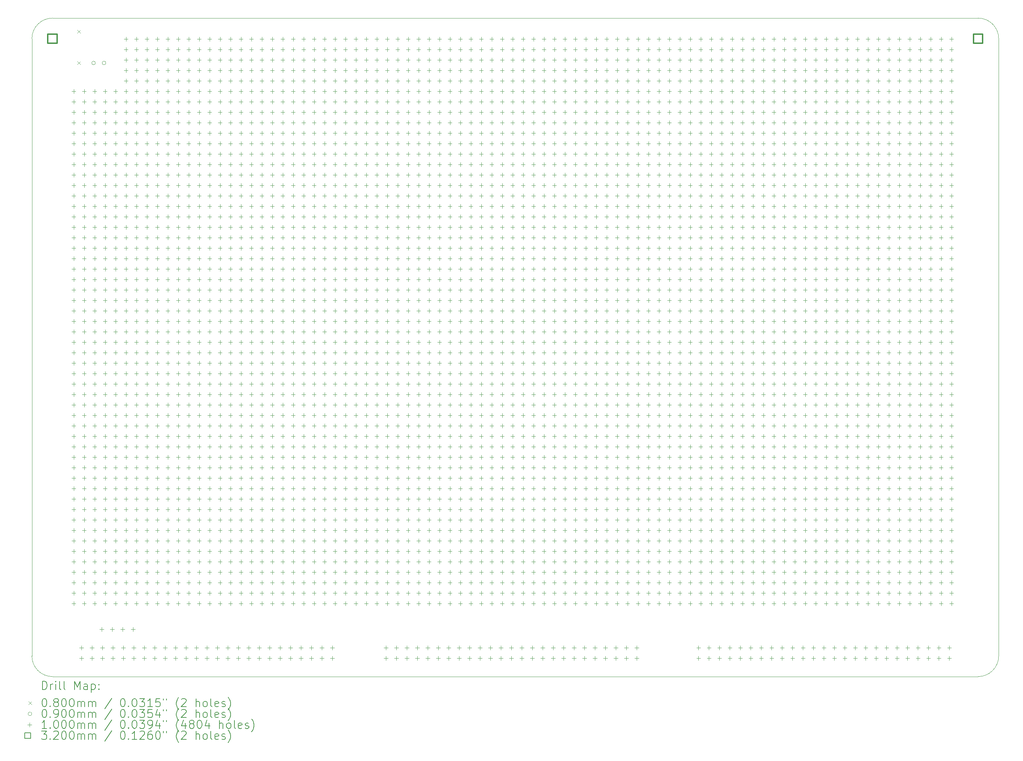
<source format=gbr>
%TF.GenerationSoftware,KiCad,Pcbnew,(6.0.11)*%
%TF.CreationDate,2023-09-03T08:35:41-04:00*%
%TF.ProjectId,template.prototyping,74656d70-6c61-4746-952e-70726f746f74,rev?*%
%TF.SameCoordinates,Original*%
%TF.FileFunction,Drillmap*%
%TF.FilePolarity,Positive*%
%FSLAX45Y45*%
G04 Gerber Fmt 4.5, Leading zero omitted, Abs format (unit mm)*
G04 Created by KiCad (PCBNEW (6.0.11)) date 2023-09-03 08:35:41*
%MOMM*%
%LPD*%
G01*
G04 APERTURE LIST*
%ADD10C,0.050000*%
%ADD11C,0.200000*%
%ADD12C,0.080000*%
%ADD13C,0.090000*%
%ADD14C,0.100000*%
%ADD15C,0.320000*%
G04 APERTURE END LIST*
D10*
X4000000Y-23000000D02*
X26500000Y-23000000D01*
X27000000Y-22500000D02*
X27000000Y-7500000D01*
X26500000Y-7000000D02*
X4000000Y-7000000D01*
X3500000Y-7500000D02*
X3500000Y-22500000D01*
X26500000Y-23000000D02*
G75*
G03*
X27000000Y-22500000I0J500000D01*
G01*
X3500000Y-22500000D02*
G75*
G03*
X4000000Y-23000000I500000J0D01*
G01*
X4000000Y-7000000D02*
G75*
G03*
X3500000Y-7500000I0J-500000D01*
G01*
X27000000Y-7500000D02*
G75*
G03*
X26500000Y-7000000I-500000J0D01*
G01*
D11*
D12*
X4603000Y-7288200D02*
X4683000Y-7368200D01*
X4683000Y-7288200D02*
X4603000Y-7368200D01*
X4603000Y-8050200D02*
X4683000Y-8130200D01*
X4683000Y-8050200D02*
X4603000Y-8130200D01*
D13*
X5043600Y-8090200D02*
G75*
G03*
X5043600Y-8090200I-45000J0D01*
G01*
X5297600Y-8090200D02*
G75*
G03*
X5297600Y-8090200I-45000J0D01*
G01*
D14*
X4516000Y-8726000D02*
X4516000Y-8826000D01*
X4466000Y-8776000D02*
X4566000Y-8776000D01*
X4516000Y-8980000D02*
X4516000Y-9080000D01*
X4466000Y-9030000D02*
X4566000Y-9030000D01*
X4516000Y-9234000D02*
X4516000Y-9334000D01*
X4466000Y-9284000D02*
X4566000Y-9284000D01*
X4516000Y-9488000D02*
X4516000Y-9588000D01*
X4466000Y-9538000D02*
X4566000Y-9538000D01*
X4516000Y-9742000D02*
X4516000Y-9842000D01*
X4466000Y-9792000D02*
X4566000Y-9792000D01*
X4516000Y-9996000D02*
X4516000Y-10096000D01*
X4466000Y-10046000D02*
X4566000Y-10046000D01*
X4516000Y-10250000D02*
X4516000Y-10350000D01*
X4466000Y-10300000D02*
X4566000Y-10300000D01*
X4516000Y-10504000D02*
X4516000Y-10604000D01*
X4466000Y-10554000D02*
X4566000Y-10554000D01*
X4516000Y-10758000D02*
X4516000Y-10858000D01*
X4466000Y-10808000D02*
X4566000Y-10808000D01*
X4516000Y-11012000D02*
X4516000Y-11112000D01*
X4466000Y-11062000D02*
X4566000Y-11062000D01*
X4516000Y-11266000D02*
X4516000Y-11366000D01*
X4466000Y-11316000D02*
X4566000Y-11316000D01*
X4516000Y-11520000D02*
X4516000Y-11620000D01*
X4466000Y-11570000D02*
X4566000Y-11570000D01*
X4516000Y-11774000D02*
X4516000Y-11874000D01*
X4466000Y-11824000D02*
X4566000Y-11824000D01*
X4516000Y-12028000D02*
X4516000Y-12128000D01*
X4466000Y-12078000D02*
X4566000Y-12078000D01*
X4516000Y-12282000D02*
X4516000Y-12382000D01*
X4466000Y-12332000D02*
X4566000Y-12332000D01*
X4516000Y-12536000D02*
X4516000Y-12636000D01*
X4466000Y-12586000D02*
X4566000Y-12586000D01*
X4516000Y-12790000D02*
X4516000Y-12890000D01*
X4466000Y-12840000D02*
X4566000Y-12840000D01*
X4516000Y-13044000D02*
X4516000Y-13144000D01*
X4466000Y-13094000D02*
X4566000Y-13094000D01*
X4516000Y-13298000D02*
X4516000Y-13398000D01*
X4466000Y-13348000D02*
X4566000Y-13348000D01*
X4516000Y-13552000D02*
X4516000Y-13652000D01*
X4466000Y-13602000D02*
X4566000Y-13602000D01*
X4516000Y-13806000D02*
X4516000Y-13906000D01*
X4466000Y-13856000D02*
X4566000Y-13856000D01*
X4516000Y-14060000D02*
X4516000Y-14160000D01*
X4466000Y-14110000D02*
X4566000Y-14110000D01*
X4516000Y-14314000D02*
X4516000Y-14414000D01*
X4466000Y-14364000D02*
X4566000Y-14364000D01*
X4516000Y-14568000D02*
X4516000Y-14668000D01*
X4466000Y-14618000D02*
X4566000Y-14618000D01*
X4516000Y-14822000D02*
X4516000Y-14922000D01*
X4466000Y-14872000D02*
X4566000Y-14872000D01*
X4516000Y-15076000D02*
X4516000Y-15176000D01*
X4466000Y-15126000D02*
X4566000Y-15126000D01*
X4516000Y-15330000D02*
X4516000Y-15430000D01*
X4466000Y-15380000D02*
X4566000Y-15380000D01*
X4516000Y-15584000D02*
X4516000Y-15684000D01*
X4466000Y-15634000D02*
X4566000Y-15634000D01*
X4516000Y-15838000D02*
X4516000Y-15938000D01*
X4466000Y-15888000D02*
X4566000Y-15888000D01*
X4516000Y-16092000D02*
X4516000Y-16192000D01*
X4466000Y-16142000D02*
X4566000Y-16142000D01*
X4516000Y-16346000D02*
X4516000Y-16446000D01*
X4466000Y-16396000D02*
X4566000Y-16396000D01*
X4516000Y-16600000D02*
X4516000Y-16700000D01*
X4466000Y-16650000D02*
X4566000Y-16650000D01*
X4516000Y-16854000D02*
X4516000Y-16954000D01*
X4466000Y-16904000D02*
X4566000Y-16904000D01*
X4516000Y-17108000D02*
X4516000Y-17208000D01*
X4466000Y-17158000D02*
X4566000Y-17158000D01*
X4516000Y-17362000D02*
X4516000Y-17462000D01*
X4466000Y-17412000D02*
X4566000Y-17412000D01*
X4516000Y-17616000D02*
X4516000Y-17716000D01*
X4466000Y-17666000D02*
X4566000Y-17666000D01*
X4516000Y-17870000D02*
X4516000Y-17970000D01*
X4466000Y-17920000D02*
X4566000Y-17920000D01*
X4516000Y-18124000D02*
X4516000Y-18224000D01*
X4466000Y-18174000D02*
X4566000Y-18174000D01*
X4516000Y-18378000D02*
X4516000Y-18478000D01*
X4466000Y-18428000D02*
X4566000Y-18428000D01*
X4516000Y-18632000D02*
X4516000Y-18732000D01*
X4466000Y-18682000D02*
X4566000Y-18682000D01*
X4516000Y-18886000D02*
X4516000Y-18986000D01*
X4466000Y-18936000D02*
X4566000Y-18936000D01*
X4516000Y-19140000D02*
X4516000Y-19240000D01*
X4466000Y-19190000D02*
X4566000Y-19190000D01*
X4516000Y-19394000D02*
X4516000Y-19494000D01*
X4466000Y-19444000D02*
X4566000Y-19444000D01*
X4516000Y-19648000D02*
X4516000Y-19748000D01*
X4466000Y-19698000D02*
X4566000Y-19698000D01*
X4516000Y-19902000D02*
X4516000Y-20002000D01*
X4466000Y-19952000D02*
X4566000Y-19952000D01*
X4516000Y-20156000D02*
X4516000Y-20256000D01*
X4466000Y-20206000D02*
X4566000Y-20206000D01*
X4516000Y-20410000D02*
X4516000Y-20510000D01*
X4466000Y-20460000D02*
X4566000Y-20460000D01*
X4516000Y-20664000D02*
X4516000Y-20764000D01*
X4466000Y-20714000D02*
X4566000Y-20714000D01*
X4516000Y-20918000D02*
X4516000Y-21018000D01*
X4466000Y-20968000D02*
X4566000Y-20968000D01*
X4516000Y-21172000D02*
X4516000Y-21272000D01*
X4466000Y-21222000D02*
X4566000Y-21222000D01*
X4704000Y-22250000D02*
X4704000Y-22350000D01*
X4654000Y-22300000D02*
X4754000Y-22300000D01*
X4704000Y-22504000D02*
X4704000Y-22604000D01*
X4654000Y-22554000D02*
X4754000Y-22554000D01*
X4770000Y-8726000D02*
X4770000Y-8826000D01*
X4720000Y-8776000D02*
X4820000Y-8776000D01*
X4770000Y-8980000D02*
X4770000Y-9080000D01*
X4720000Y-9030000D02*
X4820000Y-9030000D01*
X4770000Y-9234000D02*
X4770000Y-9334000D01*
X4720000Y-9284000D02*
X4820000Y-9284000D01*
X4770000Y-9488000D02*
X4770000Y-9588000D01*
X4720000Y-9538000D02*
X4820000Y-9538000D01*
X4770000Y-9742000D02*
X4770000Y-9842000D01*
X4720000Y-9792000D02*
X4820000Y-9792000D01*
X4770000Y-9996000D02*
X4770000Y-10096000D01*
X4720000Y-10046000D02*
X4820000Y-10046000D01*
X4770000Y-10250000D02*
X4770000Y-10350000D01*
X4720000Y-10300000D02*
X4820000Y-10300000D01*
X4770000Y-10504000D02*
X4770000Y-10604000D01*
X4720000Y-10554000D02*
X4820000Y-10554000D01*
X4770000Y-10758000D02*
X4770000Y-10858000D01*
X4720000Y-10808000D02*
X4820000Y-10808000D01*
X4770000Y-11012000D02*
X4770000Y-11112000D01*
X4720000Y-11062000D02*
X4820000Y-11062000D01*
X4770000Y-11266000D02*
X4770000Y-11366000D01*
X4720000Y-11316000D02*
X4820000Y-11316000D01*
X4770000Y-11520000D02*
X4770000Y-11620000D01*
X4720000Y-11570000D02*
X4820000Y-11570000D01*
X4770000Y-11774000D02*
X4770000Y-11874000D01*
X4720000Y-11824000D02*
X4820000Y-11824000D01*
X4770000Y-12028000D02*
X4770000Y-12128000D01*
X4720000Y-12078000D02*
X4820000Y-12078000D01*
X4770000Y-12282000D02*
X4770000Y-12382000D01*
X4720000Y-12332000D02*
X4820000Y-12332000D01*
X4770000Y-12536000D02*
X4770000Y-12636000D01*
X4720000Y-12586000D02*
X4820000Y-12586000D01*
X4770000Y-12790000D02*
X4770000Y-12890000D01*
X4720000Y-12840000D02*
X4820000Y-12840000D01*
X4770000Y-13044000D02*
X4770000Y-13144000D01*
X4720000Y-13094000D02*
X4820000Y-13094000D01*
X4770000Y-13298000D02*
X4770000Y-13398000D01*
X4720000Y-13348000D02*
X4820000Y-13348000D01*
X4770000Y-13552000D02*
X4770000Y-13652000D01*
X4720000Y-13602000D02*
X4820000Y-13602000D01*
X4770000Y-13806000D02*
X4770000Y-13906000D01*
X4720000Y-13856000D02*
X4820000Y-13856000D01*
X4770000Y-14060000D02*
X4770000Y-14160000D01*
X4720000Y-14110000D02*
X4820000Y-14110000D01*
X4770000Y-14314000D02*
X4770000Y-14414000D01*
X4720000Y-14364000D02*
X4820000Y-14364000D01*
X4770000Y-14568000D02*
X4770000Y-14668000D01*
X4720000Y-14618000D02*
X4820000Y-14618000D01*
X4770000Y-14822000D02*
X4770000Y-14922000D01*
X4720000Y-14872000D02*
X4820000Y-14872000D01*
X4770000Y-15076000D02*
X4770000Y-15176000D01*
X4720000Y-15126000D02*
X4820000Y-15126000D01*
X4770000Y-15330000D02*
X4770000Y-15430000D01*
X4720000Y-15380000D02*
X4820000Y-15380000D01*
X4770000Y-15584000D02*
X4770000Y-15684000D01*
X4720000Y-15634000D02*
X4820000Y-15634000D01*
X4770000Y-15838000D02*
X4770000Y-15938000D01*
X4720000Y-15888000D02*
X4820000Y-15888000D01*
X4770000Y-16092000D02*
X4770000Y-16192000D01*
X4720000Y-16142000D02*
X4820000Y-16142000D01*
X4770000Y-16346000D02*
X4770000Y-16446000D01*
X4720000Y-16396000D02*
X4820000Y-16396000D01*
X4770000Y-16600000D02*
X4770000Y-16700000D01*
X4720000Y-16650000D02*
X4820000Y-16650000D01*
X4770000Y-16854000D02*
X4770000Y-16954000D01*
X4720000Y-16904000D02*
X4820000Y-16904000D01*
X4770000Y-17108000D02*
X4770000Y-17208000D01*
X4720000Y-17158000D02*
X4820000Y-17158000D01*
X4770000Y-17362000D02*
X4770000Y-17462000D01*
X4720000Y-17412000D02*
X4820000Y-17412000D01*
X4770000Y-17616000D02*
X4770000Y-17716000D01*
X4720000Y-17666000D02*
X4820000Y-17666000D01*
X4770000Y-17870000D02*
X4770000Y-17970000D01*
X4720000Y-17920000D02*
X4820000Y-17920000D01*
X4770000Y-18124000D02*
X4770000Y-18224000D01*
X4720000Y-18174000D02*
X4820000Y-18174000D01*
X4770000Y-18378000D02*
X4770000Y-18478000D01*
X4720000Y-18428000D02*
X4820000Y-18428000D01*
X4770000Y-18632000D02*
X4770000Y-18732000D01*
X4720000Y-18682000D02*
X4820000Y-18682000D01*
X4770000Y-18886000D02*
X4770000Y-18986000D01*
X4720000Y-18936000D02*
X4820000Y-18936000D01*
X4770000Y-19140000D02*
X4770000Y-19240000D01*
X4720000Y-19190000D02*
X4820000Y-19190000D01*
X4770000Y-19394000D02*
X4770000Y-19494000D01*
X4720000Y-19444000D02*
X4820000Y-19444000D01*
X4770000Y-19648000D02*
X4770000Y-19748000D01*
X4720000Y-19698000D02*
X4820000Y-19698000D01*
X4770000Y-19902000D02*
X4770000Y-20002000D01*
X4720000Y-19952000D02*
X4820000Y-19952000D01*
X4770000Y-20156000D02*
X4770000Y-20256000D01*
X4720000Y-20206000D02*
X4820000Y-20206000D01*
X4770000Y-20410000D02*
X4770000Y-20510000D01*
X4720000Y-20460000D02*
X4820000Y-20460000D01*
X4770000Y-20664000D02*
X4770000Y-20764000D01*
X4720000Y-20714000D02*
X4820000Y-20714000D01*
X4770000Y-20918000D02*
X4770000Y-21018000D01*
X4720000Y-20968000D02*
X4820000Y-20968000D01*
X4770000Y-21172000D02*
X4770000Y-21272000D01*
X4720000Y-21222000D02*
X4820000Y-21222000D01*
X4958000Y-22250000D02*
X4958000Y-22350000D01*
X4908000Y-22300000D02*
X5008000Y-22300000D01*
X4958000Y-22504000D02*
X4958000Y-22604000D01*
X4908000Y-22554000D02*
X5008000Y-22554000D01*
X5024000Y-8726000D02*
X5024000Y-8826000D01*
X4974000Y-8776000D02*
X5074000Y-8776000D01*
X5024000Y-8980000D02*
X5024000Y-9080000D01*
X4974000Y-9030000D02*
X5074000Y-9030000D01*
X5024000Y-9234000D02*
X5024000Y-9334000D01*
X4974000Y-9284000D02*
X5074000Y-9284000D01*
X5024000Y-9488000D02*
X5024000Y-9588000D01*
X4974000Y-9538000D02*
X5074000Y-9538000D01*
X5024000Y-9742000D02*
X5024000Y-9842000D01*
X4974000Y-9792000D02*
X5074000Y-9792000D01*
X5024000Y-9996000D02*
X5024000Y-10096000D01*
X4974000Y-10046000D02*
X5074000Y-10046000D01*
X5024000Y-10250000D02*
X5024000Y-10350000D01*
X4974000Y-10300000D02*
X5074000Y-10300000D01*
X5024000Y-10504000D02*
X5024000Y-10604000D01*
X4974000Y-10554000D02*
X5074000Y-10554000D01*
X5024000Y-10758000D02*
X5024000Y-10858000D01*
X4974000Y-10808000D02*
X5074000Y-10808000D01*
X5024000Y-11012000D02*
X5024000Y-11112000D01*
X4974000Y-11062000D02*
X5074000Y-11062000D01*
X5024000Y-11266000D02*
X5024000Y-11366000D01*
X4974000Y-11316000D02*
X5074000Y-11316000D01*
X5024000Y-11520000D02*
X5024000Y-11620000D01*
X4974000Y-11570000D02*
X5074000Y-11570000D01*
X5024000Y-11774000D02*
X5024000Y-11874000D01*
X4974000Y-11824000D02*
X5074000Y-11824000D01*
X5024000Y-12028000D02*
X5024000Y-12128000D01*
X4974000Y-12078000D02*
X5074000Y-12078000D01*
X5024000Y-12282000D02*
X5024000Y-12382000D01*
X4974000Y-12332000D02*
X5074000Y-12332000D01*
X5024000Y-12536000D02*
X5024000Y-12636000D01*
X4974000Y-12586000D02*
X5074000Y-12586000D01*
X5024000Y-12790000D02*
X5024000Y-12890000D01*
X4974000Y-12840000D02*
X5074000Y-12840000D01*
X5024000Y-13044000D02*
X5024000Y-13144000D01*
X4974000Y-13094000D02*
X5074000Y-13094000D01*
X5024000Y-13298000D02*
X5024000Y-13398000D01*
X4974000Y-13348000D02*
X5074000Y-13348000D01*
X5024000Y-13552000D02*
X5024000Y-13652000D01*
X4974000Y-13602000D02*
X5074000Y-13602000D01*
X5024000Y-13806000D02*
X5024000Y-13906000D01*
X4974000Y-13856000D02*
X5074000Y-13856000D01*
X5024000Y-14060000D02*
X5024000Y-14160000D01*
X4974000Y-14110000D02*
X5074000Y-14110000D01*
X5024000Y-14314000D02*
X5024000Y-14414000D01*
X4974000Y-14364000D02*
X5074000Y-14364000D01*
X5024000Y-14568000D02*
X5024000Y-14668000D01*
X4974000Y-14618000D02*
X5074000Y-14618000D01*
X5024000Y-14822000D02*
X5024000Y-14922000D01*
X4974000Y-14872000D02*
X5074000Y-14872000D01*
X5024000Y-15076000D02*
X5024000Y-15176000D01*
X4974000Y-15126000D02*
X5074000Y-15126000D01*
X5024000Y-15330000D02*
X5024000Y-15430000D01*
X4974000Y-15380000D02*
X5074000Y-15380000D01*
X5024000Y-15584000D02*
X5024000Y-15684000D01*
X4974000Y-15634000D02*
X5074000Y-15634000D01*
X5024000Y-15838000D02*
X5024000Y-15938000D01*
X4974000Y-15888000D02*
X5074000Y-15888000D01*
X5024000Y-16092000D02*
X5024000Y-16192000D01*
X4974000Y-16142000D02*
X5074000Y-16142000D01*
X5024000Y-16346000D02*
X5024000Y-16446000D01*
X4974000Y-16396000D02*
X5074000Y-16396000D01*
X5024000Y-16600000D02*
X5024000Y-16700000D01*
X4974000Y-16650000D02*
X5074000Y-16650000D01*
X5024000Y-16854000D02*
X5024000Y-16954000D01*
X4974000Y-16904000D02*
X5074000Y-16904000D01*
X5024000Y-17108000D02*
X5024000Y-17208000D01*
X4974000Y-17158000D02*
X5074000Y-17158000D01*
X5024000Y-17362000D02*
X5024000Y-17462000D01*
X4974000Y-17412000D02*
X5074000Y-17412000D01*
X5024000Y-17616000D02*
X5024000Y-17716000D01*
X4974000Y-17666000D02*
X5074000Y-17666000D01*
X5024000Y-17870000D02*
X5024000Y-17970000D01*
X4974000Y-17920000D02*
X5074000Y-17920000D01*
X5024000Y-18124000D02*
X5024000Y-18224000D01*
X4974000Y-18174000D02*
X5074000Y-18174000D01*
X5024000Y-18378000D02*
X5024000Y-18478000D01*
X4974000Y-18428000D02*
X5074000Y-18428000D01*
X5024000Y-18632000D02*
X5024000Y-18732000D01*
X4974000Y-18682000D02*
X5074000Y-18682000D01*
X5024000Y-18886000D02*
X5024000Y-18986000D01*
X4974000Y-18936000D02*
X5074000Y-18936000D01*
X5024000Y-19140000D02*
X5024000Y-19240000D01*
X4974000Y-19190000D02*
X5074000Y-19190000D01*
X5024000Y-19394000D02*
X5024000Y-19494000D01*
X4974000Y-19444000D02*
X5074000Y-19444000D01*
X5024000Y-19648000D02*
X5024000Y-19748000D01*
X4974000Y-19698000D02*
X5074000Y-19698000D01*
X5024000Y-19902000D02*
X5024000Y-20002000D01*
X4974000Y-19952000D02*
X5074000Y-19952000D01*
X5024000Y-20156000D02*
X5024000Y-20256000D01*
X4974000Y-20206000D02*
X5074000Y-20206000D01*
X5024000Y-20410000D02*
X5024000Y-20510000D01*
X4974000Y-20460000D02*
X5074000Y-20460000D01*
X5024000Y-20664000D02*
X5024000Y-20764000D01*
X4974000Y-20714000D02*
X5074000Y-20714000D01*
X5024000Y-20918000D02*
X5024000Y-21018000D01*
X4974000Y-20968000D02*
X5074000Y-20968000D01*
X5024000Y-21172000D02*
X5024000Y-21272000D01*
X4974000Y-21222000D02*
X5074000Y-21222000D01*
X5200000Y-21800000D02*
X5200000Y-21900000D01*
X5150000Y-21850000D02*
X5250000Y-21850000D01*
X5212000Y-22250000D02*
X5212000Y-22350000D01*
X5162000Y-22300000D02*
X5262000Y-22300000D01*
X5212000Y-22504000D02*
X5212000Y-22604000D01*
X5162000Y-22554000D02*
X5262000Y-22554000D01*
X5278000Y-8726000D02*
X5278000Y-8826000D01*
X5228000Y-8776000D02*
X5328000Y-8776000D01*
X5278000Y-8980000D02*
X5278000Y-9080000D01*
X5228000Y-9030000D02*
X5328000Y-9030000D01*
X5278000Y-9234000D02*
X5278000Y-9334000D01*
X5228000Y-9284000D02*
X5328000Y-9284000D01*
X5278000Y-9488000D02*
X5278000Y-9588000D01*
X5228000Y-9538000D02*
X5328000Y-9538000D01*
X5278000Y-9742000D02*
X5278000Y-9842000D01*
X5228000Y-9792000D02*
X5328000Y-9792000D01*
X5278000Y-9996000D02*
X5278000Y-10096000D01*
X5228000Y-10046000D02*
X5328000Y-10046000D01*
X5278000Y-10250000D02*
X5278000Y-10350000D01*
X5228000Y-10300000D02*
X5328000Y-10300000D01*
X5278000Y-10504000D02*
X5278000Y-10604000D01*
X5228000Y-10554000D02*
X5328000Y-10554000D01*
X5278000Y-10758000D02*
X5278000Y-10858000D01*
X5228000Y-10808000D02*
X5328000Y-10808000D01*
X5278000Y-11012000D02*
X5278000Y-11112000D01*
X5228000Y-11062000D02*
X5328000Y-11062000D01*
X5278000Y-11266000D02*
X5278000Y-11366000D01*
X5228000Y-11316000D02*
X5328000Y-11316000D01*
X5278000Y-11520000D02*
X5278000Y-11620000D01*
X5228000Y-11570000D02*
X5328000Y-11570000D01*
X5278000Y-11774000D02*
X5278000Y-11874000D01*
X5228000Y-11824000D02*
X5328000Y-11824000D01*
X5278000Y-12028000D02*
X5278000Y-12128000D01*
X5228000Y-12078000D02*
X5328000Y-12078000D01*
X5278000Y-12282000D02*
X5278000Y-12382000D01*
X5228000Y-12332000D02*
X5328000Y-12332000D01*
X5278000Y-12536000D02*
X5278000Y-12636000D01*
X5228000Y-12586000D02*
X5328000Y-12586000D01*
X5278000Y-12790000D02*
X5278000Y-12890000D01*
X5228000Y-12840000D02*
X5328000Y-12840000D01*
X5278000Y-13044000D02*
X5278000Y-13144000D01*
X5228000Y-13094000D02*
X5328000Y-13094000D01*
X5278000Y-13298000D02*
X5278000Y-13398000D01*
X5228000Y-13348000D02*
X5328000Y-13348000D01*
X5278000Y-13552000D02*
X5278000Y-13652000D01*
X5228000Y-13602000D02*
X5328000Y-13602000D01*
X5278000Y-13806000D02*
X5278000Y-13906000D01*
X5228000Y-13856000D02*
X5328000Y-13856000D01*
X5278000Y-14060000D02*
X5278000Y-14160000D01*
X5228000Y-14110000D02*
X5328000Y-14110000D01*
X5278000Y-14314000D02*
X5278000Y-14414000D01*
X5228000Y-14364000D02*
X5328000Y-14364000D01*
X5278000Y-14568000D02*
X5278000Y-14668000D01*
X5228000Y-14618000D02*
X5328000Y-14618000D01*
X5278000Y-14822000D02*
X5278000Y-14922000D01*
X5228000Y-14872000D02*
X5328000Y-14872000D01*
X5278000Y-15076000D02*
X5278000Y-15176000D01*
X5228000Y-15126000D02*
X5328000Y-15126000D01*
X5278000Y-15330000D02*
X5278000Y-15430000D01*
X5228000Y-15380000D02*
X5328000Y-15380000D01*
X5278000Y-15584000D02*
X5278000Y-15684000D01*
X5228000Y-15634000D02*
X5328000Y-15634000D01*
X5278000Y-15838000D02*
X5278000Y-15938000D01*
X5228000Y-15888000D02*
X5328000Y-15888000D01*
X5278000Y-16092000D02*
X5278000Y-16192000D01*
X5228000Y-16142000D02*
X5328000Y-16142000D01*
X5278000Y-16346000D02*
X5278000Y-16446000D01*
X5228000Y-16396000D02*
X5328000Y-16396000D01*
X5278000Y-16600000D02*
X5278000Y-16700000D01*
X5228000Y-16650000D02*
X5328000Y-16650000D01*
X5278000Y-16854000D02*
X5278000Y-16954000D01*
X5228000Y-16904000D02*
X5328000Y-16904000D01*
X5278000Y-17108000D02*
X5278000Y-17208000D01*
X5228000Y-17158000D02*
X5328000Y-17158000D01*
X5278000Y-17362000D02*
X5278000Y-17462000D01*
X5228000Y-17412000D02*
X5328000Y-17412000D01*
X5278000Y-17616000D02*
X5278000Y-17716000D01*
X5228000Y-17666000D02*
X5328000Y-17666000D01*
X5278000Y-17870000D02*
X5278000Y-17970000D01*
X5228000Y-17920000D02*
X5328000Y-17920000D01*
X5278000Y-18124000D02*
X5278000Y-18224000D01*
X5228000Y-18174000D02*
X5328000Y-18174000D01*
X5278000Y-18378000D02*
X5278000Y-18478000D01*
X5228000Y-18428000D02*
X5328000Y-18428000D01*
X5278000Y-18632000D02*
X5278000Y-18732000D01*
X5228000Y-18682000D02*
X5328000Y-18682000D01*
X5278000Y-18886000D02*
X5278000Y-18986000D01*
X5228000Y-18936000D02*
X5328000Y-18936000D01*
X5278000Y-19140000D02*
X5278000Y-19240000D01*
X5228000Y-19190000D02*
X5328000Y-19190000D01*
X5278000Y-19394000D02*
X5278000Y-19494000D01*
X5228000Y-19444000D02*
X5328000Y-19444000D01*
X5278000Y-19648000D02*
X5278000Y-19748000D01*
X5228000Y-19698000D02*
X5328000Y-19698000D01*
X5278000Y-19902000D02*
X5278000Y-20002000D01*
X5228000Y-19952000D02*
X5328000Y-19952000D01*
X5278000Y-20156000D02*
X5278000Y-20256000D01*
X5228000Y-20206000D02*
X5328000Y-20206000D01*
X5278000Y-20410000D02*
X5278000Y-20510000D01*
X5228000Y-20460000D02*
X5328000Y-20460000D01*
X5278000Y-20664000D02*
X5278000Y-20764000D01*
X5228000Y-20714000D02*
X5328000Y-20714000D01*
X5278000Y-20918000D02*
X5278000Y-21018000D01*
X5228000Y-20968000D02*
X5328000Y-20968000D01*
X5278000Y-21172000D02*
X5278000Y-21272000D01*
X5228000Y-21222000D02*
X5328000Y-21222000D01*
X5454000Y-21800000D02*
X5454000Y-21900000D01*
X5404000Y-21850000D02*
X5504000Y-21850000D01*
X5466000Y-22250000D02*
X5466000Y-22350000D01*
X5416000Y-22300000D02*
X5516000Y-22300000D01*
X5466000Y-22504000D02*
X5466000Y-22604000D01*
X5416000Y-22554000D02*
X5516000Y-22554000D01*
X5532000Y-8726000D02*
X5532000Y-8826000D01*
X5482000Y-8776000D02*
X5582000Y-8776000D01*
X5532000Y-8980000D02*
X5532000Y-9080000D01*
X5482000Y-9030000D02*
X5582000Y-9030000D01*
X5532000Y-9234000D02*
X5532000Y-9334000D01*
X5482000Y-9284000D02*
X5582000Y-9284000D01*
X5532000Y-9488000D02*
X5532000Y-9588000D01*
X5482000Y-9538000D02*
X5582000Y-9538000D01*
X5532000Y-9742000D02*
X5532000Y-9842000D01*
X5482000Y-9792000D02*
X5582000Y-9792000D01*
X5532000Y-9996000D02*
X5532000Y-10096000D01*
X5482000Y-10046000D02*
X5582000Y-10046000D01*
X5532000Y-10250000D02*
X5532000Y-10350000D01*
X5482000Y-10300000D02*
X5582000Y-10300000D01*
X5532000Y-10504000D02*
X5532000Y-10604000D01*
X5482000Y-10554000D02*
X5582000Y-10554000D01*
X5532000Y-10758000D02*
X5532000Y-10858000D01*
X5482000Y-10808000D02*
X5582000Y-10808000D01*
X5532000Y-11012000D02*
X5532000Y-11112000D01*
X5482000Y-11062000D02*
X5582000Y-11062000D01*
X5532000Y-11266000D02*
X5532000Y-11366000D01*
X5482000Y-11316000D02*
X5582000Y-11316000D01*
X5532000Y-11520000D02*
X5532000Y-11620000D01*
X5482000Y-11570000D02*
X5582000Y-11570000D01*
X5532000Y-11774000D02*
X5532000Y-11874000D01*
X5482000Y-11824000D02*
X5582000Y-11824000D01*
X5532000Y-12028000D02*
X5532000Y-12128000D01*
X5482000Y-12078000D02*
X5582000Y-12078000D01*
X5532000Y-12282000D02*
X5532000Y-12382000D01*
X5482000Y-12332000D02*
X5582000Y-12332000D01*
X5532000Y-12536000D02*
X5532000Y-12636000D01*
X5482000Y-12586000D02*
X5582000Y-12586000D01*
X5532000Y-12790000D02*
X5532000Y-12890000D01*
X5482000Y-12840000D02*
X5582000Y-12840000D01*
X5532000Y-13044000D02*
X5532000Y-13144000D01*
X5482000Y-13094000D02*
X5582000Y-13094000D01*
X5532000Y-13298000D02*
X5532000Y-13398000D01*
X5482000Y-13348000D02*
X5582000Y-13348000D01*
X5532000Y-13552000D02*
X5532000Y-13652000D01*
X5482000Y-13602000D02*
X5582000Y-13602000D01*
X5532000Y-13806000D02*
X5532000Y-13906000D01*
X5482000Y-13856000D02*
X5582000Y-13856000D01*
X5532000Y-14060000D02*
X5532000Y-14160000D01*
X5482000Y-14110000D02*
X5582000Y-14110000D01*
X5532000Y-14314000D02*
X5532000Y-14414000D01*
X5482000Y-14364000D02*
X5582000Y-14364000D01*
X5532000Y-14568000D02*
X5532000Y-14668000D01*
X5482000Y-14618000D02*
X5582000Y-14618000D01*
X5532000Y-14822000D02*
X5532000Y-14922000D01*
X5482000Y-14872000D02*
X5582000Y-14872000D01*
X5532000Y-15076000D02*
X5532000Y-15176000D01*
X5482000Y-15126000D02*
X5582000Y-15126000D01*
X5532000Y-15330000D02*
X5532000Y-15430000D01*
X5482000Y-15380000D02*
X5582000Y-15380000D01*
X5532000Y-15584000D02*
X5532000Y-15684000D01*
X5482000Y-15634000D02*
X5582000Y-15634000D01*
X5532000Y-15838000D02*
X5532000Y-15938000D01*
X5482000Y-15888000D02*
X5582000Y-15888000D01*
X5532000Y-16092000D02*
X5532000Y-16192000D01*
X5482000Y-16142000D02*
X5582000Y-16142000D01*
X5532000Y-16346000D02*
X5532000Y-16446000D01*
X5482000Y-16396000D02*
X5582000Y-16396000D01*
X5532000Y-16600000D02*
X5532000Y-16700000D01*
X5482000Y-16650000D02*
X5582000Y-16650000D01*
X5532000Y-16854000D02*
X5532000Y-16954000D01*
X5482000Y-16904000D02*
X5582000Y-16904000D01*
X5532000Y-17108000D02*
X5532000Y-17208000D01*
X5482000Y-17158000D02*
X5582000Y-17158000D01*
X5532000Y-17362000D02*
X5532000Y-17462000D01*
X5482000Y-17412000D02*
X5582000Y-17412000D01*
X5532000Y-17616000D02*
X5532000Y-17716000D01*
X5482000Y-17666000D02*
X5582000Y-17666000D01*
X5532000Y-17870000D02*
X5532000Y-17970000D01*
X5482000Y-17920000D02*
X5582000Y-17920000D01*
X5532000Y-18124000D02*
X5532000Y-18224000D01*
X5482000Y-18174000D02*
X5582000Y-18174000D01*
X5532000Y-18378000D02*
X5532000Y-18478000D01*
X5482000Y-18428000D02*
X5582000Y-18428000D01*
X5532000Y-18632000D02*
X5532000Y-18732000D01*
X5482000Y-18682000D02*
X5582000Y-18682000D01*
X5532000Y-18886000D02*
X5532000Y-18986000D01*
X5482000Y-18936000D02*
X5582000Y-18936000D01*
X5532000Y-19140000D02*
X5532000Y-19240000D01*
X5482000Y-19190000D02*
X5582000Y-19190000D01*
X5532000Y-19394000D02*
X5532000Y-19494000D01*
X5482000Y-19444000D02*
X5582000Y-19444000D01*
X5532000Y-19648000D02*
X5532000Y-19748000D01*
X5482000Y-19698000D02*
X5582000Y-19698000D01*
X5532000Y-19902000D02*
X5532000Y-20002000D01*
X5482000Y-19952000D02*
X5582000Y-19952000D01*
X5532000Y-20156000D02*
X5532000Y-20256000D01*
X5482000Y-20206000D02*
X5582000Y-20206000D01*
X5532000Y-20410000D02*
X5532000Y-20510000D01*
X5482000Y-20460000D02*
X5582000Y-20460000D01*
X5532000Y-20664000D02*
X5532000Y-20764000D01*
X5482000Y-20714000D02*
X5582000Y-20714000D01*
X5532000Y-20918000D02*
X5532000Y-21018000D01*
X5482000Y-20968000D02*
X5582000Y-20968000D01*
X5532000Y-21172000D02*
X5532000Y-21272000D01*
X5482000Y-21222000D02*
X5582000Y-21222000D01*
X5708000Y-21800000D02*
X5708000Y-21900000D01*
X5658000Y-21850000D02*
X5758000Y-21850000D01*
X5720000Y-22250000D02*
X5720000Y-22350000D01*
X5670000Y-22300000D02*
X5770000Y-22300000D01*
X5720000Y-22504000D02*
X5720000Y-22604000D01*
X5670000Y-22554000D02*
X5770000Y-22554000D01*
X5786000Y-7456000D02*
X5786000Y-7556000D01*
X5736000Y-7506000D02*
X5836000Y-7506000D01*
X5786000Y-7710000D02*
X5786000Y-7810000D01*
X5736000Y-7760000D02*
X5836000Y-7760000D01*
X5786000Y-7964000D02*
X5786000Y-8064000D01*
X5736000Y-8014000D02*
X5836000Y-8014000D01*
X5786000Y-8218000D02*
X5786000Y-8318000D01*
X5736000Y-8268000D02*
X5836000Y-8268000D01*
X5786000Y-8472000D02*
X5786000Y-8572000D01*
X5736000Y-8522000D02*
X5836000Y-8522000D01*
X5786000Y-8726000D02*
X5786000Y-8826000D01*
X5736000Y-8776000D02*
X5836000Y-8776000D01*
X5786000Y-8980000D02*
X5786000Y-9080000D01*
X5736000Y-9030000D02*
X5836000Y-9030000D01*
X5786000Y-9234000D02*
X5786000Y-9334000D01*
X5736000Y-9284000D02*
X5836000Y-9284000D01*
X5786000Y-9488000D02*
X5786000Y-9588000D01*
X5736000Y-9538000D02*
X5836000Y-9538000D01*
X5786000Y-9742000D02*
X5786000Y-9842000D01*
X5736000Y-9792000D02*
X5836000Y-9792000D01*
X5786000Y-9996000D02*
X5786000Y-10096000D01*
X5736000Y-10046000D02*
X5836000Y-10046000D01*
X5786000Y-10250000D02*
X5786000Y-10350000D01*
X5736000Y-10300000D02*
X5836000Y-10300000D01*
X5786000Y-10504000D02*
X5786000Y-10604000D01*
X5736000Y-10554000D02*
X5836000Y-10554000D01*
X5786000Y-10758000D02*
X5786000Y-10858000D01*
X5736000Y-10808000D02*
X5836000Y-10808000D01*
X5786000Y-11012000D02*
X5786000Y-11112000D01*
X5736000Y-11062000D02*
X5836000Y-11062000D01*
X5786000Y-11266000D02*
X5786000Y-11366000D01*
X5736000Y-11316000D02*
X5836000Y-11316000D01*
X5786000Y-11520000D02*
X5786000Y-11620000D01*
X5736000Y-11570000D02*
X5836000Y-11570000D01*
X5786000Y-11774000D02*
X5786000Y-11874000D01*
X5736000Y-11824000D02*
X5836000Y-11824000D01*
X5786000Y-12028000D02*
X5786000Y-12128000D01*
X5736000Y-12078000D02*
X5836000Y-12078000D01*
X5786000Y-12282000D02*
X5786000Y-12382000D01*
X5736000Y-12332000D02*
X5836000Y-12332000D01*
X5786000Y-12536000D02*
X5786000Y-12636000D01*
X5736000Y-12586000D02*
X5836000Y-12586000D01*
X5786000Y-12790000D02*
X5786000Y-12890000D01*
X5736000Y-12840000D02*
X5836000Y-12840000D01*
X5786000Y-13044000D02*
X5786000Y-13144000D01*
X5736000Y-13094000D02*
X5836000Y-13094000D01*
X5786000Y-13298000D02*
X5786000Y-13398000D01*
X5736000Y-13348000D02*
X5836000Y-13348000D01*
X5786000Y-13552000D02*
X5786000Y-13652000D01*
X5736000Y-13602000D02*
X5836000Y-13602000D01*
X5786000Y-13806000D02*
X5786000Y-13906000D01*
X5736000Y-13856000D02*
X5836000Y-13856000D01*
X5786000Y-14060000D02*
X5786000Y-14160000D01*
X5736000Y-14110000D02*
X5836000Y-14110000D01*
X5786000Y-14314000D02*
X5786000Y-14414000D01*
X5736000Y-14364000D02*
X5836000Y-14364000D01*
X5786000Y-14568000D02*
X5786000Y-14668000D01*
X5736000Y-14618000D02*
X5836000Y-14618000D01*
X5786000Y-14822000D02*
X5786000Y-14922000D01*
X5736000Y-14872000D02*
X5836000Y-14872000D01*
X5786000Y-15076000D02*
X5786000Y-15176000D01*
X5736000Y-15126000D02*
X5836000Y-15126000D01*
X5786000Y-15330000D02*
X5786000Y-15430000D01*
X5736000Y-15380000D02*
X5836000Y-15380000D01*
X5786000Y-15584000D02*
X5786000Y-15684000D01*
X5736000Y-15634000D02*
X5836000Y-15634000D01*
X5786000Y-15838000D02*
X5786000Y-15938000D01*
X5736000Y-15888000D02*
X5836000Y-15888000D01*
X5786000Y-16092000D02*
X5786000Y-16192000D01*
X5736000Y-16142000D02*
X5836000Y-16142000D01*
X5786000Y-16346000D02*
X5786000Y-16446000D01*
X5736000Y-16396000D02*
X5836000Y-16396000D01*
X5786000Y-16600000D02*
X5786000Y-16700000D01*
X5736000Y-16650000D02*
X5836000Y-16650000D01*
X5786000Y-16854000D02*
X5786000Y-16954000D01*
X5736000Y-16904000D02*
X5836000Y-16904000D01*
X5786000Y-17108000D02*
X5786000Y-17208000D01*
X5736000Y-17158000D02*
X5836000Y-17158000D01*
X5786000Y-17362000D02*
X5786000Y-17462000D01*
X5736000Y-17412000D02*
X5836000Y-17412000D01*
X5786000Y-17616000D02*
X5786000Y-17716000D01*
X5736000Y-17666000D02*
X5836000Y-17666000D01*
X5786000Y-17870000D02*
X5786000Y-17970000D01*
X5736000Y-17920000D02*
X5836000Y-17920000D01*
X5786000Y-18124000D02*
X5786000Y-18224000D01*
X5736000Y-18174000D02*
X5836000Y-18174000D01*
X5786000Y-18378000D02*
X5786000Y-18478000D01*
X5736000Y-18428000D02*
X5836000Y-18428000D01*
X5786000Y-18632000D02*
X5786000Y-18732000D01*
X5736000Y-18682000D02*
X5836000Y-18682000D01*
X5786000Y-18886000D02*
X5786000Y-18986000D01*
X5736000Y-18936000D02*
X5836000Y-18936000D01*
X5786000Y-19140000D02*
X5786000Y-19240000D01*
X5736000Y-19190000D02*
X5836000Y-19190000D01*
X5786000Y-19394000D02*
X5786000Y-19494000D01*
X5736000Y-19444000D02*
X5836000Y-19444000D01*
X5786000Y-19648000D02*
X5786000Y-19748000D01*
X5736000Y-19698000D02*
X5836000Y-19698000D01*
X5786000Y-19902000D02*
X5786000Y-20002000D01*
X5736000Y-19952000D02*
X5836000Y-19952000D01*
X5786000Y-20156000D02*
X5786000Y-20256000D01*
X5736000Y-20206000D02*
X5836000Y-20206000D01*
X5786000Y-20410000D02*
X5786000Y-20510000D01*
X5736000Y-20460000D02*
X5836000Y-20460000D01*
X5786000Y-20664000D02*
X5786000Y-20764000D01*
X5736000Y-20714000D02*
X5836000Y-20714000D01*
X5786000Y-20918000D02*
X5786000Y-21018000D01*
X5736000Y-20968000D02*
X5836000Y-20968000D01*
X5786000Y-21172000D02*
X5786000Y-21272000D01*
X5736000Y-21222000D02*
X5836000Y-21222000D01*
X5962000Y-21800000D02*
X5962000Y-21900000D01*
X5912000Y-21850000D02*
X6012000Y-21850000D01*
X5974000Y-22250000D02*
X5974000Y-22350000D01*
X5924000Y-22300000D02*
X6024000Y-22300000D01*
X5974000Y-22504000D02*
X5974000Y-22604000D01*
X5924000Y-22554000D02*
X6024000Y-22554000D01*
X6040000Y-7456000D02*
X6040000Y-7556000D01*
X5990000Y-7506000D02*
X6090000Y-7506000D01*
X6040000Y-7710000D02*
X6040000Y-7810000D01*
X5990000Y-7760000D02*
X6090000Y-7760000D01*
X6040000Y-7964000D02*
X6040000Y-8064000D01*
X5990000Y-8014000D02*
X6090000Y-8014000D01*
X6040000Y-8218000D02*
X6040000Y-8318000D01*
X5990000Y-8268000D02*
X6090000Y-8268000D01*
X6040000Y-8472000D02*
X6040000Y-8572000D01*
X5990000Y-8522000D02*
X6090000Y-8522000D01*
X6040000Y-8726000D02*
X6040000Y-8826000D01*
X5990000Y-8776000D02*
X6090000Y-8776000D01*
X6040000Y-8980000D02*
X6040000Y-9080000D01*
X5990000Y-9030000D02*
X6090000Y-9030000D01*
X6040000Y-9234000D02*
X6040000Y-9334000D01*
X5990000Y-9284000D02*
X6090000Y-9284000D01*
X6040000Y-9488000D02*
X6040000Y-9588000D01*
X5990000Y-9538000D02*
X6090000Y-9538000D01*
X6040000Y-9742000D02*
X6040000Y-9842000D01*
X5990000Y-9792000D02*
X6090000Y-9792000D01*
X6040000Y-9996000D02*
X6040000Y-10096000D01*
X5990000Y-10046000D02*
X6090000Y-10046000D01*
X6040000Y-10250000D02*
X6040000Y-10350000D01*
X5990000Y-10300000D02*
X6090000Y-10300000D01*
X6040000Y-10504000D02*
X6040000Y-10604000D01*
X5990000Y-10554000D02*
X6090000Y-10554000D01*
X6040000Y-10758000D02*
X6040000Y-10858000D01*
X5990000Y-10808000D02*
X6090000Y-10808000D01*
X6040000Y-11012000D02*
X6040000Y-11112000D01*
X5990000Y-11062000D02*
X6090000Y-11062000D01*
X6040000Y-11266000D02*
X6040000Y-11366000D01*
X5990000Y-11316000D02*
X6090000Y-11316000D01*
X6040000Y-11520000D02*
X6040000Y-11620000D01*
X5990000Y-11570000D02*
X6090000Y-11570000D01*
X6040000Y-11774000D02*
X6040000Y-11874000D01*
X5990000Y-11824000D02*
X6090000Y-11824000D01*
X6040000Y-12028000D02*
X6040000Y-12128000D01*
X5990000Y-12078000D02*
X6090000Y-12078000D01*
X6040000Y-12282000D02*
X6040000Y-12382000D01*
X5990000Y-12332000D02*
X6090000Y-12332000D01*
X6040000Y-12536000D02*
X6040000Y-12636000D01*
X5990000Y-12586000D02*
X6090000Y-12586000D01*
X6040000Y-12790000D02*
X6040000Y-12890000D01*
X5990000Y-12840000D02*
X6090000Y-12840000D01*
X6040000Y-13044000D02*
X6040000Y-13144000D01*
X5990000Y-13094000D02*
X6090000Y-13094000D01*
X6040000Y-13298000D02*
X6040000Y-13398000D01*
X5990000Y-13348000D02*
X6090000Y-13348000D01*
X6040000Y-13552000D02*
X6040000Y-13652000D01*
X5990000Y-13602000D02*
X6090000Y-13602000D01*
X6040000Y-13806000D02*
X6040000Y-13906000D01*
X5990000Y-13856000D02*
X6090000Y-13856000D01*
X6040000Y-14060000D02*
X6040000Y-14160000D01*
X5990000Y-14110000D02*
X6090000Y-14110000D01*
X6040000Y-14314000D02*
X6040000Y-14414000D01*
X5990000Y-14364000D02*
X6090000Y-14364000D01*
X6040000Y-14568000D02*
X6040000Y-14668000D01*
X5990000Y-14618000D02*
X6090000Y-14618000D01*
X6040000Y-14822000D02*
X6040000Y-14922000D01*
X5990000Y-14872000D02*
X6090000Y-14872000D01*
X6040000Y-15076000D02*
X6040000Y-15176000D01*
X5990000Y-15126000D02*
X6090000Y-15126000D01*
X6040000Y-15330000D02*
X6040000Y-15430000D01*
X5990000Y-15380000D02*
X6090000Y-15380000D01*
X6040000Y-15584000D02*
X6040000Y-15684000D01*
X5990000Y-15634000D02*
X6090000Y-15634000D01*
X6040000Y-15838000D02*
X6040000Y-15938000D01*
X5990000Y-15888000D02*
X6090000Y-15888000D01*
X6040000Y-16092000D02*
X6040000Y-16192000D01*
X5990000Y-16142000D02*
X6090000Y-16142000D01*
X6040000Y-16346000D02*
X6040000Y-16446000D01*
X5990000Y-16396000D02*
X6090000Y-16396000D01*
X6040000Y-16600000D02*
X6040000Y-16700000D01*
X5990000Y-16650000D02*
X6090000Y-16650000D01*
X6040000Y-16854000D02*
X6040000Y-16954000D01*
X5990000Y-16904000D02*
X6090000Y-16904000D01*
X6040000Y-17108000D02*
X6040000Y-17208000D01*
X5990000Y-17158000D02*
X6090000Y-17158000D01*
X6040000Y-17362000D02*
X6040000Y-17462000D01*
X5990000Y-17412000D02*
X6090000Y-17412000D01*
X6040000Y-17616000D02*
X6040000Y-17716000D01*
X5990000Y-17666000D02*
X6090000Y-17666000D01*
X6040000Y-17870000D02*
X6040000Y-17970000D01*
X5990000Y-17920000D02*
X6090000Y-17920000D01*
X6040000Y-18124000D02*
X6040000Y-18224000D01*
X5990000Y-18174000D02*
X6090000Y-18174000D01*
X6040000Y-18378000D02*
X6040000Y-18478000D01*
X5990000Y-18428000D02*
X6090000Y-18428000D01*
X6040000Y-18632000D02*
X6040000Y-18732000D01*
X5990000Y-18682000D02*
X6090000Y-18682000D01*
X6040000Y-18886000D02*
X6040000Y-18986000D01*
X5990000Y-18936000D02*
X6090000Y-18936000D01*
X6040000Y-19140000D02*
X6040000Y-19240000D01*
X5990000Y-19190000D02*
X6090000Y-19190000D01*
X6040000Y-19394000D02*
X6040000Y-19494000D01*
X5990000Y-19444000D02*
X6090000Y-19444000D01*
X6040000Y-19648000D02*
X6040000Y-19748000D01*
X5990000Y-19698000D02*
X6090000Y-19698000D01*
X6040000Y-19902000D02*
X6040000Y-20002000D01*
X5990000Y-19952000D02*
X6090000Y-19952000D01*
X6040000Y-20156000D02*
X6040000Y-20256000D01*
X5990000Y-20206000D02*
X6090000Y-20206000D01*
X6040000Y-20410000D02*
X6040000Y-20510000D01*
X5990000Y-20460000D02*
X6090000Y-20460000D01*
X6040000Y-20664000D02*
X6040000Y-20764000D01*
X5990000Y-20714000D02*
X6090000Y-20714000D01*
X6040000Y-20918000D02*
X6040000Y-21018000D01*
X5990000Y-20968000D02*
X6090000Y-20968000D01*
X6040000Y-21172000D02*
X6040000Y-21272000D01*
X5990000Y-21222000D02*
X6090000Y-21222000D01*
X6228000Y-22250000D02*
X6228000Y-22350000D01*
X6178000Y-22300000D02*
X6278000Y-22300000D01*
X6228000Y-22504000D02*
X6228000Y-22604000D01*
X6178000Y-22554000D02*
X6278000Y-22554000D01*
X6294000Y-7456000D02*
X6294000Y-7556000D01*
X6244000Y-7506000D02*
X6344000Y-7506000D01*
X6294000Y-7710000D02*
X6294000Y-7810000D01*
X6244000Y-7760000D02*
X6344000Y-7760000D01*
X6294000Y-7964000D02*
X6294000Y-8064000D01*
X6244000Y-8014000D02*
X6344000Y-8014000D01*
X6294000Y-8218000D02*
X6294000Y-8318000D01*
X6244000Y-8268000D02*
X6344000Y-8268000D01*
X6294000Y-8472000D02*
X6294000Y-8572000D01*
X6244000Y-8522000D02*
X6344000Y-8522000D01*
X6294000Y-8726000D02*
X6294000Y-8826000D01*
X6244000Y-8776000D02*
X6344000Y-8776000D01*
X6294000Y-8980000D02*
X6294000Y-9080000D01*
X6244000Y-9030000D02*
X6344000Y-9030000D01*
X6294000Y-9234000D02*
X6294000Y-9334000D01*
X6244000Y-9284000D02*
X6344000Y-9284000D01*
X6294000Y-9488000D02*
X6294000Y-9588000D01*
X6244000Y-9538000D02*
X6344000Y-9538000D01*
X6294000Y-9742000D02*
X6294000Y-9842000D01*
X6244000Y-9792000D02*
X6344000Y-9792000D01*
X6294000Y-9996000D02*
X6294000Y-10096000D01*
X6244000Y-10046000D02*
X6344000Y-10046000D01*
X6294000Y-10250000D02*
X6294000Y-10350000D01*
X6244000Y-10300000D02*
X6344000Y-10300000D01*
X6294000Y-10504000D02*
X6294000Y-10604000D01*
X6244000Y-10554000D02*
X6344000Y-10554000D01*
X6294000Y-10758000D02*
X6294000Y-10858000D01*
X6244000Y-10808000D02*
X6344000Y-10808000D01*
X6294000Y-11012000D02*
X6294000Y-11112000D01*
X6244000Y-11062000D02*
X6344000Y-11062000D01*
X6294000Y-11266000D02*
X6294000Y-11366000D01*
X6244000Y-11316000D02*
X6344000Y-11316000D01*
X6294000Y-11520000D02*
X6294000Y-11620000D01*
X6244000Y-11570000D02*
X6344000Y-11570000D01*
X6294000Y-11774000D02*
X6294000Y-11874000D01*
X6244000Y-11824000D02*
X6344000Y-11824000D01*
X6294000Y-12028000D02*
X6294000Y-12128000D01*
X6244000Y-12078000D02*
X6344000Y-12078000D01*
X6294000Y-12282000D02*
X6294000Y-12382000D01*
X6244000Y-12332000D02*
X6344000Y-12332000D01*
X6294000Y-12536000D02*
X6294000Y-12636000D01*
X6244000Y-12586000D02*
X6344000Y-12586000D01*
X6294000Y-12790000D02*
X6294000Y-12890000D01*
X6244000Y-12840000D02*
X6344000Y-12840000D01*
X6294000Y-13044000D02*
X6294000Y-13144000D01*
X6244000Y-13094000D02*
X6344000Y-13094000D01*
X6294000Y-13298000D02*
X6294000Y-13398000D01*
X6244000Y-13348000D02*
X6344000Y-13348000D01*
X6294000Y-13552000D02*
X6294000Y-13652000D01*
X6244000Y-13602000D02*
X6344000Y-13602000D01*
X6294000Y-13806000D02*
X6294000Y-13906000D01*
X6244000Y-13856000D02*
X6344000Y-13856000D01*
X6294000Y-14060000D02*
X6294000Y-14160000D01*
X6244000Y-14110000D02*
X6344000Y-14110000D01*
X6294000Y-14314000D02*
X6294000Y-14414000D01*
X6244000Y-14364000D02*
X6344000Y-14364000D01*
X6294000Y-14568000D02*
X6294000Y-14668000D01*
X6244000Y-14618000D02*
X6344000Y-14618000D01*
X6294000Y-14822000D02*
X6294000Y-14922000D01*
X6244000Y-14872000D02*
X6344000Y-14872000D01*
X6294000Y-15076000D02*
X6294000Y-15176000D01*
X6244000Y-15126000D02*
X6344000Y-15126000D01*
X6294000Y-15330000D02*
X6294000Y-15430000D01*
X6244000Y-15380000D02*
X6344000Y-15380000D01*
X6294000Y-15584000D02*
X6294000Y-15684000D01*
X6244000Y-15634000D02*
X6344000Y-15634000D01*
X6294000Y-15838000D02*
X6294000Y-15938000D01*
X6244000Y-15888000D02*
X6344000Y-15888000D01*
X6294000Y-16092000D02*
X6294000Y-16192000D01*
X6244000Y-16142000D02*
X6344000Y-16142000D01*
X6294000Y-16346000D02*
X6294000Y-16446000D01*
X6244000Y-16396000D02*
X6344000Y-16396000D01*
X6294000Y-16600000D02*
X6294000Y-16700000D01*
X6244000Y-16650000D02*
X6344000Y-16650000D01*
X6294000Y-16854000D02*
X6294000Y-16954000D01*
X6244000Y-16904000D02*
X6344000Y-16904000D01*
X6294000Y-17108000D02*
X6294000Y-17208000D01*
X6244000Y-17158000D02*
X6344000Y-17158000D01*
X6294000Y-17362000D02*
X6294000Y-17462000D01*
X6244000Y-17412000D02*
X6344000Y-17412000D01*
X6294000Y-17616000D02*
X6294000Y-17716000D01*
X6244000Y-17666000D02*
X6344000Y-17666000D01*
X6294000Y-17870000D02*
X6294000Y-17970000D01*
X6244000Y-17920000D02*
X6344000Y-17920000D01*
X6294000Y-18124000D02*
X6294000Y-18224000D01*
X6244000Y-18174000D02*
X6344000Y-18174000D01*
X6294000Y-18378000D02*
X6294000Y-18478000D01*
X6244000Y-18428000D02*
X6344000Y-18428000D01*
X6294000Y-18632000D02*
X6294000Y-18732000D01*
X6244000Y-18682000D02*
X6344000Y-18682000D01*
X6294000Y-18886000D02*
X6294000Y-18986000D01*
X6244000Y-18936000D02*
X6344000Y-18936000D01*
X6294000Y-19140000D02*
X6294000Y-19240000D01*
X6244000Y-19190000D02*
X6344000Y-19190000D01*
X6294000Y-19394000D02*
X6294000Y-19494000D01*
X6244000Y-19444000D02*
X6344000Y-19444000D01*
X6294000Y-19648000D02*
X6294000Y-19748000D01*
X6244000Y-19698000D02*
X6344000Y-19698000D01*
X6294000Y-19902000D02*
X6294000Y-20002000D01*
X6244000Y-19952000D02*
X6344000Y-19952000D01*
X6294000Y-20156000D02*
X6294000Y-20256000D01*
X6244000Y-20206000D02*
X6344000Y-20206000D01*
X6294000Y-20410000D02*
X6294000Y-20510000D01*
X6244000Y-20460000D02*
X6344000Y-20460000D01*
X6294000Y-20664000D02*
X6294000Y-20764000D01*
X6244000Y-20714000D02*
X6344000Y-20714000D01*
X6294000Y-20918000D02*
X6294000Y-21018000D01*
X6244000Y-20968000D02*
X6344000Y-20968000D01*
X6294000Y-21172000D02*
X6294000Y-21272000D01*
X6244000Y-21222000D02*
X6344000Y-21222000D01*
X6482000Y-22250000D02*
X6482000Y-22350000D01*
X6432000Y-22300000D02*
X6532000Y-22300000D01*
X6482000Y-22504000D02*
X6482000Y-22604000D01*
X6432000Y-22554000D02*
X6532000Y-22554000D01*
X6548000Y-7456000D02*
X6548000Y-7556000D01*
X6498000Y-7506000D02*
X6598000Y-7506000D01*
X6548000Y-7710000D02*
X6548000Y-7810000D01*
X6498000Y-7760000D02*
X6598000Y-7760000D01*
X6548000Y-7964000D02*
X6548000Y-8064000D01*
X6498000Y-8014000D02*
X6598000Y-8014000D01*
X6548000Y-8218000D02*
X6548000Y-8318000D01*
X6498000Y-8268000D02*
X6598000Y-8268000D01*
X6548000Y-8472000D02*
X6548000Y-8572000D01*
X6498000Y-8522000D02*
X6598000Y-8522000D01*
X6548000Y-8726000D02*
X6548000Y-8826000D01*
X6498000Y-8776000D02*
X6598000Y-8776000D01*
X6548000Y-8980000D02*
X6548000Y-9080000D01*
X6498000Y-9030000D02*
X6598000Y-9030000D01*
X6548000Y-9234000D02*
X6548000Y-9334000D01*
X6498000Y-9284000D02*
X6598000Y-9284000D01*
X6548000Y-9488000D02*
X6548000Y-9588000D01*
X6498000Y-9538000D02*
X6598000Y-9538000D01*
X6548000Y-9742000D02*
X6548000Y-9842000D01*
X6498000Y-9792000D02*
X6598000Y-9792000D01*
X6548000Y-9996000D02*
X6548000Y-10096000D01*
X6498000Y-10046000D02*
X6598000Y-10046000D01*
X6548000Y-10250000D02*
X6548000Y-10350000D01*
X6498000Y-10300000D02*
X6598000Y-10300000D01*
X6548000Y-10504000D02*
X6548000Y-10604000D01*
X6498000Y-10554000D02*
X6598000Y-10554000D01*
X6548000Y-10758000D02*
X6548000Y-10858000D01*
X6498000Y-10808000D02*
X6598000Y-10808000D01*
X6548000Y-11012000D02*
X6548000Y-11112000D01*
X6498000Y-11062000D02*
X6598000Y-11062000D01*
X6548000Y-11266000D02*
X6548000Y-11366000D01*
X6498000Y-11316000D02*
X6598000Y-11316000D01*
X6548000Y-11520000D02*
X6548000Y-11620000D01*
X6498000Y-11570000D02*
X6598000Y-11570000D01*
X6548000Y-11774000D02*
X6548000Y-11874000D01*
X6498000Y-11824000D02*
X6598000Y-11824000D01*
X6548000Y-12028000D02*
X6548000Y-12128000D01*
X6498000Y-12078000D02*
X6598000Y-12078000D01*
X6548000Y-12282000D02*
X6548000Y-12382000D01*
X6498000Y-12332000D02*
X6598000Y-12332000D01*
X6548000Y-12536000D02*
X6548000Y-12636000D01*
X6498000Y-12586000D02*
X6598000Y-12586000D01*
X6548000Y-12790000D02*
X6548000Y-12890000D01*
X6498000Y-12840000D02*
X6598000Y-12840000D01*
X6548000Y-13044000D02*
X6548000Y-13144000D01*
X6498000Y-13094000D02*
X6598000Y-13094000D01*
X6548000Y-13298000D02*
X6548000Y-13398000D01*
X6498000Y-13348000D02*
X6598000Y-13348000D01*
X6548000Y-13552000D02*
X6548000Y-13652000D01*
X6498000Y-13602000D02*
X6598000Y-13602000D01*
X6548000Y-13806000D02*
X6548000Y-13906000D01*
X6498000Y-13856000D02*
X6598000Y-13856000D01*
X6548000Y-14060000D02*
X6548000Y-14160000D01*
X6498000Y-14110000D02*
X6598000Y-14110000D01*
X6548000Y-14314000D02*
X6548000Y-14414000D01*
X6498000Y-14364000D02*
X6598000Y-14364000D01*
X6548000Y-14568000D02*
X6548000Y-14668000D01*
X6498000Y-14618000D02*
X6598000Y-14618000D01*
X6548000Y-14822000D02*
X6548000Y-14922000D01*
X6498000Y-14872000D02*
X6598000Y-14872000D01*
X6548000Y-15076000D02*
X6548000Y-15176000D01*
X6498000Y-15126000D02*
X6598000Y-15126000D01*
X6548000Y-15330000D02*
X6548000Y-15430000D01*
X6498000Y-15380000D02*
X6598000Y-15380000D01*
X6548000Y-15584000D02*
X6548000Y-15684000D01*
X6498000Y-15634000D02*
X6598000Y-15634000D01*
X6548000Y-15838000D02*
X6548000Y-15938000D01*
X6498000Y-15888000D02*
X6598000Y-15888000D01*
X6548000Y-16092000D02*
X6548000Y-16192000D01*
X6498000Y-16142000D02*
X6598000Y-16142000D01*
X6548000Y-16346000D02*
X6548000Y-16446000D01*
X6498000Y-16396000D02*
X6598000Y-16396000D01*
X6548000Y-16600000D02*
X6548000Y-16700000D01*
X6498000Y-16650000D02*
X6598000Y-16650000D01*
X6548000Y-16854000D02*
X6548000Y-16954000D01*
X6498000Y-16904000D02*
X6598000Y-16904000D01*
X6548000Y-17108000D02*
X6548000Y-17208000D01*
X6498000Y-17158000D02*
X6598000Y-17158000D01*
X6548000Y-17362000D02*
X6548000Y-17462000D01*
X6498000Y-17412000D02*
X6598000Y-17412000D01*
X6548000Y-17616000D02*
X6548000Y-17716000D01*
X6498000Y-17666000D02*
X6598000Y-17666000D01*
X6548000Y-17870000D02*
X6548000Y-17970000D01*
X6498000Y-17920000D02*
X6598000Y-17920000D01*
X6548000Y-18124000D02*
X6548000Y-18224000D01*
X6498000Y-18174000D02*
X6598000Y-18174000D01*
X6548000Y-18378000D02*
X6548000Y-18478000D01*
X6498000Y-18428000D02*
X6598000Y-18428000D01*
X6548000Y-18632000D02*
X6548000Y-18732000D01*
X6498000Y-18682000D02*
X6598000Y-18682000D01*
X6548000Y-18886000D02*
X6548000Y-18986000D01*
X6498000Y-18936000D02*
X6598000Y-18936000D01*
X6548000Y-19140000D02*
X6548000Y-19240000D01*
X6498000Y-19190000D02*
X6598000Y-19190000D01*
X6548000Y-19394000D02*
X6548000Y-19494000D01*
X6498000Y-19444000D02*
X6598000Y-19444000D01*
X6548000Y-19648000D02*
X6548000Y-19748000D01*
X6498000Y-19698000D02*
X6598000Y-19698000D01*
X6548000Y-19902000D02*
X6548000Y-20002000D01*
X6498000Y-19952000D02*
X6598000Y-19952000D01*
X6548000Y-20156000D02*
X6548000Y-20256000D01*
X6498000Y-20206000D02*
X6598000Y-20206000D01*
X6548000Y-20410000D02*
X6548000Y-20510000D01*
X6498000Y-20460000D02*
X6598000Y-20460000D01*
X6548000Y-20664000D02*
X6548000Y-20764000D01*
X6498000Y-20714000D02*
X6598000Y-20714000D01*
X6548000Y-20918000D02*
X6548000Y-21018000D01*
X6498000Y-20968000D02*
X6598000Y-20968000D01*
X6548000Y-21172000D02*
X6548000Y-21272000D01*
X6498000Y-21222000D02*
X6598000Y-21222000D01*
X6736000Y-22250000D02*
X6736000Y-22350000D01*
X6686000Y-22300000D02*
X6786000Y-22300000D01*
X6736000Y-22504000D02*
X6736000Y-22604000D01*
X6686000Y-22554000D02*
X6786000Y-22554000D01*
X6802000Y-7456000D02*
X6802000Y-7556000D01*
X6752000Y-7506000D02*
X6852000Y-7506000D01*
X6802000Y-7710000D02*
X6802000Y-7810000D01*
X6752000Y-7760000D02*
X6852000Y-7760000D01*
X6802000Y-7964000D02*
X6802000Y-8064000D01*
X6752000Y-8014000D02*
X6852000Y-8014000D01*
X6802000Y-8218000D02*
X6802000Y-8318000D01*
X6752000Y-8268000D02*
X6852000Y-8268000D01*
X6802000Y-8472000D02*
X6802000Y-8572000D01*
X6752000Y-8522000D02*
X6852000Y-8522000D01*
X6802000Y-8726000D02*
X6802000Y-8826000D01*
X6752000Y-8776000D02*
X6852000Y-8776000D01*
X6802000Y-8980000D02*
X6802000Y-9080000D01*
X6752000Y-9030000D02*
X6852000Y-9030000D01*
X6802000Y-9234000D02*
X6802000Y-9334000D01*
X6752000Y-9284000D02*
X6852000Y-9284000D01*
X6802000Y-9488000D02*
X6802000Y-9588000D01*
X6752000Y-9538000D02*
X6852000Y-9538000D01*
X6802000Y-9742000D02*
X6802000Y-9842000D01*
X6752000Y-9792000D02*
X6852000Y-9792000D01*
X6802000Y-9996000D02*
X6802000Y-10096000D01*
X6752000Y-10046000D02*
X6852000Y-10046000D01*
X6802000Y-10250000D02*
X6802000Y-10350000D01*
X6752000Y-10300000D02*
X6852000Y-10300000D01*
X6802000Y-10504000D02*
X6802000Y-10604000D01*
X6752000Y-10554000D02*
X6852000Y-10554000D01*
X6802000Y-10758000D02*
X6802000Y-10858000D01*
X6752000Y-10808000D02*
X6852000Y-10808000D01*
X6802000Y-11012000D02*
X6802000Y-11112000D01*
X6752000Y-11062000D02*
X6852000Y-11062000D01*
X6802000Y-11266000D02*
X6802000Y-11366000D01*
X6752000Y-11316000D02*
X6852000Y-11316000D01*
X6802000Y-11520000D02*
X6802000Y-11620000D01*
X6752000Y-11570000D02*
X6852000Y-11570000D01*
X6802000Y-11774000D02*
X6802000Y-11874000D01*
X6752000Y-11824000D02*
X6852000Y-11824000D01*
X6802000Y-12028000D02*
X6802000Y-12128000D01*
X6752000Y-12078000D02*
X6852000Y-12078000D01*
X6802000Y-12282000D02*
X6802000Y-12382000D01*
X6752000Y-12332000D02*
X6852000Y-12332000D01*
X6802000Y-12536000D02*
X6802000Y-12636000D01*
X6752000Y-12586000D02*
X6852000Y-12586000D01*
X6802000Y-12790000D02*
X6802000Y-12890000D01*
X6752000Y-12840000D02*
X6852000Y-12840000D01*
X6802000Y-13044000D02*
X6802000Y-13144000D01*
X6752000Y-13094000D02*
X6852000Y-13094000D01*
X6802000Y-13298000D02*
X6802000Y-13398000D01*
X6752000Y-13348000D02*
X6852000Y-13348000D01*
X6802000Y-13552000D02*
X6802000Y-13652000D01*
X6752000Y-13602000D02*
X6852000Y-13602000D01*
X6802000Y-13806000D02*
X6802000Y-13906000D01*
X6752000Y-13856000D02*
X6852000Y-13856000D01*
X6802000Y-14060000D02*
X6802000Y-14160000D01*
X6752000Y-14110000D02*
X6852000Y-14110000D01*
X6802000Y-14314000D02*
X6802000Y-14414000D01*
X6752000Y-14364000D02*
X6852000Y-14364000D01*
X6802000Y-14568000D02*
X6802000Y-14668000D01*
X6752000Y-14618000D02*
X6852000Y-14618000D01*
X6802000Y-14822000D02*
X6802000Y-14922000D01*
X6752000Y-14872000D02*
X6852000Y-14872000D01*
X6802000Y-15076000D02*
X6802000Y-15176000D01*
X6752000Y-15126000D02*
X6852000Y-15126000D01*
X6802000Y-15330000D02*
X6802000Y-15430000D01*
X6752000Y-15380000D02*
X6852000Y-15380000D01*
X6802000Y-15584000D02*
X6802000Y-15684000D01*
X6752000Y-15634000D02*
X6852000Y-15634000D01*
X6802000Y-15838000D02*
X6802000Y-15938000D01*
X6752000Y-15888000D02*
X6852000Y-15888000D01*
X6802000Y-16092000D02*
X6802000Y-16192000D01*
X6752000Y-16142000D02*
X6852000Y-16142000D01*
X6802000Y-16346000D02*
X6802000Y-16446000D01*
X6752000Y-16396000D02*
X6852000Y-16396000D01*
X6802000Y-16600000D02*
X6802000Y-16700000D01*
X6752000Y-16650000D02*
X6852000Y-16650000D01*
X6802000Y-16854000D02*
X6802000Y-16954000D01*
X6752000Y-16904000D02*
X6852000Y-16904000D01*
X6802000Y-17108000D02*
X6802000Y-17208000D01*
X6752000Y-17158000D02*
X6852000Y-17158000D01*
X6802000Y-17362000D02*
X6802000Y-17462000D01*
X6752000Y-17412000D02*
X6852000Y-17412000D01*
X6802000Y-17616000D02*
X6802000Y-17716000D01*
X6752000Y-17666000D02*
X6852000Y-17666000D01*
X6802000Y-17870000D02*
X6802000Y-17970000D01*
X6752000Y-17920000D02*
X6852000Y-17920000D01*
X6802000Y-18124000D02*
X6802000Y-18224000D01*
X6752000Y-18174000D02*
X6852000Y-18174000D01*
X6802000Y-18378000D02*
X6802000Y-18478000D01*
X6752000Y-18428000D02*
X6852000Y-18428000D01*
X6802000Y-18632000D02*
X6802000Y-18732000D01*
X6752000Y-18682000D02*
X6852000Y-18682000D01*
X6802000Y-18886000D02*
X6802000Y-18986000D01*
X6752000Y-18936000D02*
X6852000Y-18936000D01*
X6802000Y-19140000D02*
X6802000Y-19240000D01*
X6752000Y-19190000D02*
X6852000Y-19190000D01*
X6802000Y-19394000D02*
X6802000Y-19494000D01*
X6752000Y-19444000D02*
X6852000Y-19444000D01*
X6802000Y-19648000D02*
X6802000Y-19748000D01*
X6752000Y-19698000D02*
X6852000Y-19698000D01*
X6802000Y-19902000D02*
X6802000Y-20002000D01*
X6752000Y-19952000D02*
X6852000Y-19952000D01*
X6802000Y-20156000D02*
X6802000Y-20256000D01*
X6752000Y-20206000D02*
X6852000Y-20206000D01*
X6802000Y-20410000D02*
X6802000Y-20510000D01*
X6752000Y-20460000D02*
X6852000Y-20460000D01*
X6802000Y-20664000D02*
X6802000Y-20764000D01*
X6752000Y-20714000D02*
X6852000Y-20714000D01*
X6802000Y-20918000D02*
X6802000Y-21018000D01*
X6752000Y-20968000D02*
X6852000Y-20968000D01*
X6802000Y-21172000D02*
X6802000Y-21272000D01*
X6752000Y-21222000D02*
X6852000Y-21222000D01*
X6990000Y-22250000D02*
X6990000Y-22350000D01*
X6940000Y-22300000D02*
X7040000Y-22300000D01*
X6990000Y-22504000D02*
X6990000Y-22604000D01*
X6940000Y-22554000D02*
X7040000Y-22554000D01*
X7056000Y-7456000D02*
X7056000Y-7556000D01*
X7006000Y-7506000D02*
X7106000Y-7506000D01*
X7056000Y-7710000D02*
X7056000Y-7810000D01*
X7006000Y-7760000D02*
X7106000Y-7760000D01*
X7056000Y-7964000D02*
X7056000Y-8064000D01*
X7006000Y-8014000D02*
X7106000Y-8014000D01*
X7056000Y-8218000D02*
X7056000Y-8318000D01*
X7006000Y-8268000D02*
X7106000Y-8268000D01*
X7056000Y-8472000D02*
X7056000Y-8572000D01*
X7006000Y-8522000D02*
X7106000Y-8522000D01*
X7056000Y-8726000D02*
X7056000Y-8826000D01*
X7006000Y-8776000D02*
X7106000Y-8776000D01*
X7056000Y-8980000D02*
X7056000Y-9080000D01*
X7006000Y-9030000D02*
X7106000Y-9030000D01*
X7056000Y-9234000D02*
X7056000Y-9334000D01*
X7006000Y-9284000D02*
X7106000Y-9284000D01*
X7056000Y-9488000D02*
X7056000Y-9588000D01*
X7006000Y-9538000D02*
X7106000Y-9538000D01*
X7056000Y-9742000D02*
X7056000Y-9842000D01*
X7006000Y-9792000D02*
X7106000Y-9792000D01*
X7056000Y-9996000D02*
X7056000Y-10096000D01*
X7006000Y-10046000D02*
X7106000Y-10046000D01*
X7056000Y-10250000D02*
X7056000Y-10350000D01*
X7006000Y-10300000D02*
X7106000Y-10300000D01*
X7056000Y-10504000D02*
X7056000Y-10604000D01*
X7006000Y-10554000D02*
X7106000Y-10554000D01*
X7056000Y-10758000D02*
X7056000Y-10858000D01*
X7006000Y-10808000D02*
X7106000Y-10808000D01*
X7056000Y-11012000D02*
X7056000Y-11112000D01*
X7006000Y-11062000D02*
X7106000Y-11062000D01*
X7056000Y-11266000D02*
X7056000Y-11366000D01*
X7006000Y-11316000D02*
X7106000Y-11316000D01*
X7056000Y-11520000D02*
X7056000Y-11620000D01*
X7006000Y-11570000D02*
X7106000Y-11570000D01*
X7056000Y-11774000D02*
X7056000Y-11874000D01*
X7006000Y-11824000D02*
X7106000Y-11824000D01*
X7056000Y-12028000D02*
X7056000Y-12128000D01*
X7006000Y-12078000D02*
X7106000Y-12078000D01*
X7056000Y-12282000D02*
X7056000Y-12382000D01*
X7006000Y-12332000D02*
X7106000Y-12332000D01*
X7056000Y-12536000D02*
X7056000Y-12636000D01*
X7006000Y-12586000D02*
X7106000Y-12586000D01*
X7056000Y-12790000D02*
X7056000Y-12890000D01*
X7006000Y-12840000D02*
X7106000Y-12840000D01*
X7056000Y-13044000D02*
X7056000Y-13144000D01*
X7006000Y-13094000D02*
X7106000Y-13094000D01*
X7056000Y-13298000D02*
X7056000Y-13398000D01*
X7006000Y-13348000D02*
X7106000Y-13348000D01*
X7056000Y-13552000D02*
X7056000Y-13652000D01*
X7006000Y-13602000D02*
X7106000Y-13602000D01*
X7056000Y-13806000D02*
X7056000Y-13906000D01*
X7006000Y-13856000D02*
X7106000Y-13856000D01*
X7056000Y-14060000D02*
X7056000Y-14160000D01*
X7006000Y-14110000D02*
X7106000Y-14110000D01*
X7056000Y-14314000D02*
X7056000Y-14414000D01*
X7006000Y-14364000D02*
X7106000Y-14364000D01*
X7056000Y-14568000D02*
X7056000Y-14668000D01*
X7006000Y-14618000D02*
X7106000Y-14618000D01*
X7056000Y-14822000D02*
X7056000Y-14922000D01*
X7006000Y-14872000D02*
X7106000Y-14872000D01*
X7056000Y-15076000D02*
X7056000Y-15176000D01*
X7006000Y-15126000D02*
X7106000Y-15126000D01*
X7056000Y-15330000D02*
X7056000Y-15430000D01*
X7006000Y-15380000D02*
X7106000Y-15380000D01*
X7056000Y-15584000D02*
X7056000Y-15684000D01*
X7006000Y-15634000D02*
X7106000Y-15634000D01*
X7056000Y-15838000D02*
X7056000Y-15938000D01*
X7006000Y-15888000D02*
X7106000Y-15888000D01*
X7056000Y-16092000D02*
X7056000Y-16192000D01*
X7006000Y-16142000D02*
X7106000Y-16142000D01*
X7056000Y-16346000D02*
X7056000Y-16446000D01*
X7006000Y-16396000D02*
X7106000Y-16396000D01*
X7056000Y-16600000D02*
X7056000Y-16700000D01*
X7006000Y-16650000D02*
X7106000Y-16650000D01*
X7056000Y-16854000D02*
X7056000Y-16954000D01*
X7006000Y-16904000D02*
X7106000Y-16904000D01*
X7056000Y-17108000D02*
X7056000Y-17208000D01*
X7006000Y-17158000D02*
X7106000Y-17158000D01*
X7056000Y-17362000D02*
X7056000Y-17462000D01*
X7006000Y-17412000D02*
X7106000Y-17412000D01*
X7056000Y-17616000D02*
X7056000Y-17716000D01*
X7006000Y-17666000D02*
X7106000Y-17666000D01*
X7056000Y-17870000D02*
X7056000Y-17970000D01*
X7006000Y-17920000D02*
X7106000Y-17920000D01*
X7056000Y-18124000D02*
X7056000Y-18224000D01*
X7006000Y-18174000D02*
X7106000Y-18174000D01*
X7056000Y-18378000D02*
X7056000Y-18478000D01*
X7006000Y-18428000D02*
X7106000Y-18428000D01*
X7056000Y-18632000D02*
X7056000Y-18732000D01*
X7006000Y-18682000D02*
X7106000Y-18682000D01*
X7056000Y-18886000D02*
X7056000Y-18986000D01*
X7006000Y-18936000D02*
X7106000Y-18936000D01*
X7056000Y-19140000D02*
X7056000Y-19240000D01*
X7006000Y-19190000D02*
X7106000Y-19190000D01*
X7056000Y-19394000D02*
X7056000Y-19494000D01*
X7006000Y-19444000D02*
X7106000Y-19444000D01*
X7056000Y-19648000D02*
X7056000Y-19748000D01*
X7006000Y-19698000D02*
X7106000Y-19698000D01*
X7056000Y-19902000D02*
X7056000Y-20002000D01*
X7006000Y-19952000D02*
X7106000Y-19952000D01*
X7056000Y-20156000D02*
X7056000Y-20256000D01*
X7006000Y-20206000D02*
X7106000Y-20206000D01*
X7056000Y-20410000D02*
X7056000Y-20510000D01*
X7006000Y-20460000D02*
X7106000Y-20460000D01*
X7056000Y-20664000D02*
X7056000Y-20764000D01*
X7006000Y-20714000D02*
X7106000Y-20714000D01*
X7056000Y-20918000D02*
X7056000Y-21018000D01*
X7006000Y-20968000D02*
X7106000Y-20968000D01*
X7056000Y-21172000D02*
X7056000Y-21272000D01*
X7006000Y-21222000D02*
X7106000Y-21222000D01*
X7244000Y-22250000D02*
X7244000Y-22350000D01*
X7194000Y-22300000D02*
X7294000Y-22300000D01*
X7244000Y-22504000D02*
X7244000Y-22604000D01*
X7194000Y-22554000D02*
X7294000Y-22554000D01*
X7310000Y-7456000D02*
X7310000Y-7556000D01*
X7260000Y-7506000D02*
X7360000Y-7506000D01*
X7310000Y-7710000D02*
X7310000Y-7810000D01*
X7260000Y-7760000D02*
X7360000Y-7760000D01*
X7310000Y-7964000D02*
X7310000Y-8064000D01*
X7260000Y-8014000D02*
X7360000Y-8014000D01*
X7310000Y-8218000D02*
X7310000Y-8318000D01*
X7260000Y-8268000D02*
X7360000Y-8268000D01*
X7310000Y-8472000D02*
X7310000Y-8572000D01*
X7260000Y-8522000D02*
X7360000Y-8522000D01*
X7310000Y-8726000D02*
X7310000Y-8826000D01*
X7260000Y-8776000D02*
X7360000Y-8776000D01*
X7310000Y-8980000D02*
X7310000Y-9080000D01*
X7260000Y-9030000D02*
X7360000Y-9030000D01*
X7310000Y-9234000D02*
X7310000Y-9334000D01*
X7260000Y-9284000D02*
X7360000Y-9284000D01*
X7310000Y-9488000D02*
X7310000Y-9588000D01*
X7260000Y-9538000D02*
X7360000Y-9538000D01*
X7310000Y-9742000D02*
X7310000Y-9842000D01*
X7260000Y-9792000D02*
X7360000Y-9792000D01*
X7310000Y-9996000D02*
X7310000Y-10096000D01*
X7260000Y-10046000D02*
X7360000Y-10046000D01*
X7310000Y-10250000D02*
X7310000Y-10350000D01*
X7260000Y-10300000D02*
X7360000Y-10300000D01*
X7310000Y-10504000D02*
X7310000Y-10604000D01*
X7260000Y-10554000D02*
X7360000Y-10554000D01*
X7310000Y-10758000D02*
X7310000Y-10858000D01*
X7260000Y-10808000D02*
X7360000Y-10808000D01*
X7310000Y-11012000D02*
X7310000Y-11112000D01*
X7260000Y-11062000D02*
X7360000Y-11062000D01*
X7310000Y-11266000D02*
X7310000Y-11366000D01*
X7260000Y-11316000D02*
X7360000Y-11316000D01*
X7310000Y-11520000D02*
X7310000Y-11620000D01*
X7260000Y-11570000D02*
X7360000Y-11570000D01*
X7310000Y-11774000D02*
X7310000Y-11874000D01*
X7260000Y-11824000D02*
X7360000Y-11824000D01*
X7310000Y-12028000D02*
X7310000Y-12128000D01*
X7260000Y-12078000D02*
X7360000Y-12078000D01*
X7310000Y-12282000D02*
X7310000Y-12382000D01*
X7260000Y-12332000D02*
X7360000Y-12332000D01*
X7310000Y-12536000D02*
X7310000Y-12636000D01*
X7260000Y-12586000D02*
X7360000Y-12586000D01*
X7310000Y-12790000D02*
X7310000Y-12890000D01*
X7260000Y-12840000D02*
X7360000Y-12840000D01*
X7310000Y-13044000D02*
X7310000Y-13144000D01*
X7260000Y-13094000D02*
X7360000Y-13094000D01*
X7310000Y-13298000D02*
X7310000Y-13398000D01*
X7260000Y-13348000D02*
X7360000Y-13348000D01*
X7310000Y-13552000D02*
X7310000Y-13652000D01*
X7260000Y-13602000D02*
X7360000Y-13602000D01*
X7310000Y-13806000D02*
X7310000Y-13906000D01*
X7260000Y-13856000D02*
X7360000Y-13856000D01*
X7310000Y-14060000D02*
X7310000Y-14160000D01*
X7260000Y-14110000D02*
X7360000Y-14110000D01*
X7310000Y-14314000D02*
X7310000Y-14414000D01*
X7260000Y-14364000D02*
X7360000Y-14364000D01*
X7310000Y-14568000D02*
X7310000Y-14668000D01*
X7260000Y-14618000D02*
X7360000Y-14618000D01*
X7310000Y-14822000D02*
X7310000Y-14922000D01*
X7260000Y-14872000D02*
X7360000Y-14872000D01*
X7310000Y-15076000D02*
X7310000Y-15176000D01*
X7260000Y-15126000D02*
X7360000Y-15126000D01*
X7310000Y-15330000D02*
X7310000Y-15430000D01*
X7260000Y-15380000D02*
X7360000Y-15380000D01*
X7310000Y-15584000D02*
X7310000Y-15684000D01*
X7260000Y-15634000D02*
X7360000Y-15634000D01*
X7310000Y-15838000D02*
X7310000Y-15938000D01*
X7260000Y-15888000D02*
X7360000Y-15888000D01*
X7310000Y-16092000D02*
X7310000Y-16192000D01*
X7260000Y-16142000D02*
X7360000Y-16142000D01*
X7310000Y-16346000D02*
X7310000Y-16446000D01*
X7260000Y-16396000D02*
X7360000Y-16396000D01*
X7310000Y-16600000D02*
X7310000Y-16700000D01*
X7260000Y-16650000D02*
X7360000Y-16650000D01*
X7310000Y-16854000D02*
X7310000Y-16954000D01*
X7260000Y-16904000D02*
X7360000Y-16904000D01*
X7310000Y-17108000D02*
X7310000Y-17208000D01*
X7260000Y-17158000D02*
X7360000Y-17158000D01*
X7310000Y-17362000D02*
X7310000Y-17462000D01*
X7260000Y-17412000D02*
X7360000Y-17412000D01*
X7310000Y-17616000D02*
X7310000Y-17716000D01*
X7260000Y-17666000D02*
X7360000Y-17666000D01*
X7310000Y-17870000D02*
X7310000Y-17970000D01*
X7260000Y-17920000D02*
X7360000Y-17920000D01*
X7310000Y-18124000D02*
X7310000Y-18224000D01*
X7260000Y-18174000D02*
X7360000Y-18174000D01*
X7310000Y-18378000D02*
X7310000Y-18478000D01*
X7260000Y-18428000D02*
X7360000Y-18428000D01*
X7310000Y-18632000D02*
X7310000Y-18732000D01*
X7260000Y-18682000D02*
X7360000Y-18682000D01*
X7310000Y-18886000D02*
X7310000Y-18986000D01*
X7260000Y-18936000D02*
X7360000Y-18936000D01*
X7310000Y-19140000D02*
X7310000Y-19240000D01*
X7260000Y-19190000D02*
X7360000Y-19190000D01*
X7310000Y-19394000D02*
X7310000Y-19494000D01*
X7260000Y-19444000D02*
X7360000Y-19444000D01*
X7310000Y-19648000D02*
X7310000Y-19748000D01*
X7260000Y-19698000D02*
X7360000Y-19698000D01*
X7310000Y-19902000D02*
X7310000Y-20002000D01*
X7260000Y-19952000D02*
X7360000Y-19952000D01*
X7310000Y-20156000D02*
X7310000Y-20256000D01*
X7260000Y-20206000D02*
X7360000Y-20206000D01*
X7310000Y-20410000D02*
X7310000Y-20510000D01*
X7260000Y-20460000D02*
X7360000Y-20460000D01*
X7310000Y-20664000D02*
X7310000Y-20764000D01*
X7260000Y-20714000D02*
X7360000Y-20714000D01*
X7310000Y-20918000D02*
X7310000Y-21018000D01*
X7260000Y-20968000D02*
X7360000Y-20968000D01*
X7310000Y-21172000D02*
X7310000Y-21272000D01*
X7260000Y-21222000D02*
X7360000Y-21222000D01*
X7498000Y-22250000D02*
X7498000Y-22350000D01*
X7448000Y-22300000D02*
X7548000Y-22300000D01*
X7498000Y-22504000D02*
X7498000Y-22604000D01*
X7448000Y-22554000D02*
X7548000Y-22554000D01*
X7564000Y-7456000D02*
X7564000Y-7556000D01*
X7514000Y-7506000D02*
X7614000Y-7506000D01*
X7564000Y-7710000D02*
X7564000Y-7810000D01*
X7514000Y-7760000D02*
X7614000Y-7760000D01*
X7564000Y-7964000D02*
X7564000Y-8064000D01*
X7514000Y-8014000D02*
X7614000Y-8014000D01*
X7564000Y-8218000D02*
X7564000Y-8318000D01*
X7514000Y-8268000D02*
X7614000Y-8268000D01*
X7564000Y-8472000D02*
X7564000Y-8572000D01*
X7514000Y-8522000D02*
X7614000Y-8522000D01*
X7564000Y-8726000D02*
X7564000Y-8826000D01*
X7514000Y-8776000D02*
X7614000Y-8776000D01*
X7564000Y-8980000D02*
X7564000Y-9080000D01*
X7514000Y-9030000D02*
X7614000Y-9030000D01*
X7564000Y-9234000D02*
X7564000Y-9334000D01*
X7514000Y-9284000D02*
X7614000Y-9284000D01*
X7564000Y-9488000D02*
X7564000Y-9588000D01*
X7514000Y-9538000D02*
X7614000Y-9538000D01*
X7564000Y-9742000D02*
X7564000Y-9842000D01*
X7514000Y-9792000D02*
X7614000Y-9792000D01*
X7564000Y-9996000D02*
X7564000Y-10096000D01*
X7514000Y-10046000D02*
X7614000Y-10046000D01*
X7564000Y-10250000D02*
X7564000Y-10350000D01*
X7514000Y-10300000D02*
X7614000Y-10300000D01*
X7564000Y-10504000D02*
X7564000Y-10604000D01*
X7514000Y-10554000D02*
X7614000Y-10554000D01*
X7564000Y-10758000D02*
X7564000Y-10858000D01*
X7514000Y-10808000D02*
X7614000Y-10808000D01*
X7564000Y-11012000D02*
X7564000Y-11112000D01*
X7514000Y-11062000D02*
X7614000Y-11062000D01*
X7564000Y-11266000D02*
X7564000Y-11366000D01*
X7514000Y-11316000D02*
X7614000Y-11316000D01*
X7564000Y-11520000D02*
X7564000Y-11620000D01*
X7514000Y-11570000D02*
X7614000Y-11570000D01*
X7564000Y-11774000D02*
X7564000Y-11874000D01*
X7514000Y-11824000D02*
X7614000Y-11824000D01*
X7564000Y-12028000D02*
X7564000Y-12128000D01*
X7514000Y-12078000D02*
X7614000Y-12078000D01*
X7564000Y-12282000D02*
X7564000Y-12382000D01*
X7514000Y-12332000D02*
X7614000Y-12332000D01*
X7564000Y-12536000D02*
X7564000Y-12636000D01*
X7514000Y-12586000D02*
X7614000Y-12586000D01*
X7564000Y-12790000D02*
X7564000Y-12890000D01*
X7514000Y-12840000D02*
X7614000Y-12840000D01*
X7564000Y-13044000D02*
X7564000Y-13144000D01*
X7514000Y-13094000D02*
X7614000Y-13094000D01*
X7564000Y-13298000D02*
X7564000Y-13398000D01*
X7514000Y-13348000D02*
X7614000Y-13348000D01*
X7564000Y-13552000D02*
X7564000Y-13652000D01*
X7514000Y-13602000D02*
X7614000Y-13602000D01*
X7564000Y-13806000D02*
X7564000Y-13906000D01*
X7514000Y-13856000D02*
X7614000Y-13856000D01*
X7564000Y-14060000D02*
X7564000Y-14160000D01*
X7514000Y-14110000D02*
X7614000Y-14110000D01*
X7564000Y-14314000D02*
X7564000Y-14414000D01*
X7514000Y-14364000D02*
X7614000Y-14364000D01*
X7564000Y-14568000D02*
X7564000Y-14668000D01*
X7514000Y-14618000D02*
X7614000Y-14618000D01*
X7564000Y-14822000D02*
X7564000Y-14922000D01*
X7514000Y-14872000D02*
X7614000Y-14872000D01*
X7564000Y-15076000D02*
X7564000Y-15176000D01*
X7514000Y-15126000D02*
X7614000Y-15126000D01*
X7564000Y-15330000D02*
X7564000Y-15430000D01*
X7514000Y-15380000D02*
X7614000Y-15380000D01*
X7564000Y-15584000D02*
X7564000Y-15684000D01*
X7514000Y-15634000D02*
X7614000Y-15634000D01*
X7564000Y-15838000D02*
X7564000Y-15938000D01*
X7514000Y-15888000D02*
X7614000Y-15888000D01*
X7564000Y-16092000D02*
X7564000Y-16192000D01*
X7514000Y-16142000D02*
X7614000Y-16142000D01*
X7564000Y-16346000D02*
X7564000Y-16446000D01*
X7514000Y-16396000D02*
X7614000Y-16396000D01*
X7564000Y-16600000D02*
X7564000Y-16700000D01*
X7514000Y-16650000D02*
X7614000Y-16650000D01*
X7564000Y-16854000D02*
X7564000Y-16954000D01*
X7514000Y-16904000D02*
X7614000Y-16904000D01*
X7564000Y-17108000D02*
X7564000Y-17208000D01*
X7514000Y-17158000D02*
X7614000Y-17158000D01*
X7564000Y-17362000D02*
X7564000Y-17462000D01*
X7514000Y-17412000D02*
X7614000Y-17412000D01*
X7564000Y-17616000D02*
X7564000Y-17716000D01*
X7514000Y-17666000D02*
X7614000Y-17666000D01*
X7564000Y-17870000D02*
X7564000Y-17970000D01*
X7514000Y-17920000D02*
X7614000Y-17920000D01*
X7564000Y-18124000D02*
X7564000Y-18224000D01*
X7514000Y-18174000D02*
X7614000Y-18174000D01*
X7564000Y-18378000D02*
X7564000Y-18478000D01*
X7514000Y-18428000D02*
X7614000Y-18428000D01*
X7564000Y-18632000D02*
X7564000Y-18732000D01*
X7514000Y-18682000D02*
X7614000Y-18682000D01*
X7564000Y-18886000D02*
X7564000Y-18986000D01*
X7514000Y-18936000D02*
X7614000Y-18936000D01*
X7564000Y-19140000D02*
X7564000Y-19240000D01*
X7514000Y-19190000D02*
X7614000Y-19190000D01*
X7564000Y-19394000D02*
X7564000Y-19494000D01*
X7514000Y-19444000D02*
X7614000Y-19444000D01*
X7564000Y-19648000D02*
X7564000Y-19748000D01*
X7514000Y-19698000D02*
X7614000Y-19698000D01*
X7564000Y-19902000D02*
X7564000Y-20002000D01*
X7514000Y-19952000D02*
X7614000Y-19952000D01*
X7564000Y-20156000D02*
X7564000Y-20256000D01*
X7514000Y-20206000D02*
X7614000Y-20206000D01*
X7564000Y-20410000D02*
X7564000Y-20510000D01*
X7514000Y-20460000D02*
X7614000Y-20460000D01*
X7564000Y-20664000D02*
X7564000Y-20764000D01*
X7514000Y-20714000D02*
X7614000Y-20714000D01*
X7564000Y-20918000D02*
X7564000Y-21018000D01*
X7514000Y-20968000D02*
X7614000Y-20968000D01*
X7564000Y-21172000D02*
X7564000Y-21272000D01*
X7514000Y-21222000D02*
X7614000Y-21222000D01*
X7752000Y-22250000D02*
X7752000Y-22350000D01*
X7702000Y-22300000D02*
X7802000Y-22300000D01*
X7752000Y-22504000D02*
X7752000Y-22604000D01*
X7702000Y-22554000D02*
X7802000Y-22554000D01*
X7818000Y-7456000D02*
X7818000Y-7556000D01*
X7768000Y-7506000D02*
X7868000Y-7506000D01*
X7818000Y-7710000D02*
X7818000Y-7810000D01*
X7768000Y-7760000D02*
X7868000Y-7760000D01*
X7818000Y-7964000D02*
X7818000Y-8064000D01*
X7768000Y-8014000D02*
X7868000Y-8014000D01*
X7818000Y-8218000D02*
X7818000Y-8318000D01*
X7768000Y-8268000D02*
X7868000Y-8268000D01*
X7818000Y-8472000D02*
X7818000Y-8572000D01*
X7768000Y-8522000D02*
X7868000Y-8522000D01*
X7818000Y-8726000D02*
X7818000Y-8826000D01*
X7768000Y-8776000D02*
X7868000Y-8776000D01*
X7818000Y-8980000D02*
X7818000Y-9080000D01*
X7768000Y-9030000D02*
X7868000Y-9030000D01*
X7818000Y-9234000D02*
X7818000Y-9334000D01*
X7768000Y-9284000D02*
X7868000Y-9284000D01*
X7818000Y-9488000D02*
X7818000Y-9588000D01*
X7768000Y-9538000D02*
X7868000Y-9538000D01*
X7818000Y-9742000D02*
X7818000Y-9842000D01*
X7768000Y-9792000D02*
X7868000Y-9792000D01*
X7818000Y-9996000D02*
X7818000Y-10096000D01*
X7768000Y-10046000D02*
X7868000Y-10046000D01*
X7818000Y-10250000D02*
X7818000Y-10350000D01*
X7768000Y-10300000D02*
X7868000Y-10300000D01*
X7818000Y-10504000D02*
X7818000Y-10604000D01*
X7768000Y-10554000D02*
X7868000Y-10554000D01*
X7818000Y-10758000D02*
X7818000Y-10858000D01*
X7768000Y-10808000D02*
X7868000Y-10808000D01*
X7818000Y-11012000D02*
X7818000Y-11112000D01*
X7768000Y-11062000D02*
X7868000Y-11062000D01*
X7818000Y-11266000D02*
X7818000Y-11366000D01*
X7768000Y-11316000D02*
X7868000Y-11316000D01*
X7818000Y-11520000D02*
X7818000Y-11620000D01*
X7768000Y-11570000D02*
X7868000Y-11570000D01*
X7818000Y-11774000D02*
X7818000Y-11874000D01*
X7768000Y-11824000D02*
X7868000Y-11824000D01*
X7818000Y-12028000D02*
X7818000Y-12128000D01*
X7768000Y-12078000D02*
X7868000Y-12078000D01*
X7818000Y-12282000D02*
X7818000Y-12382000D01*
X7768000Y-12332000D02*
X7868000Y-12332000D01*
X7818000Y-12536000D02*
X7818000Y-12636000D01*
X7768000Y-12586000D02*
X7868000Y-12586000D01*
X7818000Y-12790000D02*
X7818000Y-12890000D01*
X7768000Y-12840000D02*
X7868000Y-12840000D01*
X7818000Y-13044000D02*
X7818000Y-13144000D01*
X7768000Y-13094000D02*
X7868000Y-13094000D01*
X7818000Y-13298000D02*
X7818000Y-13398000D01*
X7768000Y-13348000D02*
X7868000Y-13348000D01*
X7818000Y-13552000D02*
X7818000Y-13652000D01*
X7768000Y-13602000D02*
X7868000Y-13602000D01*
X7818000Y-13806000D02*
X7818000Y-13906000D01*
X7768000Y-13856000D02*
X7868000Y-13856000D01*
X7818000Y-14060000D02*
X7818000Y-14160000D01*
X7768000Y-14110000D02*
X7868000Y-14110000D01*
X7818000Y-14314000D02*
X7818000Y-14414000D01*
X7768000Y-14364000D02*
X7868000Y-14364000D01*
X7818000Y-14568000D02*
X7818000Y-14668000D01*
X7768000Y-14618000D02*
X7868000Y-14618000D01*
X7818000Y-14822000D02*
X7818000Y-14922000D01*
X7768000Y-14872000D02*
X7868000Y-14872000D01*
X7818000Y-15076000D02*
X7818000Y-15176000D01*
X7768000Y-15126000D02*
X7868000Y-15126000D01*
X7818000Y-15330000D02*
X7818000Y-15430000D01*
X7768000Y-15380000D02*
X7868000Y-15380000D01*
X7818000Y-15584000D02*
X7818000Y-15684000D01*
X7768000Y-15634000D02*
X7868000Y-15634000D01*
X7818000Y-15838000D02*
X7818000Y-15938000D01*
X7768000Y-15888000D02*
X7868000Y-15888000D01*
X7818000Y-16092000D02*
X7818000Y-16192000D01*
X7768000Y-16142000D02*
X7868000Y-16142000D01*
X7818000Y-16346000D02*
X7818000Y-16446000D01*
X7768000Y-16396000D02*
X7868000Y-16396000D01*
X7818000Y-16600000D02*
X7818000Y-16700000D01*
X7768000Y-16650000D02*
X7868000Y-16650000D01*
X7818000Y-16854000D02*
X7818000Y-16954000D01*
X7768000Y-16904000D02*
X7868000Y-16904000D01*
X7818000Y-17108000D02*
X7818000Y-17208000D01*
X7768000Y-17158000D02*
X7868000Y-17158000D01*
X7818000Y-17362000D02*
X7818000Y-17462000D01*
X7768000Y-17412000D02*
X7868000Y-17412000D01*
X7818000Y-17616000D02*
X7818000Y-17716000D01*
X7768000Y-17666000D02*
X7868000Y-17666000D01*
X7818000Y-17870000D02*
X7818000Y-17970000D01*
X7768000Y-17920000D02*
X7868000Y-17920000D01*
X7818000Y-18124000D02*
X7818000Y-18224000D01*
X7768000Y-18174000D02*
X7868000Y-18174000D01*
X7818000Y-18378000D02*
X7818000Y-18478000D01*
X7768000Y-18428000D02*
X7868000Y-18428000D01*
X7818000Y-18632000D02*
X7818000Y-18732000D01*
X7768000Y-18682000D02*
X7868000Y-18682000D01*
X7818000Y-18886000D02*
X7818000Y-18986000D01*
X7768000Y-18936000D02*
X7868000Y-18936000D01*
X7818000Y-19140000D02*
X7818000Y-19240000D01*
X7768000Y-19190000D02*
X7868000Y-19190000D01*
X7818000Y-19394000D02*
X7818000Y-19494000D01*
X7768000Y-19444000D02*
X7868000Y-19444000D01*
X7818000Y-19648000D02*
X7818000Y-19748000D01*
X7768000Y-19698000D02*
X7868000Y-19698000D01*
X7818000Y-19902000D02*
X7818000Y-20002000D01*
X7768000Y-19952000D02*
X7868000Y-19952000D01*
X7818000Y-20156000D02*
X7818000Y-20256000D01*
X7768000Y-20206000D02*
X7868000Y-20206000D01*
X7818000Y-20410000D02*
X7818000Y-20510000D01*
X7768000Y-20460000D02*
X7868000Y-20460000D01*
X7818000Y-20664000D02*
X7818000Y-20764000D01*
X7768000Y-20714000D02*
X7868000Y-20714000D01*
X7818000Y-20918000D02*
X7818000Y-21018000D01*
X7768000Y-20968000D02*
X7868000Y-20968000D01*
X7818000Y-21172000D02*
X7818000Y-21272000D01*
X7768000Y-21222000D02*
X7868000Y-21222000D01*
X8006000Y-22250000D02*
X8006000Y-22350000D01*
X7956000Y-22300000D02*
X8056000Y-22300000D01*
X8006000Y-22504000D02*
X8006000Y-22604000D01*
X7956000Y-22554000D02*
X8056000Y-22554000D01*
X8072000Y-7456000D02*
X8072000Y-7556000D01*
X8022000Y-7506000D02*
X8122000Y-7506000D01*
X8072000Y-7710000D02*
X8072000Y-7810000D01*
X8022000Y-7760000D02*
X8122000Y-7760000D01*
X8072000Y-7964000D02*
X8072000Y-8064000D01*
X8022000Y-8014000D02*
X8122000Y-8014000D01*
X8072000Y-8218000D02*
X8072000Y-8318000D01*
X8022000Y-8268000D02*
X8122000Y-8268000D01*
X8072000Y-8472000D02*
X8072000Y-8572000D01*
X8022000Y-8522000D02*
X8122000Y-8522000D01*
X8072000Y-8726000D02*
X8072000Y-8826000D01*
X8022000Y-8776000D02*
X8122000Y-8776000D01*
X8072000Y-8980000D02*
X8072000Y-9080000D01*
X8022000Y-9030000D02*
X8122000Y-9030000D01*
X8072000Y-9234000D02*
X8072000Y-9334000D01*
X8022000Y-9284000D02*
X8122000Y-9284000D01*
X8072000Y-9488000D02*
X8072000Y-9588000D01*
X8022000Y-9538000D02*
X8122000Y-9538000D01*
X8072000Y-9742000D02*
X8072000Y-9842000D01*
X8022000Y-9792000D02*
X8122000Y-9792000D01*
X8072000Y-9996000D02*
X8072000Y-10096000D01*
X8022000Y-10046000D02*
X8122000Y-10046000D01*
X8072000Y-10250000D02*
X8072000Y-10350000D01*
X8022000Y-10300000D02*
X8122000Y-10300000D01*
X8072000Y-10504000D02*
X8072000Y-10604000D01*
X8022000Y-10554000D02*
X8122000Y-10554000D01*
X8072000Y-10758000D02*
X8072000Y-10858000D01*
X8022000Y-10808000D02*
X8122000Y-10808000D01*
X8072000Y-11012000D02*
X8072000Y-11112000D01*
X8022000Y-11062000D02*
X8122000Y-11062000D01*
X8072000Y-11266000D02*
X8072000Y-11366000D01*
X8022000Y-11316000D02*
X8122000Y-11316000D01*
X8072000Y-11520000D02*
X8072000Y-11620000D01*
X8022000Y-11570000D02*
X8122000Y-11570000D01*
X8072000Y-11774000D02*
X8072000Y-11874000D01*
X8022000Y-11824000D02*
X8122000Y-11824000D01*
X8072000Y-12028000D02*
X8072000Y-12128000D01*
X8022000Y-12078000D02*
X8122000Y-12078000D01*
X8072000Y-12282000D02*
X8072000Y-12382000D01*
X8022000Y-12332000D02*
X8122000Y-12332000D01*
X8072000Y-12536000D02*
X8072000Y-12636000D01*
X8022000Y-12586000D02*
X8122000Y-12586000D01*
X8072000Y-12790000D02*
X8072000Y-12890000D01*
X8022000Y-12840000D02*
X8122000Y-12840000D01*
X8072000Y-13044000D02*
X8072000Y-13144000D01*
X8022000Y-13094000D02*
X8122000Y-13094000D01*
X8072000Y-13298000D02*
X8072000Y-13398000D01*
X8022000Y-13348000D02*
X8122000Y-13348000D01*
X8072000Y-13552000D02*
X8072000Y-13652000D01*
X8022000Y-13602000D02*
X8122000Y-13602000D01*
X8072000Y-13806000D02*
X8072000Y-13906000D01*
X8022000Y-13856000D02*
X8122000Y-13856000D01*
X8072000Y-14060000D02*
X8072000Y-14160000D01*
X8022000Y-14110000D02*
X8122000Y-14110000D01*
X8072000Y-14314000D02*
X8072000Y-14414000D01*
X8022000Y-14364000D02*
X8122000Y-14364000D01*
X8072000Y-14568000D02*
X8072000Y-14668000D01*
X8022000Y-14618000D02*
X8122000Y-14618000D01*
X8072000Y-14822000D02*
X8072000Y-14922000D01*
X8022000Y-14872000D02*
X8122000Y-14872000D01*
X8072000Y-15076000D02*
X8072000Y-15176000D01*
X8022000Y-15126000D02*
X8122000Y-15126000D01*
X8072000Y-15330000D02*
X8072000Y-15430000D01*
X8022000Y-15380000D02*
X8122000Y-15380000D01*
X8072000Y-15584000D02*
X8072000Y-15684000D01*
X8022000Y-15634000D02*
X8122000Y-15634000D01*
X8072000Y-15838000D02*
X8072000Y-15938000D01*
X8022000Y-15888000D02*
X8122000Y-15888000D01*
X8072000Y-16092000D02*
X8072000Y-16192000D01*
X8022000Y-16142000D02*
X8122000Y-16142000D01*
X8072000Y-16346000D02*
X8072000Y-16446000D01*
X8022000Y-16396000D02*
X8122000Y-16396000D01*
X8072000Y-16600000D02*
X8072000Y-16700000D01*
X8022000Y-16650000D02*
X8122000Y-16650000D01*
X8072000Y-16854000D02*
X8072000Y-16954000D01*
X8022000Y-16904000D02*
X8122000Y-16904000D01*
X8072000Y-17108000D02*
X8072000Y-17208000D01*
X8022000Y-17158000D02*
X8122000Y-17158000D01*
X8072000Y-17362000D02*
X8072000Y-17462000D01*
X8022000Y-17412000D02*
X8122000Y-17412000D01*
X8072000Y-17616000D02*
X8072000Y-17716000D01*
X8022000Y-17666000D02*
X8122000Y-17666000D01*
X8072000Y-17870000D02*
X8072000Y-17970000D01*
X8022000Y-17920000D02*
X8122000Y-17920000D01*
X8072000Y-18124000D02*
X8072000Y-18224000D01*
X8022000Y-18174000D02*
X8122000Y-18174000D01*
X8072000Y-18378000D02*
X8072000Y-18478000D01*
X8022000Y-18428000D02*
X8122000Y-18428000D01*
X8072000Y-18632000D02*
X8072000Y-18732000D01*
X8022000Y-18682000D02*
X8122000Y-18682000D01*
X8072000Y-18886000D02*
X8072000Y-18986000D01*
X8022000Y-18936000D02*
X8122000Y-18936000D01*
X8072000Y-19140000D02*
X8072000Y-19240000D01*
X8022000Y-19190000D02*
X8122000Y-19190000D01*
X8072000Y-19394000D02*
X8072000Y-19494000D01*
X8022000Y-19444000D02*
X8122000Y-19444000D01*
X8072000Y-19648000D02*
X8072000Y-19748000D01*
X8022000Y-19698000D02*
X8122000Y-19698000D01*
X8072000Y-19902000D02*
X8072000Y-20002000D01*
X8022000Y-19952000D02*
X8122000Y-19952000D01*
X8072000Y-20156000D02*
X8072000Y-20256000D01*
X8022000Y-20206000D02*
X8122000Y-20206000D01*
X8072000Y-20410000D02*
X8072000Y-20510000D01*
X8022000Y-20460000D02*
X8122000Y-20460000D01*
X8072000Y-20664000D02*
X8072000Y-20764000D01*
X8022000Y-20714000D02*
X8122000Y-20714000D01*
X8072000Y-20918000D02*
X8072000Y-21018000D01*
X8022000Y-20968000D02*
X8122000Y-20968000D01*
X8072000Y-21172000D02*
X8072000Y-21272000D01*
X8022000Y-21222000D02*
X8122000Y-21222000D01*
X8260000Y-22250000D02*
X8260000Y-22350000D01*
X8210000Y-22300000D02*
X8310000Y-22300000D01*
X8260000Y-22504000D02*
X8260000Y-22604000D01*
X8210000Y-22554000D02*
X8310000Y-22554000D01*
X8326000Y-7456000D02*
X8326000Y-7556000D01*
X8276000Y-7506000D02*
X8376000Y-7506000D01*
X8326000Y-7710000D02*
X8326000Y-7810000D01*
X8276000Y-7760000D02*
X8376000Y-7760000D01*
X8326000Y-7964000D02*
X8326000Y-8064000D01*
X8276000Y-8014000D02*
X8376000Y-8014000D01*
X8326000Y-8218000D02*
X8326000Y-8318000D01*
X8276000Y-8268000D02*
X8376000Y-8268000D01*
X8326000Y-8472000D02*
X8326000Y-8572000D01*
X8276000Y-8522000D02*
X8376000Y-8522000D01*
X8326000Y-8726000D02*
X8326000Y-8826000D01*
X8276000Y-8776000D02*
X8376000Y-8776000D01*
X8326000Y-8980000D02*
X8326000Y-9080000D01*
X8276000Y-9030000D02*
X8376000Y-9030000D01*
X8326000Y-9234000D02*
X8326000Y-9334000D01*
X8276000Y-9284000D02*
X8376000Y-9284000D01*
X8326000Y-9488000D02*
X8326000Y-9588000D01*
X8276000Y-9538000D02*
X8376000Y-9538000D01*
X8326000Y-9742000D02*
X8326000Y-9842000D01*
X8276000Y-9792000D02*
X8376000Y-9792000D01*
X8326000Y-9996000D02*
X8326000Y-10096000D01*
X8276000Y-10046000D02*
X8376000Y-10046000D01*
X8326000Y-10250000D02*
X8326000Y-10350000D01*
X8276000Y-10300000D02*
X8376000Y-10300000D01*
X8326000Y-10504000D02*
X8326000Y-10604000D01*
X8276000Y-10554000D02*
X8376000Y-10554000D01*
X8326000Y-10758000D02*
X8326000Y-10858000D01*
X8276000Y-10808000D02*
X8376000Y-10808000D01*
X8326000Y-11012000D02*
X8326000Y-11112000D01*
X8276000Y-11062000D02*
X8376000Y-11062000D01*
X8326000Y-11266000D02*
X8326000Y-11366000D01*
X8276000Y-11316000D02*
X8376000Y-11316000D01*
X8326000Y-11520000D02*
X8326000Y-11620000D01*
X8276000Y-11570000D02*
X8376000Y-11570000D01*
X8326000Y-11774000D02*
X8326000Y-11874000D01*
X8276000Y-11824000D02*
X8376000Y-11824000D01*
X8326000Y-12028000D02*
X8326000Y-12128000D01*
X8276000Y-12078000D02*
X8376000Y-12078000D01*
X8326000Y-12282000D02*
X8326000Y-12382000D01*
X8276000Y-12332000D02*
X8376000Y-12332000D01*
X8326000Y-12536000D02*
X8326000Y-12636000D01*
X8276000Y-12586000D02*
X8376000Y-12586000D01*
X8326000Y-12790000D02*
X8326000Y-12890000D01*
X8276000Y-12840000D02*
X8376000Y-12840000D01*
X8326000Y-13044000D02*
X8326000Y-13144000D01*
X8276000Y-13094000D02*
X8376000Y-13094000D01*
X8326000Y-13298000D02*
X8326000Y-13398000D01*
X8276000Y-13348000D02*
X8376000Y-13348000D01*
X8326000Y-13552000D02*
X8326000Y-13652000D01*
X8276000Y-13602000D02*
X8376000Y-13602000D01*
X8326000Y-13806000D02*
X8326000Y-13906000D01*
X8276000Y-13856000D02*
X8376000Y-13856000D01*
X8326000Y-14060000D02*
X8326000Y-14160000D01*
X8276000Y-14110000D02*
X8376000Y-14110000D01*
X8326000Y-14314000D02*
X8326000Y-14414000D01*
X8276000Y-14364000D02*
X8376000Y-14364000D01*
X8326000Y-14568000D02*
X8326000Y-14668000D01*
X8276000Y-14618000D02*
X8376000Y-14618000D01*
X8326000Y-14822000D02*
X8326000Y-14922000D01*
X8276000Y-14872000D02*
X8376000Y-14872000D01*
X8326000Y-15076000D02*
X8326000Y-15176000D01*
X8276000Y-15126000D02*
X8376000Y-15126000D01*
X8326000Y-15330000D02*
X8326000Y-15430000D01*
X8276000Y-15380000D02*
X8376000Y-15380000D01*
X8326000Y-15584000D02*
X8326000Y-15684000D01*
X8276000Y-15634000D02*
X8376000Y-15634000D01*
X8326000Y-15838000D02*
X8326000Y-15938000D01*
X8276000Y-15888000D02*
X8376000Y-15888000D01*
X8326000Y-16092000D02*
X8326000Y-16192000D01*
X8276000Y-16142000D02*
X8376000Y-16142000D01*
X8326000Y-16346000D02*
X8326000Y-16446000D01*
X8276000Y-16396000D02*
X8376000Y-16396000D01*
X8326000Y-16600000D02*
X8326000Y-16700000D01*
X8276000Y-16650000D02*
X8376000Y-16650000D01*
X8326000Y-16854000D02*
X8326000Y-16954000D01*
X8276000Y-16904000D02*
X8376000Y-16904000D01*
X8326000Y-17108000D02*
X8326000Y-17208000D01*
X8276000Y-17158000D02*
X8376000Y-17158000D01*
X8326000Y-17362000D02*
X8326000Y-17462000D01*
X8276000Y-17412000D02*
X8376000Y-17412000D01*
X8326000Y-17616000D02*
X8326000Y-17716000D01*
X8276000Y-17666000D02*
X8376000Y-17666000D01*
X8326000Y-17870000D02*
X8326000Y-17970000D01*
X8276000Y-17920000D02*
X8376000Y-17920000D01*
X8326000Y-18124000D02*
X8326000Y-18224000D01*
X8276000Y-18174000D02*
X8376000Y-18174000D01*
X8326000Y-18378000D02*
X8326000Y-18478000D01*
X8276000Y-18428000D02*
X8376000Y-18428000D01*
X8326000Y-18632000D02*
X8326000Y-18732000D01*
X8276000Y-18682000D02*
X8376000Y-18682000D01*
X8326000Y-18886000D02*
X8326000Y-18986000D01*
X8276000Y-18936000D02*
X8376000Y-18936000D01*
X8326000Y-19140000D02*
X8326000Y-19240000D01*
X8276000Y-19190000D02*
X8376000Y-19190000D01*
X8326000Y-19394000D02*
X8326000Y-19494000D01*
X8276000Y-19444000D02*
X8376000Y-19444000D01*
X8326000Y-19648000D02*
X8326000Y-19748000D01*
X8276000Y-19698000D02*
X8376000Y-19698000D01*
X8326000Y-19902000D02*
X8326000Y-20002000D01*
X8276000Y-19952000D02*
X8376000Y-19952000D01*
X8326000Y-20156000D02*
X8326000Y-20256000D01*
X8276000Y-20206000D02*
X8376000Y-20206000D01*
X8326000Y-20410000D02*
X8326000Y-20510000D01*
X8276000Y-20460000D02*
X8376000Y-20460000D01*
X8326000Y-20664000D02*
X8326000Y-20764000D01*
X8276000Y-20714000D02*
X8376000Y-20714000D01*
X8326000Y-20918000D02*
X8326000Y-21018000D01*
X8276000Y-20968000D02*
X8376000Y-20968000D01*
X8326000Y-21172000D02*
X8326000Y-21272000D01*
X8276000Y-21222000D02*
X8376000Y-21222000D01*
X8514000Y-22250000D02*
X8514000Y-22350000D01*
X8464000Y-22300000D02*
X8564000Y-22300000D01*
X8514000Y-22504000D02*
X8514000Y-22604000D01*
X8464000Y-22554000D02*
X8564000Y-22554000D01*
X8580000Y-7456000D02*
X8580000Y-7556000D01*
X8530000Y-7506000D02*
X8630000Y-7506000D01*
X8580000Y-7710000D02*
X8580000Y-7810000D01*
X8530000Y-7760000D02*
X8630000Y-7760000D01*
X8580000Y-7964000D02*
X8580000Y-8064000D01*
X8530000Y-8014000D02*
X8630000Y-8014000D01*
X8580000Y-8218000D02*
X8580000Y-8318000D01*
X8530000Y-8268000D02*
X8630000Y-8268000D01*
X8580000Y-8472000D02*
X8580000Y-8572000D01*
X8530000Y-8522000D02*
X8630000Y-8522000D01*
X8580000Y-8726000D02*
X8580000Y-8826000D01*
X8530000Y-8776000D02*
X8630000Y-8776000D01*
X8580000Y-8980000D02*
X8580000Y-9080000D01*
X8530000Y-9030000D02*
X8630000Y-9030000D01*
X8580000Y-9234000D02*
X8580000Y-9334000D01*
X8530000Y-9284000D02*
X8630000Y-9284000D01*
X8580000Y-9488000D02*
X8580000Y-9588000D01*
X8530000Y-9538000D02*
X8630000Y-9538000D01*
X8580000Y-9742000D02*
X8580000Y-9842000D01*
X8530000Y-9792000D02*
X8630000Y-9792000D01*
X8580000Y-9996000D02*
X8580000Y-10096000D01*
X8530000Y-10046000D02*
X8630000Y-10046000D01*
X8580000Y-10250000D02*
X8580000Y-10350000D01*
X8530000Y-10300000D02*
X8630000Y-10300000D01*
X8580000Y-10504000D02*
X8580000Y-10604000D01*
X8530000Y-10554000D02*
X8630000Y-10554000D01*
X8580000Y-10758000D02*
X8580000Y-10858000D01*
X8530000Y-10808000D02*
X8630000Y-10808000D01*
X8580000Y-11012000D02*
X8580000Y-11112000D01*
X8530000Y-11062000D02*
X8630000Y-11062000D01*
X8580000Y-11266000D02*
X8580000Y-11366000D01*
X8530000Y-11316000D02*
X8630000Y-11316000D01*
X8580000Y-11520000D02*
X8580000Y-11620000D01*
X8530000Y-11570000D02*
X8630000Y-11570000D01*
X8580000Y-11774000D02*
X8580000Y-11874000D01*
X8530000Y-11824000D02*
X8630000Y-11824000D01*
X8580000Y-12028000D02*
X8580000Y-12128000D01*
X8530000Y-12078000D02*
X8630000Y-12078000D01*
X8580000Y-12282000D02*
X8580000Y-12382000D01*
X8530000Y-12332000D02*
X8630000Y-12332000D01*
X8580000Y-12536000D02*
X8580000Y-12636000D01*
X8530000Y-12586000D02*
X8630000Y-12586000D01*
X8580000Y-12790000D02*
X8580000Y-12890000D01*
X8530000Y-12840000D02*
X8630000Y-12840000D01*
X8580000Y-13044000D02*
X8580000Y-13144000D01*
X8530000Y-13094000D02*
X8630000Y-13094000D01*
X8580000Y-13298000D02*
X8580000Y-13398000D01*
X8530000Y-13348000D02*
X8630000Y-13348000D01*
X8580000Y-13552000D02*
X8580000Y-13652000D01*
X8530000Y-13602000D02*
X8630000Y-13602000D01*
X8580000Y-13806000D02*
X8580000Y-13906000D01*
X8530000Y-13856000D02*
X8630000Y-13856000D01*
X8580000Y-14060000D02*
X8580000Y-14160000D01*
X8530000Y-14110000D02*
X8630000Y-14110000D01*
X8580000Y-14314000D02*
X8580000Y-14414000D01*
X8530000Y-14364000D02*
X8630000Y-14364000D01*
X8580000Y-14568000D02*
X8580000Y-14668000D01*
X8530000Y-14618000D02*
X8630000Y-14618000D01*
X8580000Y-14822000D02*
X8580000Y-14922000D01*
X8530000Y-14872000D02*
X8630000Y-14872000D01*
X8580000Y-15076000D02*
X8580000Y-15176000D01*
X8530000Y-15126000D02*
X8630000Y-15126000D01*
X8580000Y-15330000D02*
X8580000Y-15430000D01*
X8530000Y-15380000D02*
X8630000Y-15380000D01*
X8580000Y-15584000D02*
X8580000Y-15684000D01*
X8530000Y-15634000D02*
X8630000Y-15634000D01*
X8580000Y-15838000D02*
X8580000Y-15938000D01*
X8530000Y-15888000D02*
X8630000Y-15888000D01*
X8580000Y-16092000D02*
X8580000Y-16192000D01*
X8530000Y-16142000D02*
X8630000Y-16142000D01*
X8580000Y-16346000D02*
X8580000Y-16446000D01*
X8530000Y-16396000D02*
X8630000Y-16396000D01*
X8580000Y-16600000D02*
X8580000Y-16700000D01*
X8530000Y-16650000D02*
X8630000Y-16650000D01*
X8580000Y-16854000D02*
X8580000Y-16954000D01*
X8530000Y-16904000D02*
X8630000Y-16904000D01*
X8580000Y-17108000D02*
X8580000Y-17208000D01*
X8530000Y-17158000D02*
X8630000Y-17158000D01*
X8580000Y-17362000D02*
X8580000Y-17462000D01*
X8530000Y-17412000D02*
X8630000Y-17412000D01*
X8580000Y-17616000D02*
X8580000Y-17716000D01*
X8530000Y-17666000D02*
X8630000Y-17666000D01*
X8580000Y-17870000D02*
X8580000Y-17970000D01*
X8530000Y-17920000D02*
X8630000Y-17920000D01*
X8580000Y-18124000D02*
X8580000Y-18224000D01*
X8530000Y-18174000D02*
X8630000Y-18174000D01*
X8580000Y-18378000D02*
X8580000Y-18478000D01*
X8530000Y-18428000D02*
X8630000Y-18428000D01*
X8580000Y-18632000D02*
X8580000Y-18732000D01*
X8530000Y-18682000D02*
X8630000Y-18682000D01*
X8580000Y-18886000D02*
X8580000Y-18986000D01*
X8530000Y-18936000D02*
X8630000Y-18936000D01*
X8580000Y-19140000D02*
X8580000Y-19240000D01*
X8530000Y-19190000D02*
X8630000Y-19190000D01*
X8580000Y-19394000D02*
X8580000Y-19494000D01*
X8530000Y-19444000D02*
X8630000Y-19444000D01*
X8580000Y-19648000D02*
X8580000Y-19748000D01*
X8530000Y-19698000D02*
X8630000Y-19698000D01*
X8580000Y-19902000D02*
X8580000Y-20002000D01*
X8530000Y-19952000D02*
X8630000Y-19952000D01*
X8580000Y-20156000D02*
X8580000Y-20256000D01*
X8530000Y-20206000D02*
X8630000Y-20206000D01*
X8580000Y-20410000D02*
X8580000Y-20510000D01*
X8530000Y-20460000D02*
X8630000Y-20460000D01*
X8580000Y-20664000D02*
X8580000Y-20764000D01*
X8530000Y-20714000D02*
X8630000Y-20714000D01*
X8580000Y-20918000D02*
X8580000Y-21018000D01*
X8530000Y-20968000D02*
X8630000Y-20968000D01*
X8580000Y-21172000D02*
X8580000Y-21272000D01*
X8530000Y-21222000D02*
X8630000Y-21222000D01*
X8768000Y-22250000D02*
X8768000Y-22350000D01*
X8718000Y-22300000D02*
X8818000Y-22300000D01*
X8768000Y-22504000D02*
X8768000Y-22604000D01*
X8718000Y-22554000D02*
X8818000Y-22554000D01*
X8834000Y-7456000D02*
X8834000Y-7556000D01*
X8784000Y-7506000D02*
X8884000Y-7506000D01*
X8834000Y-7710000D02*
X8834000Y-7810000D01*
X8784000Y-7760000D02*
X8884000Y-7760000D01*
X8834000Y-7964000D02*
X8834000Y-8064000D01*
X8784000Y-8014000D02*
X8884000Y-8014000D01*
X8834000Y-8218000D02*
X8834000Y-8318000D01*
X8784000Y-8268000D02*
X8884000Y-8268000D01*
X8834000Y-8472000D02*
X8834000Y-8572000D01*
X8784000Y-8522000D02*
X8884000Y-8522000D01*
X8834000Y-8726000D02*
X8834000Y-8826000D01*
X8784000Y-8776000D02*
X8884000Y-8776000D01*
X8834000Y-8980000D02*
X8834000Y-9080000D01*
X8784000Y-9030000D02*
X8884000Y-9030000D01*
X8834000Y-9234000D02*
X8834000Y-9334000D01*
X8784000Y-9284000D02*
X8884000Y-9284000D01*
X8834000Y-9488000D02*
X8834000Y-9588000D01*
X8784000Y-9538000D02*
X8884000Y-9538000D01*
X8834000Y-9742000D02*
X8834000Y-9842000D01*
X8784000Y-9792000D02*
X8884000Y-9792000D01*
X8834000Y-9996000D02*
X8834000Y-10096000D01*
X8784000Y-10046000D02*
X8884000Y-10046000D01*
X8834000Y-10250000D02*
X8834000Y-10350000D01*
X8784000Y-10300000D02*
X8884000Y-10300000D01*
X8834000Y-10504000D02*
X8834000Y-10604000D01*
X8784000Y-10554000D02*
X8884000Y-10554000D01*
X8834000Y-10758000D02*
X8834000Y-10858000D01*
X8784000Y-10808000D02*
X8884000Y-10808000D01*
X8834000Y-11012000D02*
X8834000Y-11112000D01*
X8784000Y-11062000D02*
X8884000Y-11062000D01*
X8834000Y-11266000D02*
X8834000Y-11366000D01*
X8784000Y-11316000D02*
X8884000Y-11316000D01*
X8834000Y-11520000D02*
X8834000Y-11620000D01*
X8784000Y-11570000D02*
X8884000Y-11570000D01*
X8834000Y-11774000D02*
X8834000Y-11874000D01*
X8784000Y-11824000D02*
X8884000Y-11824000D01*
X8834000Y-12028000D02*
X8834000Y-12128000D01*
X8784000Y-12078000D02*
X8884000Y-12078000D01*
X8834000Y-12282000D02*
X8834000Y-12382000D01*
X8784000Y-12332000D02*
X8884000Y-12332000D01*
X8834000Y-12536000D02*
X8834000Y-12636000D01*
X8784000Y-12586000D02*
X8884000Y-12586000D01*
X8834000Y-12790000D02*
X8834000Y-12890000D01*
X8784000Y-12840000D02*
X8884000Y-12840000D01*
X8834000Y-13044000D02*
X8834000Y-13144000D01*
X8784000Y-13094000D02*
X8884000Y-13094000D01*
X8834000Y-13298000D02*
X8834000Y-13398000D01*
X8784000Y-13348000D02*
X8884000Y-13348000D01*
X8834000Y-13552000D02*
X8834000Y-13652000D01*
X8784000Y-13602000D02*
X8884000Y-13602000D01*
X8834000Y-13806000D02*
X8834000Y-13906000D01*
X8784000Y-13856000D02*
X8884000Y-13856000D01*
X8834000Y-14060000D02*
X8834000Y-14160000D01*
X8784000Y-14110000D02*
X8884000Y-14110000D01*
X8834000Y-14314000D02*
X8834000Y-14414000D01*
X8784000Y-14364000D02*
X8884000Y-14364000D01*
X8834000Y-14568000D02*
X8834000Y-14668000D01*
X8784000Y-14618000D02*
X8884000Y-14618000D01*
X8834000Y-14822000D02*
X8834000Y-14922000D01*
X8784000Y-14872000D02*
X8884000Y-14872000D01*
X8834000Y-15076000D02*
X8834000Y-15176000D01*
X8784000Y-15126000D02*
X8884000Y-15126000D01*
X8834000Y-15330000D02*
X8834000Y-15430000D01*
X8784000Y-15380000D02*
X8884000Y-15380000D01*
X8834000Y-15584000D02*
X8834000Y-15684000D01*
X8784000Y-15634000D02*
X8884000Y-15634000D01*
X8834000Y-15838000D02*
X8834000Y-15938000D01*
X8784000Y-15888000D02*
X8884000Y-15888000D01*
X8834000Y-16092000D02*
X8834000Y-16192000D01*
X8784000Y-16142000D02*
X8884000Y-16142000D01*
X8834000Y-16346000D02*
X8834000Y-16446000D01*
X8784000Y-16396000D02*
X8884000Y-16396000D01*
X8834000Y-16600000D02*
X8834000Y-16700000D01*
X8784000Y-16650000D02*
X8884000Y-16650000D01*
X8834000Y-16854000D02*
X8834000Y-16954000D01*
X8784000Y-16904000D02*
X8884000Y-16904000D01*
X8834000Y-17108000D02*
X8834000Y-17208000D01*
X8784000Y-17158000D02*
X8884000Y-17158000D01*
X8834000Y-17362000D02*
X8834000Y-17462000D01*
X8784000Y-17412000D02*
X8884000Y-17412000D01*
X8834000Y-17616000D02*
X8834000Y-17716000D01*
X8784000Y-17666000D02*
X8884000Y-17666000D01*
X8834000Y-17870000D02*
X8834000Y-17970000D01*
X8784000Y-17920000D02*
X8884000Y-17920000D01*
X8834000Y-18124000D02*
X8834000Y-18224000D01*
X8784000Y-18174000D02*
X8884000Y-18174000D01*
X8834000Y-18378000D02*
X8834000Y-18478000D01*
X8784000Y-18428000D02*
X8884000Y-18428000D01*
X8834000Y-18632000D02*
X8834000Y-18732000D01*
X8784000Y-18682000D02*
X8884000Y-18682000D01*
X8834000Y-18886000D02*
X8834000Y-18986000D01*
X8784000Y-18936000D02*
X8884000Y-18936000D01*
X8834000Y-19140000D02*
X8834000Y-19240000D01*
X8784000Y-19190000D02*
X8884000Y-19190000D01*
X8834000Y-19394000D02*
X8834000Y-19494000D01*
X8784000Y-19444000D02*
X8884000Y-19444000D01*
X8834000Y-19648000D02*
X8834000Y-19748000D01*
X8784000Y-19698000D02*
X8884000Y-19698000D01*
X8834000Y-19902000D02*
X8834000Y-20002000D01*
X8784000Y-19952000D02*
X8884000Y-19952000D01*
X8834000Y-20156000D02*
X8834000Y-20256000D01*
X8784000Y-20206000D02*
X8884000Y-20206000D01*
X8834000Y-20410000D02*
X8834000Y-20510000D01*
X8784000Y-20460000D02*
X8884000Y-20460000D01*
X8834000Y-20664000D02*
X8834000Y-20764000D01*
X8784000Y-20714000D02*
X8884000Y-20714000D01*
X8834000Y-20918000D02*
X8834000Y-21018000D01*
X8784000Y-20968000D02*
X8884000Y-20968000D01*
X8834000Y-21172000D02*
X8834000Y-21272000D01*
X8784000Y-21222000D02*
X8884000Y-21222000D01*
X9022000Y-22250000D02*
X9022000Y-22350000D01*
X8972000Y-22300000D02*
X9072000Y-22300000D01*
X9022000Y-22504000D02*
X9022000Y-22604000D01*
X8972000Y-22554000D02*
X9072000Y-22554000D01*
X9088000Y-7456000D02*
X9088000Y-7556000D01*
X9038000Y-7506000D02*
X9138000Y-7506000D01*
X9088000Y-7710000D02*
X9088000Y-7810000D01*
X9038000Y-7760000D02*
X9138000Y-7760000D01*
X9088000Y-7964000D02*
X9088000Y-8064000D01*
X9038000Y-8014000D02*
X9138000Y-8014000D01*
X9088000Y-8218000D02*
X9088000Y-8318000D01*
X9038000Y-8268000D02*
X9138000Y-8268000D01*
X9088000Y-8472000D02*
X9088000Y-8572000D01*
X9038000Y-8522000D02*
X9138000Y-8522000D01*
X9088000Y-8726000D02*
X9088000Y-8826000D01*
X9038000Y-8776000D02*
X9138000Y-8776000D01*
X9088000Y-8980000D02*
X9088000Y-9080000D01*
X9038000Y-9030000D02*
X9138000Y-9030000D01*
X9088000Y-9234000D02*
X9088000Y-9334000D01*
X9038000Y-9284000D02*
X9138000Y-9284000D01*
X9088000Y-9488000D02*
X9088000Y-9588000D01*
X9038000Y-9538000D02*
X9138000Y-9538000D01*
X9088000Y-9742000D02*
X9088000Y-9842000D01*
X9038000Y-9792000D02*
X9138000Y-9792000D01*
X9088000Y-9996000D02*
X9088000Y-10096000D01*
X9038000Y-10046000D02*
X9138000Y-10046000D01*
X9088000Y-10250000D02*
X9088000Y-10350000D01*
X9038000Y-10300000D02*
X9138000Y-10300000D01*
X9088000Y-10504000D02*
X9088000Y-10604000D01*
X9038000Y-10554000D02*
X9138000Y-10554000D01*
X9088000Y-10758000D02*
X9088000Y-10858000D01*
X9038000Y-10808000D02*
X9138000Y-10808000D01*
X9088000Y-11012000D02*
X9088000Y-11112000D01*
X9038000Y-11062000D02*
X9138000Y-11062000D01*
X9088000Y-11266000D02*
X9088000Y-11366000D01*
X9038000Y-11316000D02*
X9138000Y-11316000D01*
X9088000Y-11520000D02*
X9088000Y-11620000D01*
X9038000Y-11570000D02*
X9138000Y-11570000D01*
X9088000Y-11774000D02*
X9088000Y-11874000D01*
X9038000Y-11824000D02*
X9138000Y-11824000D01*
X9088000Y-12028000D02*
X9088000Y-12128000D01*
X9038000Y-12078000D02*
X9138000Y-12078000D01*
X9088000Y-12282000D02*
X9088000Y-12382000D01*
X9038000Y-12332000D02*
X9138000Y-12332000D01*
X9088000Y-12536000D02*
X9088000Y-12636000D01*
X9038000Y-12586000D02*
X9138000Y-12586000D01*
X9088000Y-12790000D02*
X9088000Y-12890000D01*
X9038000Y-12840000D02*
X9138000Y-12840000D01*
X9088000Y-13044000D02*
X9088000Y-13144000D01*
X9038000Y-13094000D02*
X9138000Y-13094000D01*
X9088000Y-13298000D02*
X9088000Y-13398000D01*
X9038000Y-13348000D02*
X9138000Y-13348000D01*
X9088000Y-13552000D02*
X9088000Y-13652000D01*
X9038000Y-13602000D02*
X9138000Y-13602000D01*
X9088000Y-13806000D02*
X9088000Y-13906000D01*
X9038000Y-13856000D02*
X9138000Y-13856000D01*
X9088000Y-14060000D02*
X9088000Y-14160000D01*
X9038000Y-14110000D02*
X9138000Y-14110000D01*
X9088000Y-14314000D02*
X9088000Y-14414000D01*
X9038000Y-14364000D02*
X9138000Y-14364000D01*
X9088000Y-14568000D02*
X9088000Y-14668000D01*
X9038000Y-14618000D02*
X9138000Y-14618000D01*
X9088000Y-14822000D02*
X9088000Y-14922000D01*
X9038000Y-14872000D02*
X9138000Y-14872000D01*
X9088000Y-15076000D02*
X9088000Y-15176000D01*
X9038000Y-15126000D02*
X9138000Y-15126000D01*
X9088000Y-15330000D02*
X9088000Y-15430000D01*
X9038000Y-15380000D02*
X9138000Y-15380000D01*
X9088000Y-15584000D02*
X9088000Y-15684000D01*
X9038000Y-15634000D02*
X9138000Y-15634000D01*
X9088000Y-15838000D02*
X9088000Y-15938000D01*
X9038000Y-15888000D02*
X9138000Y-15888000D01*
X9088000Y-16092000D02*
X9088000Y-16192000D01*
X9038000Y-16142000D02*
X9138000Y-16142000D01*
X9088000Y-16346000D02*
X9088000Y-16446000D01*
X9038000Y-16396000D02*
X9138000Y-16396000D01*
X9088000Y-16600000D02*
X9088000Y-16700000D01*
X9038000Y-16650000D02*
X9138000Y-16650000D01*
X9088000Y-16854000D02*
X9088000Y-16954000D01*
X9038000Y-16904000D02*
X9138000Y-16904000D01*
X9088000Y-17108000D02*
X9088000Y-17208000D01*
X9038000Y-17158000D02*
X9138000Y-17158000D01*
X9088000Y-17362000D02*
X9088000Y-17462000D01*
X9038000Y-17412000D02*
X9138000Y-17412000D01*
X9088000Y-17616000D02*
X9088000Y-17716000D01*
X9038000Y-17666000D02*
X9138000Y-17666000D01*
X9088000Y-17870000D02*
X9088000Y-17970000D01*
X9038000Y-17920000D02*
X9138000Y-17920000D01*
X9088000Y-18124000D02*
X9088000Y-18224000D01*
X9038000Y-18174000D02*
X9138000Y-18174000D01*
X9088000Y-18378000D02*
X9088000Y-18478000D01*
X9038000Y-18428000D02*
X9138000Y-18428000D01*
X9088000Y-18632000D02*
X9088000Y-18732000D01*
X9038000Y-18682000D02*
X9138000Y-18682000D01*
X9088000Y-18886000D02*
X9088000Y-18986000D01*
X9038000Y-18936000D02*
X9138000Y-18936000D01*
X9088000Y-19140000D02*
X9088000Y-19240000D01*
X9038000Y-19190000D02*
X9138000Y-19190000D01*
X9088000Y-19394000D02*
X9088000Y-19494000D01*
X9038000Y-19444000D02*
X9138000Y-19444000D01*
X9088000Y-19648000D02*
X9088000Y-19748000D01*
X9038000Y-19698000D02*
X9138000Y-19698000D01*
X9088000Y-19902000D02*
X9088000Y-20002000D01*
X9038000Y-19952000D02*
X9138000Y-19952000D01*
X9088000Y-20156000D02*
X9088000Y-20256000D01*
X9038000Y-20206000D02*
X9138000Y-20206000D01*
X9088000Y-20410000D02*
X9088000Y-20510000D01*
X9038000Y-20460000D02*
X9138000Y-20460000D01*
X9088000Y-20664000D02*
X9088000Y-20764000D01*
X9038000Y-20714000D02*
X9138000Y-20714000D01*
X9088000Y-20918000D02*
X9088000Y-21018000D01*
X9038000Y-20968000D02*
X9138000Y-20968000D01*
X9088000Y-21172000D02*
X9088000Y-21272000D01*
X9038000Y-21222000D02*
X9138000Y-21222000D01*
X9276000Y-22250000D02*
X9276000Y-22350000D01*
X9226000Y-22300000D02*
X9326000Y-22300000D01*
X9276000Y-22504000D02*
X9276000Y-22604000D01*
X9226000Y-22554000D02*
X9326000Y-22554000D01*
X9342000Y-7456000D02*
X9342000Y-7556000D01*
X9292000Y-7506000D02*
X9392000Y-7506000D01*
X9342000Y-7710000D02*
X9342000Y-7810000D01*
X9292000Y-7760000D02*
X9392000Y-7760000D01*
X9342000Y-7964000D02*
X9342000Y-8064000D01*
X9292000Y-8014000D02*
X9392000Y-8014000D01*
X9342000Y-8218000D02*
X9342000Y-8318000D01*
X9292000Y-8268000D02*
X9392000Y-8268000D01*
X9342000Y-8472000D02*
X9342000Y-8572000D01*
X9292000Y-8522000D02*
X9392000Y-8522000D01*
X9342000Y-8726000D02*
X9342000Y-8826000D01*
X9292000Y-8776000D02*
X9392000Y-8776000D01*
X9342000Y-8980000D02*
X9342000Y-9080000D01*
X9292000Y-9030000D02*
X9392000Y-9030000D01*
X9342000Y-9234000D02*
X9342000Y-9334000D01*
X9292000Y-9284000D02*
X9392000Y-9284000D01*
X9342000Y-9488000D02*
X9342000Y-9588000D01*
X9292000Y-9538000D02*
X9392000Y-9538000D01*
X9342000Y-9742000D02*
X9342000Y-9842000D01*
X9292000Y-9792000D02*
X9392000Y-9792000D01*
X9342000Y-9996000D02*
X9342000Y-10096000D01*
X9292000Y-10046000D02*
X9392000Y-10046000D01*
X9342000Y-10250000D02*
X9342000Y-10350000D01*
X9292000Y-10300000D02*
X9392000Y-10300000D01*
X9342000Y-10504000D02*
X9342000Y-10604000D01*
X9292000Y-10554000D02*
X9392000Y-10554000D01*
X9342000Y-10758000D02*
X9342000Y-10858000D01*
X9292000Y-10808000D02*
X9392000Y-10808000D01*
X9342000Y-11012000D02*
X9342000Y-11112000D01*
X9292000Y-11062000D02*
X9392000Y-11062000D01*
X9342000Y-11266000D02*
X9342000Y-11366000D01*
X9292000Y-11316000D02*
X9392000Y-11316000D01*
X9342000Y-11520000D02*
X9342000Y-11620000D01*
X9292000Y-11570000D02*
X9392000Y-11570000D01*
X9342000Y-11774000D02*
X9342000Y-11874000D01*
X9292000Y-11824000D02*
X9392000Y-11824000D01*
X9342000Y-12028000D02*
X9342000Y-12128000D01*
X9292000Y-12078000D02*
X9392000Y-12078000D01*
X9342000Y-12282000D02*
X9342000Y-12382000D01*
X9292000Y-12332000D02*
X9392000Y-12332000D01*
X9342000Y-12536000D02*
X9342000Y-12636000D01*
X9292000Y-12586000D02*
X9392000Y-12586000D01*
X9342000Y-12790000D02*
X9342000Y-12890000D01*
X9292000Y-12840000D02*
X9392000Y-12840000D01*
X9342000Y-13044000D02*
X9342000Y-13144000D01*
X9292000Y-13094000D02*
X9392000Y-13094000D01*
X9342000Y-13298000D02*
X9342000Y-13398000D01*
X9292000Y-13348000D02*
X9392000Y-13348000D01*
X9342000Y-13552000D02*
X9342000Y-13652000D01*
X9292000Y-13602000D02*
X9392000Y-13602000D01*
X9342000Y-13806000D02*
X9342000Y-13906000D01*
X9292000Y-13856000D02*
X9392000Y-13856000D01*
X9342000Y-14060000D02*
X9342000Y-14160000D01*
X9292000Y-14110000D02*
X9392000Y-14110000D01*
X9342000Y-14314000D02*
X9342000Y-14414000D01*
X9292000Y-14364000D02*
X9392000Y-14364000D01*
X9342000Y-14568000D02*
X9342000Y-14668000D01*
X9292000Y-14618000D02*
X9392000Y-14618000D01*
X9342000Y-14822000D02*
X9342000Y-14922000D01*
X9292000Y-14872000D02*
X9392000Y-14872000D01*
X9342000Y-15076000D02*
X9342000Y-15176000D01*
X9292000Y-15126000D02*
X9392000Y-15126000D01*
X9342000Y-15330000D02*
X9342000Y-15430000D01*
X9292000Y-15380000D02*
X9392000Y-15380000D01*
X9342000Y-15584000D02*
X9342000Y-15684000D01*
X9292000Y-15634000D02*
X9392000Y-15634000D01*
X9342000Y-15838000D02*
X9342000Y-15938000D01*
X9292000Y-15888000D02*
X9392000Y-15888000D01*
X9342000Y-16092000D02*
X9342000Y-16192000D01*
X9292000Y-16142000D02*
X9392000Y-16142000D01*
X9342000Y-16346000D02*
X9342000Y-16446000D01*
X9292000Y-16396000D02*
X9392000Y-16396000D01*
X9342000Y-16600000D02*
X9342000Y-16700000D01*
X9292000Y-16650000D02*
X9392000Y-16650000D01*
X9342000Y-16854000D02*
X9342000Y-16954000D01*
X9292000Y-16904000D02*
X9392000Y-16904000D01*
X9342000Y-17108000D02*
X9342000Y-17208000D01*
X9292000Y-17158000D02*
X9392000Y-17158000D01*
X9342000Y-17362000D02*
X9342000Y-17462000D01*
X9292000Y-17412000D02*
X9392000Y-17412000D01*
X9342000Y-17616000D02*
X9342000Y-17716000D01*
X9292000Y-17666000D02*
X9392000Y-17666000D01*
X9342000Y-17870000D02*
X9342000Y-17970000D01*
X9292000Y-17920000D02*
X9392000Y-17920000D01*
X9342000Y-18124000D02*
X9342000Y-18224000D01*
X9292000Y-18174000D02*
X9392000Y-18174000D01*
X9342000Y-18378000D02*
X9342000Y-18478000D01*
X9292000Y-18428000D02*
X9392000Y-18428000D01*
X9342000Y-18632000D02*
X9342000Y-18732000D01*
X9292000Y-18682000D02*
X9392000Y-18682000D01*
X9342000Y-18886000D02*
X9342000Y-18986000D01*
X9292000Y-18936000D02*
X9392000Y-18936000D01*
X9342000Y-19140000D02*
X9342000Y-19240000D01*
X9292000Y-19190000D02*
X9392000Y-19190000D01*
X9342000Y-19394000D02*
X9342000Y-19494000D01*
X9292000Y-19444000D02*
X9392000Y-19444000D01*
X9342000Y-19648000D02*
X9342000Y-19748000D01*
X9292000Y-19698000D02*
X9392000Y-19698000D01*
X9342000Y-19902000D02*
X9342000Y-20002000D01*
X9292000Y-19952000D02*
X9392000Y-19952000D01*
X9342000Y-20156000D02*
X9342000Y-20256000D01*
X9292000Y-20206000D02*
X9392000Y-20206000D01*
X9342000Y-20410000D02*
X9342000Y-20510000D01*
X9292000Y-20460000D02*
X9392000Y-20460000D01*
X9342000Y-20664000D02*
X9342000Y-20764000D01*
X9292000Y-20714000D02*
X9392000Y-20714000D01*
X9342000Y-20918000D02*
X9342000Y-21018000D01*
X9292000Y-20968000D02*
X9392000Y-20968000D01*
X9342000Y-21172000D02*
X9342000Y-21272000D01*
X9292000Y-21222000D02*
X9392000Y-21222000D01*
X9530000Y-22250000D02*
X9530000Y-22350000D01*
X9480000Y-22300000D02*
X9580000Y-22300000D01*
X9530000Y-22504000D02*
X9530000Y-22604000D01*
X9480000Y-22554000D02*
X9580000Y-22554000D01*
X9596000Y-7456000D02*
X9596000Y-7556000D01*
X9546000Y-7506000D02*
X9646000Y-7506000D01*
X9596000Y-7710000D02*
X9596000Y-7810000D01*
X9546000Y-7760000D02*
X9646000Y-7760000D01*
X9596000Y-7964000D02*
X9596000Y-8064000D01*
X9546000Y-8014000D02*
X9646000Y-8014000D01*
X9596000Y-8218000D02*
X9596000Y-8318000D01*
X9546000Y-8268000D02*
X9646000Y-8268000D01*
X9596000Y-8472000D02*
X9596000Y-8572000D01*
X9546000Y-8522000D02*
X9646000Y-8522000D01*
X9596000Y-8726000D02*
X9596000Y-8826000D01*
X9546000Y-8776000D02*
X9646000Y-8776000D01*
X9596000Y-8980000D02*
X9596000Y-9080000D01*
X9546000Y-9030000D02*
X9646000Y-9030000D01*
X9596000Y-9234000D02*
X9596000Y-9334000D01*
X9546000Y-9284000D02*
X9646000Y-9284000D01*
X9596000Y-9488000D02*
X9596000Y-9588000D01*
X9546000Y-9538000D02*
X9646000Y-9538000D01*
X9596000Y-9742000D02*
X9596000Y-9842000D01*
X9546000Y-9792000D02*
X9646000Y-9792000D01*
X9596000Y-9996000D02*
X9596000Y-10096000D01*
X9546000Y-10046000D02*
X9646000Y-10046000D01*
X9596000Y-10250000D02*
X9596000Y-10350000D01*
X9546000Y-10300000D02*
X9646000Y-10300000D01*
X9596000Y-10504000D02*
X9596000Y-10604000D01*
X9546000Y-10554000D02*
X9646000Y-10554000D01*
X9596000Y-10758000D02*
X9596000Y-10858000D01*
X9546000Y-10808000D02*
X9646000Y-10808000D01*
X9596000Y-11012000D02*
X9596000Y-11112000D01*
X9546000Y-11062000D02*
X9646000Y-11062000D01*
X9596000Y-11266000D02*
X9596000Y-11366000D01*
X9546000Y-11316000D02*
X9646000Y-11316000D01*
X9596000Y-11520000D02*
X9596000Y-11620000D01*
X9546000Y-11570000D02*
X9646000Y-11570000D01*
X9596000Y-11774000D02*
X9596000Y-11874000D01*
X9546000Y-11824000D02*
X9646000Y-11824000D01*
X9596000Y-12028000D02*
X9596000Y-12128000D01*
X9546000Y-12078000D02*
X9646000Y-12078000D01*
X9596000Y-12282000D02*
X9596000Y-12382000D01*
X9546000Y-12332000D02*
X9646000Y-12332000D01*
X9596000Y-12536000D02*
X9596000Y-12636000D01*
X9546000Y-12586000D02*
X9646000Y-12586000D01*
X9596000Y-12790000D02*
X9596000Y-12890000D01*
X9546000Y-12840000D02*
X9646000Y-12840000D01*
X9596000Y-13044000D02*
X9596000Y-13144000D01*
X9546000Y-13094000D02*
X9646000Y-13094000D01*
X9596000Y-13298000D02*
X9596000Y-13398000D01*
X9546000Y-13348000D02*
X9646000Y-13348000D01*
X9596000Y-13552000D02*
X9596000Y-13652000D01*
X9546000Y-13602000D02*
X9646000Y-13602000D01*
X9596000Y-13806000D02*
X9596000Y-13906000D01*
X9546000Y-13856000D02*
X9646000Y-13856000D01*
X9596000Y-14060000D02*
X9596000Y-14160000D01*
X9546000Y-14110000D02*
X9646000Y-14110000D01*
X9596000Y-14314000D02*
X9596000Y-14414000D01*
X9546000Y-14364000D02*
X9646000Y-14364000D01*
X9596000Y-14568000D02*
X9596000Y-14668000D01*
X9546000Y-14618000D02*
X9646000Y-14618000D01*
X9596000Y-14822000D02*
X9596000Y-14922000D01*
X9546000Y-14872000D02*
X9646000Y-14872000D01*
X9596000Y-15076000D02*
X9596000Y-15176000D01*
X9546000Y-15126000D02*
X9646000Y-15126000D01*
X9596000Y-15330000D02*
X9596000Y-15430000D01*
X9546000Y-15380000D02*
X9646000Y-15380000D01*
X9596000Y-15584000D02*
X9596000Y-15684000D01*
X9546000Y-15634000D02*
X9646000Y-15634000D01*
X9596000Y-15838000D02*
X9596000Y-15938000D01*
X9546000Y-15888000D02*
X9646000Y-15888000D01*
X9596000Y-16092000D02*
X9596000Y-16192000D01*
X9546000Y-16142000D02*
X9646000Y-16142000D01*
X9596000Y-16346000D02*
X9596000Y-16446000D01*
X9546000Y-16396000D02*
X9646000Y-16396000D01*
X9596000Y-16600000D02*
X9596000Y-16700000D01*
X9546000Y-16650000D02*
X9646000Y-16650000D01*
X9596000Y-16854000D02*
X9596000Y-16954000D01*
X9546000Y-16904000D02*
X9646000Y-16904000D01*
X9596000Y-17108000D02*
X9596000Y-17208000D01*
X9546000Y-17158000D02*
X9646000Y-17158000D01*
X9596000Y-17362000D02*
X9596000Y-17462000D01*
X9546000Y-17412000D02*
X9646000Y-17412000D01*
X9596000Y-17616000D02*
X9596000Y-17716000D01*
X9546000Y-17666000D02*
X9646000Y-17666000D01*
X9596000Y-17870000D02*
X9596000Y-17970000D01*
X9546000Y-17920000D02*
X9646000Y-17920000D01*
X9596000Y-18124000D02*
X9596000Y-18224000D01*
X9546000Y-18174000D02*
X9646000Y-18174000D01*
X9596000Y-18378000D02*
X9596000Y-18478000D01*
X9546000Y-18428000D02*
X9646000Y-18428000D01*
X9596000Y-18632000D02*
X9596000Y-18732000D01*
X9546000Y-18682000D02*
X9646000Y-18682000D01*
X9596000Y-18886000D02*
X9596000Y-18986000D01*
X9546000Y-18936000D02*
X9646000Y-18936000D01*
X9596000Y-19140000D02*
X9596000Y-19240000D01*
X9546000Y-19190000D02*
X9646000Y-19190000D01*
X9596000Y-19394000D02*
X9596000Y-19494000D01*
X9546000Y-19444000D02*
X9646000Y-19444000D01*
X9596000Y-19648000D02*
X9596000Y-19748000D01*
X9546000Y-19698000D02*
X9646000Y-19698000D01*
X9596000Y-19902000D02*
X9596000Y-20002000D01*
X9546000Y-19952000D02*
X9646000Y-19952000D01*
X9596000Y-20156000D02*
X9596000Y-20256000D01*
X9546000Y-20206000D02*
X9646000Y-20206000D01*
X9596000Y-20410000D02*
X9596000Y-20510000D01*
X9546000Y-20460000D02*
X9646000Y-20460000D01*
X9596000Y-20664000D02*
X9596000Y-20764000D01*
X9546000Y-20714000D02*
X9646000Y-20714000D01*
X9596000Y-20918000D02*
X9596000Y-21018000D01*
X9546000Y-20968000D02*
X9646000Y-20968000D01*
X9596000Y-21172000D02*
X9596000Y-21272000D01*
X9546000Y-21222000D02*
X9646000Y-21222000D01*
X9784000Y-22250000D02*
X9784000Y-22350000D01*
X9734000Y-22300000D02*
X9834000Y-22300000D01*
X9784000Y-22504000D02*
X9784000Y-22604000D01*
X9734000Y-22554000D02*
X9834000Y-22554000D01*
X9850000Y-7456000D02*
X9850000Y-7556000D01*
X9800000Y-7506000D02*
X9900000Y-7506000D01*
X9850000Y-7710000D02*
X9850000Y-7810000D01*
X9800000Y-7760000D02*
X9900000Y-7760000D01*
X9850000Y-7964000D02*
X9850000Y-8064000D01*
X9800000Y-8014000D02*
X9900000Y-8014000D01*
X9850000Y-8218000D02*
X9850000Y-8318000D01*
X9800000Y-8268000D02*
X9900000Y-8268000D01*
X9850000Y-8472000D02*
X9850000Y-8572000D01*
X9800000Y-8522000D02*
X9900000Y-8522000D01*
X9850000Y-8726000D02*
X9850000Y-8826000D01*
X9800000Y-8776000D02*
X9900000Y-8776000D01*
X9850000Y-8980000D02*
X9850000Y-9080000D01*
X9800000Y-9030000D02*
X9900000Y-9030000D01*
X9850000Y-9234000D02*
X9850000Y-9334000D01*
X9800000Y-9284000D02*
X9900000Y-9284000D01*
X9850000Y-9488000D02*
X9850000Y-9588000D01*
X9800000Y-9538000D02*
X9900000Y-9538000D01*
X9850000Y-9742000D02*
X9850000Y-9842000D01*
X9800000Y-9792000D02*
X9900000Y-9792000D01*
X9850000Y-9996000D02*
X9850000Y-10096000D01*
X9800000Y-10046000D02*
X9900000Y-10046000D01*
X9850000Y-10250000D02*
X9850000Y-10350000D01*
X9800000Y-10300000D02*
X9900000Y-10300000D01*
X9850000Y-10504000D02*
X9850000Y-10604000D01*
X9800000Y-10554000D02*
X9900000Y-10554000D01*
X9850000Y-10758000D02*
X9850000Y-10858000D01*
X9800000Y-10808000D02*
X9900000Y-10808000D01*
X9850000Y-11012000D02*
X9850000Y-11112000D01*
X9800000Y-11062000D02*
X9900000Y-11062000D01*
X9850000Y-11266000D02*
X9850000Y-11366000D01*
X9800000Y-11316000D02*
X9900000Y-11316000D01*
X9850000Y-11520000D02*
X9850000Y-11620000D01*
X9800000Y-11570000D02*
X9900000Y-11570000D01*
X9850000Y-11774000D02*
X9850000Y-11874000D01*
X9800000Y-11824000D02*
X9900000Y-11824000D01*
X9850000Y-12028000D02*
X9850000Y-12128000D01*
X9800000Y-12078000D02*
X9900000Y-12078000D01*
X9850000Y-12282000D02*
X9850000Y-12382000D01*
X9800000Y-12332000D02*
X9900000Y-12332000D01*
X9850000Y-12536000D02*
X9850000Y-12636000D01*
X9800000Y-12586000D02*
X9900000Y-12586000D01*
X9850000Y-12790000D02*
X9850000Y-12890000D01*
X9800000Y-12840000D02*
X9900000Y-12840000D01*
X9850000Y-13044000D02*
X9850000Y-13144000D01*
X9800000Y-13094000D02*
X9900000Y-13094000D01*
X9850000Y-13298000D02*
X9850000Y-13398000D01*
X9800000Y-13348000D02*
X9900000Y-13348000D01*
X9850000Y-13552000D02*
X9850000Y-13652000D01*
X9800000Y-13602000D02*
X9900000Y-13602000D01*
X9850000Y-13806000D02*
X9850000Y-13906000D01*
X9800000Y-13856000D02*
X9900000Y-13856000D01*
X9850000Y-14060000D02*
X9850000Y-14160000D01*
X9800000Y-14110000D02*
X9900000Y-14110000D01*
X9850000Y-14314000D02*
X9850000Y-14414000D01*
X9800000Y-14364000D02*
X9900000Y-14364000D01*
X9850000Y-14568000D02*
X9850000Y-14668000D01*
X9800000Y-14618000D02*
X9900000Y-14618000D01*
X9850000Y-14822000D02*
X9850000Y-14922000D01*
X9800000Y-14872000D02*
X9900000Y-14872000D01*
X9850000Y-15076000D02*
X9850000Y-15176000D01*
X9800000Y-15126000D02*
X9900000Y-15126000D01*
X9850000Y-15330000D02*
X9850000Y-15430000D01*
X9800000Y-15380000D02*
X9900000Y-15380000D01*
X9850000Y-15584000D02*
X9850000Y-15684000D01*
X9800000Y-15634000D02*
X9900000Y-15634000D01*
X9850000Y-15838000D02*
X9850000Y-15938000D01*
X9800000Y-15888000D02*
X9900000Y-15888000D01*
X9850000Y-16092000D02*
X9850000Y-16192000D01*
X9800000Y-16142000D02*
X9900000Y-16142000D01*
X9850000Y-16346000D02*
X9850000Y-16446000D01*
X9800000Y-16396000D02*
X9900000Y-16396000D01*
X9850000Y-16600000D02*
X9850000Y-16700000D01*
X9800000Y-16650000D02*
X9900000Y-16650000D01*
X9850000Y-16854000D02*
X9850000Y-16954000D01*
X9800000Y-16904000D02*
X9900000Y-16904000D01*
X9850000Y-17108000D02*
X9850000Y-17208000D01*
X9800000Y-17158000D02*
X9900000Y-17158000D01*
X9850000Y-17362000D02*
X9850000Y-17462000D01*
X9800000Y-17412000D02*
X9900000Y-17412000D01*
X9850000Y-17616000D02*
X9850000Y-17716000D01*
X9800000Y-17666000D02*
X9900000Y-17666000D01*
X9850000Y-17870000D02*
X9850000Y-17970000D01*
X9800000Y-17920000D02*
X9900000Y-17920000D01*
X9850000Y-18124000D02*
X9850000Y-18224000D01*
X9800000Y-18174000D02*
X9900000Y-18174000D01*
X9850000Y-18378000D02*
X9850000Y-18478000D01*
X9800000Y-18428000D02*
X9900000Y-18428000D01*
X9850000Y-18632000D02*
X9850000Y-18732000D01*
X9800000Y-18682000D02*
X9900000Y-18682000D01*
X9850000Y-18886000D02*
X9850000Y-18986000D01*
X9800000Y-18936000D02*
X9900000Y-18936000D01*
X9850000Y-19140000D02*
X9850000Y-19240000D01*
X9800000Y-19190000D02*
X9900000Y-19190000D01*
X9850000Y-19394000D02*
X9850000Y-19494000D01*
X9800000Y-19444000D02*
X9900000Y-19444000D01*
X9850000Y-19648000D02*
X9850000Y-19748000D01*
X9800000Y-19698000D02*
X9900000Y-19698000D01*
X9850000Y-19902000D02*
X9850000Y-20002000D01*
X9800000Y-19952000D02*
X9900000Y-19952000D01*
X9850000Y-20156000D02*
X9850000Y-20256000D01*
X9800000Y-20206000D02*
X9900000Y-20206000D01*
X9850000Y-20410000D02*
X9850000Y-20510000D01*
X9800000Y-20460000D02*
X9900000Y-20460000D01*
X9850000Y-20664000D02*
X9850000Y-20764000D01*
X9800000Y-20714000D02*
X9900000Y-20714000D01*
X9850000Y-20918000D02*
X9850000Y-21018000D01*
X9800000Y-20968000D02*
X9900000Y-20968000D01*
X9850000Y-21172000D02*
X9850000Y-21272000D01*
X9800000Y-21222000D02*
X9900000Y-21222000D01*
X10038000Y-22250000D02*
X10038000Y-22350000D01*
X9988000Y-22300000D02*
X10088000Y-22300000D01*
X10038000Y-22504000D02*
X10038000Y-22604000D01*
X9988000Y-22554000D02*
X10088000Y-22554000D01*
X10104000Y-7456000D02*
X10104000Y-7556000D01*
X10054000Y-7506000D02*
X10154000Y-7506000D01*
X10104000Y-7710000D02*
X10104000Y-7810000D01*
X10054000Y-7760000D02*
X10154000Y-7760000D01*
X10104000Y-7964000D02*
X10104000Y-8064000D01*
X10054000Y-8014000D02*
X10154000Y-8014000D01*
X10104000Y-8218000D02*
X10104000Y-8318000D01*
X10054000Y-8268000D02*
X10154000Y-8268000D01*
X10104000Y-8472000D02*
X10104000Y-8572000D01*
X10054000Y-8522000D02*
X10154000Y-8522000D01*
X10104000Y-8726000D02*
X10104000Y-8826000D01*
X10054000Y-8776000D02*
X10154000Y-8776000D01*
X10104000Y-8980000D02*
X10104000Y-9080000D01*
X10054000Y-9030000D02*
X10154000Y-9030000D01*
X10104000Y-9234000D02*
X10104000Y-9334000D01*
X10054000Y-9284000D02*
X10154000Y-9284000D01*
X10104000Y-9488000D02*
X10104000Y-9588000D01*
X10054000Y-9538000D02*
X10154000Y-9538000D01*
X10104000Y-9742000D02*
X10104000Y-9842000D01*
X10054000Y-9792000D02*
X10154000Y-9792000D01*
X10104000Y-9996000D02*
X10104000Y-10096000D01*
X10054000Y-10046000D02*
X10154000Y-10046000D01*
X10104000Y-10250000D02*
X10104000Y-10350000D01*
X10054000Y-10300000D02*
X10154000Y-10300000D01*
X10104000Y-10504000D02*
X10104000Y-10604000D01*
X10054000Y-10554000D02*
X10154000Y-10554000D01*
X10104000Y-10758000D02*
X10104000Y-10858000D01*
X10054000Y-10808000D02*
X10154000Y-10808000D01*
X10104000Y-11012000D02*
X10104000Y-11112000D01*
X10054000Y-11062000D02*
X10154000Y-11062000D01*
X10104000Y-11266000D02*
X10104000Y-11366000D01*
X10054000Y-11316000D02*
X10154000Y-11316000D01*
X10104000Y-11520000D02*
X10104000Y-11620000D01*
X10054000Y-11570000D02*
X10154000Y-11570000D01*
X10104000Y-11774000D02*
X10104000Y-11874000D01*
X10054000Y-11824000D02*
X10154000Y-11824000D01*
X10104000Y-12028000D02*
X10104000Y-12128000D01*
X10054000Y-12078000D02*
X10154000Y-12078000D01*
X10104000Y-12282000D02*
X10104000Y-12382000D01*
X10054000Y-12332000D02*
X10154000Y-12332000D01*
X10104000Y-12536000D02*
X10104000Y-12636000D01*
X10054000Y-12586000D02*
X10154000Y-12586000D01*
X10104000Y-12790000D02*
X10104000Y-12890000D01*
X10054000Y-12840000D02*
X10154000Y-12840000D01*
X10104000Y-13044000D02*
X10104000Y-13144000D01*
X10054000Y-13094000D02*
X10154000Y-13094000D01*
X10104000Y-13298000D02*
X10104000Y-13398000D01*
X10054000Y-13348000D02*
X10154000Y-13348000D01*
X10104000Y-13552000D02*
X10104000Y-13652000D01*
X10054000Y-13602000D02*
X10154000Y-13602000D01*
X10104000Y-13806000D02*
X10104000Y-13906000D01*
X10054000Y-13856000D02*
X10154000Y-13856000D01*
X10104000Y-14060000D02*
X10104000Y-14160000D01*
X10054000Y-14110000D02*
X10154000Y-14110000D01*
X10104000Y-14314000D02*
X10104000Y-14414000D01*
X10054000Y-14364000D02*
X10154000Y-14364000D01*
X10104000Y-14568000D02*
X10104000Y-14668000D01*
X10054000Y-14618000D02*
X10154000Y-14618000D01*
X10104000Y-14822000D02*
X10104000Y-14922000D01*
X10054000Y-14872000D02*
X10154000Y-14872000D01*
X10104000Y-15076000D02*
X10104000Y-15176000D01*
X10054000Y-15126000D02*
X10154000Y-15126000D01*
X10104000Y-15330000D02*
X10104000Y-15430000D01*
X10054000Y-15380000D02*
X10154000Y-15380000D01*
X10104000Y-15584000D02*
X10104000Y-15684000D01*
X10054000Y-15634000D02*
X10154000Y-15634000D01*
X10104000Y-15838000D02*
X10104000Y-15938000D01*
X10054000Y-15888000D02*
X10154000Y-15888000D01*
X10104000Y-16092000D02*
X10104000Y-16192000D01*
X10054000Y-16142000D02*
X10154000Y-16142000D01*
X10104000Y-16346000D02*
X10104000Y-16446000D01*
X10054000Y-16396000D02*
X10154000Y-16396000D01*
X10104000Y-16600000D02*
X10104000Y-16700000D01*
X10054000Y-16650000D02*
X10154000Y-16650000D01*
X10104000Y-16854000D02*
X10104000Y-16954000D01*
X10054000Y-16904000D02*
X10154000Y-16904000D01*
X10104000Y-17108000D02*
X10104000Y-17208000D01*
X10054000Y-17158000D02*
X10154000Y-17158000D01*
X10104000Y-17362000D02*
X10104000Y-17462000D01*
X10054000Y-17412000D02*
X10154000Y-17412000D01*
X10104000Y-17616000D02*
X10104000Y-17716000D01*
X10054000Y-17666000D02*
X10154000Y-17666000D01*
X10104000Y-17870000D02*
X10104000Y-17970000D01*
X10054000Y-17920000D02*
X10154000Y-17920000D01*
X10104000Y-18124000D02*
X10104000Y-18224000D01*
X10054000Y-18174000D02*
X10154000Y-18174000D01*
X10104000Y-18378000D02*
X10104000Y-18478000D01*
X10054000Y-18428000D02*
X10154000Y-18428000D01*
X10104000Y-18632000D02*
X10104000Y-18732000D01*
X10054000Y-18682000D02*
X10154000Y-18682000D01*
X10104000Y-18886000D02*
X10104000Y-18986000D01*
X10054000Y-18936000D02*
X10154000Y-18936000D01*
X10104000Y-19140000D02*
X10104000Y-19240000D01*
X10054000Y-19190000D02*
X10154000Y-19190000D01*
X10104000Y-19394000D02*
X10104000Y-19494000D01*
X10054000Y-19444000D02*
X10154000Y-19444000D01*
X10104000Y-19648000D02*
X10104000Y-19748000D01*
X10054000Y-19698000D02*
X10154000Y-19698000D01*
X10104000Y-19902000D02*
X10104000Y-20002000D01*
X10054000Y-19952000D02*
X10154000Y-19952000D01*
X10104000Y-20156000D02*
X10104000Y-20256000D01*
X10054000Y-20206000D02*
X10154000Y-20206000D01*
X10104000Y-20410000D02*
X10104000Y-20510000D01*
X10054000Y-20460000D02*
X10154000Y-20460000D01*
X10104000Y-20664000D02*
X10104000Y-20764000D01*
X10054000Y-20714000D02*
X10154000Y-20714000D01*
X10104000Y-20918000D02*
X10104000Y-21018000D01*
X10054000Y-20968000D02*
X10154000Y-20968000D01*
X10104000Y-21172000D02*
X10104000Y-21272000D01*
X10054000Y-21222000D02*
X10154000Y-21222000D01*
X10292000Y-22250000D02*
X10292000Y-22350000D01*
X10242000Y-22300000D02*
X10342000Y-22300000D01*
X10292000Y-22504000D02*
X10292000Y-22604000D01*
X10242000Y-22554000D02*
X10342000Y-22554000D01*
X10358000Y-7456000D02*
X10358000Y-7556000D01*
X10308000Y-7506000D02*
X10408000Y-7506000D01*
X10358000Y-7710000D02*
X10358000Y-7810000D01*
X10308000Y-7760000D02*
X10408000Y-7760000D01*
X10358000Y-7964000D02*
X10358000Y-8064000D01*
X10308000Y-8014000D02*
X10408000Y-8014000D01*
X10358000Y-8218000D02*
X10358000Y-8318000D01*
X10308000Y-8268000D02*
X10408000Y-8268000D01*
X10358000Y-8472000D02*
X10358000Y-8572000D01*
X10308000Y-8522000D02*
X10408000Y-8522000D01*
X10358000Y-8726000D02*
X10358000Y-8826000D01*
X10308000Y-8776000D02*
X10408000Y-8776000D01*
X10358000Y-8980000D02*
X10358000Y-9080000D01*
X10308000Y-9030000D02*
X10408000Y-9030000D01*
X10358000Y-9234000D02*
X10358000Y-9334000D01*
X10308000Y-9284000D02*
X10408000Y-9284000D01*
X10358000Y-9488000D02*
X10358000Y-9588000D01*
X10308000Y-9538000D02*
X10408000Y-9538000D01*
X10358000Y-9742000D02*
X10358000Y-9842000D01*
X10308000Y-9792000D02*
X10408000Y-9792000D01*
X10358000Y-9996000D02*
X10358000Y-10096000D01*
X10308000Y-10046000D02*
X10408000Y-10046000D01*
X10358000Y-10250000D02*
X10358000Y-10350000D01*
X10308000Y-10300000D02*
X10408000Y-10300000D01*
X10358000Y-10504000D02*
X10358000Y-10604000D01*
X10308000Y-10554000D02*
X10408000Y-10554000D01*
X10358000Y-10758000D02*
X10358000Y-10858000D01*
X10308000Y-10808000D02*
X10408000Y-10808000D01*
X10358000Y-11012000D02*
X10358000Y-11112000D01*
X10308000Y-11062000D02*
X10408000Y-11062000D01*
X10358000Y-11266000D02*
X10358000Y-11366000D01*
X10308000Y-11316000D02*
X10408000Y-11316000D01*
X10358000Y-11520000D02*
X10358000Y-11620000D01*
X10308000Y-11570000D02*
X10408000Y-11570000D01*
X10358000Y-11774000D02*
X10358000Y-11874000D01*
X10308000Y-11824000D02*
X10408000Y-11824000D01*
X10358000Y-12028000D02*
X10358000Y-12128000D01*
X10308000Y-12078000D02*
X10408000Y-12078000D01*
X10358000Y-12282000D02*
X10358000Y-12382000D01*
X10308000Y-12332000D02*
X10408000Y-12332000D01*
X10358000Y-12536000D02*
X10358000Y-12636000D01*
X10308000Y-12586000D02*
X10408000Y-12586000D01*
X10358000Y-12790000D02*
X10358000Y-12890000D01*
X10308000Y-12840000D02*
X10408000Y-12840000D01*
X10358000Y-13044000D02*
X10358000Y-13144000D01*
X10308000Y-13094000D02*
X10408000Y-13094000D01*
X10358000Y-13298000D02*
X10358000Y-13398000D01*
X10308000Y-13348000D02*
X10408000Y-13348000D01*
X10358000Y-13552000D02*
X10358000Y-13652000D01*
X10308000Y-13602000D02*
X10408000Y-13602000D01*
X10358000Y-13806000D02*
X10358000Y-13906000D01*
X10308000Y-13856000D02*
X10408000Y-13856000D01*
X10358000Y-14060000D02*
X10358000Y-14160000D01*
X10308000Y-14110000D02*
X10408000Y-14110000D01*
X10358000Y-14314000D02*
X10358000Y-14414000D01*
X10308000Y-14364000D02*
X10408000Y-14364000D01*
X10358000Y-14568000D02*
X10358000Y-14668000D01*
X10308000Y-14618000D02*
X10408000Y-14618000D01*
X10358000Y-14822000D02*
X10358000Y-14922000D01*
X10308000Y-14872000D02*
X10408000Y-14872000D01*
X10358000Y-15076000D02*
X10358000Y-15176000D01*
X10308000Y-15126000D02*
X10408000Y-15126000D01*
X10358000Y-15330000D02*
X10358000Y-15430000D01*
X10308000Y-15380000D02*
X10408000Y-15380000D01*
X10358000Y-15584000D02*
X10358000Y-15684000D01*
X10308000Y-15634000D02*
X10408000Y-15634000D01*
X10358000Y-15838000D02*
X10358000Y-15938000D01*
X10308000Y-15888000D02*
X10408000Y-15888000D01*
X10358000Y-16092000D02*
X10358000Y-16192000D01*
X10308000Y-16142000D02*
X10408000Y-16142000D01*
X10358000Y-16346000D02*
X10358000Y-16446000D01*
X10308000Y-16396000D02*
X10408000Y-16396000D01*
X10358000Y-16600000D02*
X10358000Y-16700000D01*
X10308000Y-16650000D02*
X10408000Y-16650000D01*
X10358000Y-16854000D02*
X10358000Y-16954000D01*
X10308000Y-16904000D02*
X10408000Y-16904000D01*
X10358000Y-17108000D02*
X10358000Y-17208000D01*
X10308000Y-17158000D02*
X10408000Y-17158000D01*
X10358000Y-17362000D02*
X10358000Y-17462000D01*
X10308000Y-17412000D02*
X10408000Y-17412000D01*
X10358000Y-17616000D02*
X10358000Y-17716000D01*
X10308000Y-17666000D02*
X10408000Y-17666000D01*
X10358000Y-17870000D02*
X10358000Y-17970000D01*
X10308000Y-17920000D02*
X10408000Y-17920000D01*
X10358000Y-18124000D02*
X10358000Y-18224000D01*
X10308000Y-18174000D02*
X10408000Y-18174000D01*
X10358000Y-18378000D02*
X10358000Y-18478000D01*
X10308000Y-18428000D02*
X10408000Y-18428000D01*
X10358000Y-18632000D02*
X10358000Y-18732000D01*
X10308000Y-18682000D02*
X10408000Y-18682000D01*
X10358000Y-18886000D02*
X10358000Y-18986000D01*
X10308000Y-18936000D02*
X10408000Y-18936000D01*
X10358000Y-19140000D02*
X10358000Y-19240000D01*
X10308000Y-19190000D02*
X10408000Y-19190000D01*
X10358000Y-19394000D02*
X10358000Y-19494000D01*
X10308000Y-19444000D02*
X10408000Y-19444000D01*
X10358000Y-19648000D02*
X10358000Y-19748000D01*
X10308000Y-19698000D02*
X10408000Y-19698000D01*
X10358000Y-19902000D02*
X10358000Y-20002000D01*
X10308000Y-19952000D02*
X10408000Y-19952000D01*
X10358000Y-20156000D02*
X10358000Y-20256000D01*
X10308000Y-20206000D02*
X10408000Y-20206000D01*
X10358000Y-20410000D02*
X10358000Y-20510000D01*
X10308000Y-20460000D02*
X10408000Y-20460000D01*
X10358000Y-20664000D02*
X10358000Y-20764000D01*
X10308000Y-20714000D02*
X10408000Y-20714000D01*
X10358000Y-20918000D02*
X10358000Y-21018000D01*
X10308000Y-20968000D02*
X10408000Y-20968000D01*
X10358000Y-21172000D02*
X10358000Y-21272000D01*
X10308000Y-21222000D02*
X10408000Y-21222000D01*
X10546000Y-22250000D02*
X10546000Y-22350000D01*
X10496000Y-22300000D02*
X10596000Y-22300000D01*
X10546000Y-22504000D02*
X10546000Y-22604000D01*
X10496000Y-22554000D02*
X10596000Y-22554000D01*
X10612000Y-7456000D02*
X10612000Y-7556000D01*
X10562000Y-7506000D02*
X10662000Y-7506000D01*
X10612000Y-7710000D02*
X10612000Y-7810000D01*
X10562000Y-7760000D02*
X10662000Y-7760000D01*
X10612000Y-7964000D02*
X10612000Y-8064000D01*
X10562000Y-8014000D02*
X10662000Y-8014000D01*
X10612000Y-8218000D02*
X10612000Y-8318000D01*
X10562000Y-8268000D02*
X10662000Y-8268000D01*
X10612000Y-8472000D02*
X10612000Y-8572000D01*
X10562000Y-8522000D02*
X10662000Y-8522000D01*
X10612000Y-8726000D02*
X10612000Y-8826000D01*
X10562000Y-8776000D02*
X10662000Y-8776000D01*
X10612000Y-8980000D02*
X10612000Y-9080000D01*
X10562000Y-9030000D02*
X10662000Y-9030000D01*
X10612000Y-9234000D02*
X10612000Y-9334000D01*
X10562000Y-9284000D02*
X10662000Y-9284000D01*
X10612000Y-9488000D02*
X10612000Y-9588000D01*
X10562000Y-9538000D02*
X10662000Y-9538000D01*
X10612000Y-9742000D02*
X10612000Y-9842000D01*
X10562000Y-9792000D02*
X10662000Y-9792000D01*
X10612000Y-9996000D02*
X10612000Y-10096000D01*
X10562000Y-10046000D02*
X10662000Y-10046000D01*
X10612000Y-10250000D02*
X10612000Y-10350000D01*
X10562000Y-10300000D02*
X10662000Y-10300000D01*
X10612000Y-10504000D02*
X10612000Y-10604000D01*
X10562000Y-10554000D02*
X10662000Y-10554000D01*
X10612000Y-10758000D02*
X10612000Y-10858000D01*
X10562000Y-10808000D02*
X10662000Y-10808000D01*
X10612000Y-11012000D02*
X10612000Y-11112000D01*
X10562000Y-11062000D02*
X10662000Y-11062000D01*
X10612000Y-11266000D02*
X10612000Y-11366000D01*
X10562000Y-11316000D02*
X10662000Y-11316000D01*
X10612000Y-11520000D02*
X10612000Y-11620000D01*
X10562000Y-11570000D02*
X10662000Y-11570000D01*
X10612000Y-11774000D02*
X10612000Y-11874000D01*
X10562000Y-11824000D02*
X10662000Y-11824000D01*
X10612000Y-12028000D02*
X10612000Y-12128000D01*
X10562000Y-12078000D02*
X10662000Y-12078000D01*
X10612000Y-12282000D02*
X10612000Y-12382000D01*
X10562000Y-12332000D02*
X10662000Y-12332000D01*
X10612000Y-12536000D02*
X10612000Y-12636000D01*
X10562000Y-12586000D02*
X10662000Y-12586000D01*
X10612000Y-12790000D02*
X10612000Y-12890000D01*
X10562000Y-12840000D02*
X10662000Y-12840000D01*
X10612000Y-13044000D02*
X10612000Y-13144000D01*
X10562000Y-13094000D02*
X10662000Y-13094000D01*
X10612000Y-13298000D02*
X10612000Y-13398000D01*
X10562000Y-13348000D02*
X10662000Y-13348000D01*
X10612000Y-13552000D02*
X10612000Y-13652000D01*
X10562000Y-13602000D02*
X10662000Y-13602000D01*
X10612000Y-13806000D02*
X10612000Y-13906000D01*
X10562000Y-13856000D02*
X10662000Y-13856000D01*
X10612000Y-14060000D02*
X10612000Y-14160000D01*
X10562000Y-14110000D02*
X10662000Y-14110000D01*
X10612000Y-14314000D02*
X10612000Y-14414000D01*
X10562000Y-14364000D02*
X10662000Y-14364000D01*
X10612000Y-14568000D02*
X10612000Y-14668000D01*
X10562000Y-14618000D02*
X10662000Y-14618000D01*
X10612000Y-14822000D02*
X10612000Y-14922000D01*
X10562000Y-14872000D02*
X10662000Y-14872000D01*
X10612000Y-15076000D02*
X10612000Y-15176000D01*
X10562000Y-15126000D02*
X10662000Y-15126000D01*
X10612000Y-15330000D02*
X10612000Y-15430000D01*
X10562000Y-15380000D02*
X10662000Y-15380000D01*
X10612000Y-15584000D02*
X10612000Y-15684000D01*
X10562000Y-15634000D02*
X10662000Y-15634000D01*
X10612000Y-15838000D02*
X10612000Y-15938000D01*
X10562000Y-15888000D02*
X10662000Y-15888000D01*
X10612000Y-16092000D02*
X10612000Y-16192000D01*
X10562000Y-16142000D02*
X10662000Y-16142000D01*
X10612000Y-16346000D02*
X10612000Y-16446000D01*
X10562000Y-16396000D02*
X10662000Y-16396000D01*
X10612000Y-16600000D02*
X10612000Y-16700000D01*
X10562000Y-16650000D02*
X10662000Y-16650000D01*
X10612000Y-16854000D02*
X10612000Y-16954000D01*
X10562000Y-16904000D02*
X10662000Y-16904000D01*
X10612000Y-17108000D02*
X10612000Y-17208000D01*
X10562000Y-17158000D02*
X10662000Y-17158000D01*
X10612000Y-17362000D02*
X10612000Y-17462000D01*
X10562000Y-17412000D02*
X10662000Y-17412000D01*
X10612000Y-17616000D02*
X10612000Y-17716000D01*
X10562000Y-17666000D02*
X10662000Y-17666000D01*
X10612000Y-17870000D02*
X10612000Y-17970000D01*
X10562000Y-17920000D02*
X10662000Y-17920000D01*
X10612000Y-18124000D02*
X10612000Y-18224000D01*
X10562000Y-18174000D02*
X10662000Y-18174000D01*
X10612000Y-18378000D02*
X10612000Y-18478000D01*
X10562000Y-18428000D02*
X10662000Y-18428000D01*
X10612000Y-18632000D02*
X10612000Y-18732000D01*
X10562000Y-18682000D02*
X10662000Y-18682000D01*
X10612000Y-18886000D02*
X10612000Y-18986000D01*
X10562000Y-18936000D02*
X10662000Y-18936000D01*
X10612000Y-19140000D02*
X10612000Y-19240000D01*
X10562000Y-19190000D02*
X10662000Y-19190000D01*
X10612000Y-19394000D02*
X10612000Y-19494000D01*
X10562000Y-19444000D02*
X10662000Y-19444000D01*
X10612000Y-19648000D02*
X10612000Y-19748000D01*
X10562000Y-19698000D02*
X10662000Y-19698000D01*
X10612000Y-19902000D02*
X10612000Y-20002000D01*
X10562000Y-19952000D02*
X10662000Y-19952000D01*
X10612000Y-20156000D02*
X10612000Y-20256000D01*
X10562000Y-20206000D02*
X10662000Y-20206000D01*
X10612000Y-20410000D02*
X10612000Y-20510000D01*
X10562000Y-20460000D02*
X10662000Y-20460000D01*
X10612000Y-20664000D02*
X10612000Y-20764000D01*
X10562000Y-20714000D02*
X10662000Y-20714000D01*
X10612000Y-20918000D02*
X10612000Y-21018000D01*
X10562000Y-20968000D02*
X10662000Y-20968000D01*
X10612000Y-21172000D02*
X10612000Y-21272000D01*
X10562000Y-21222000D02*
X10662000Y-21222000D01*
X10800000Y-22250000D02*
X10800000Y-22350000D01*
X10750000Y-22300000D02*
X10850000Y-22300000D01*
X10800000Y-22504000D02*
X10800000Y-22604000D01*
X10750000Y-22554000D02*
X10850000Y-22554000D01*
X10866000Y-7456000D02*
X10866000Y-7556000D01*
X10816000Y-7506000D02*
X10916000Y-7506000D01*
X10866000Y-7710000D02*
X10866000Y-7810000D01*
X10816000Y-7760000D02*
X10916000Y-7760000D01*
X10866000Y-7964000D02*
X10866000Y-8064000D01*
X10816000Y-8014000D02*
X10916000Y-8014000D01*
X10866000Y-8218000D02*
X10866000Y-8318000D01*
X10816000Y-8268000D02*
X10916000Y-8268000D01*
X10866000Y-8472000D02*
X10866000Y-8572000D01*
X10816000Y-8522000D02*
X10916000Y-8522000D01*
X10866000Y-8726000D02*
X10866000Y-8826000D01*
X10816000Y-8776000D02*
X10916000Y-8776000D01*
X10866000Y-8980000D02*
X10866000Y-9080000D01*
X10816000Y-9030000D02*
X10916000Y-9030000D01*
X10866000Y-9234000D02*
X10866000Y-9334000D01*
X10816000Y-9284000D02*
X10916000Y-9284000D01*
X10866000Y-9488000D02*
X10866000Y-9588000D01*
X10816000Y-9538000D02*
X10916000Y-9538000D01*
X10866000Y-9742000D02*
X10866000Y-9842000D01*
X10816000Y-9792000D02*
X10916000Y-9792000D01*
X10866000Y-9996000D02*
X10866000Y-10096000D01*
X10816000Y-10046000D02*
X10916000Y-10046000D01*
X10866000Y-10250000D02*
X10866000Y-10350000D01*
X10816000Y-10300000D02*
X10916000Y-10300000D01*
X10866000Y-10504000D02*
X10866000Y-10604000D01*
X10816000Y-10554000D02*
X10916000Y-10554000D01*
X10866000Y-10758000D02*
X10866000Y-10858000D01*
X10816000Y-10808000D02*
X10916000Y-10808000D01*
X10866000Y-11012000D02*
X10866000Y-11112000D01*
X10816000Y-11062000D02*
X10916000Y-11062000D01*
X10866000Y-11266000D02*
X10866000Y-11366000D01*
X10816000Y-11316000D02*
X10916000Y-11316000D01*
X10866000Y-11520000D02*
X10866000Y-11620000D01*
X10816000Y-11570000D02*
X10916000Y-11570000D01*
X10866000Y-11774000D02*
X10866000Y-11874000D01*
X10816000Y-11824000D02*
X10916000Y-11824000D01*
X10866000Y-12028000D02*
X10866000Y-12128000D01*
X10816000Y-12078000D02*
X10916000Y-12078000D01*
X10866000Y-12282000D02*
X10866000Y-12382000D01*
X10816000Y-12332000D02*
X10916000Y-12332000D01*
X10866000Y-12536000D02*
X10866000Y-12636000D01*
X10816000Y-12586000D02*
X10916000Y-12586000D01*
X10866000Y-12790000D02*
X10866000Y-12890000D01*
X10816000Y-12840000D02*
X10916000Y-12840000D01*
X10866000Y-13044000D02*
X10866000Y-13144000D01*
X10816000Y-13094000D02*
X10916000Y-13094000D01*
X10866000Y-13298000D02*
X10866000Y-13398000D01*
X10816000Y-13348000D02*
X10916000Y-13348000D01*
X10866000Y-13552000D02*
X10866000Y-13652000D01*
X10816000Y-13602000D02*
X10916000Y-13602000D01*
X10866000Y-13806000D02*
X10866000Y-13906000D01*
X10816000Y-13856000D02*
X10916000Y-13856000D01*
X10866000Y-14060000D02*
X10866000Y-14160000D01*
X10816000Y-14110000D02*
X10916000Y-14110000D01*
X10866000Y-14314000D02*
X10866000Y-14414000D01*
X10816000Y-14364000D02*
X10916000Y-14364000D01*
X10866000Y-14568000D02*
X10866000Y-14668000D01*
X10816000Y-14618000D02*
X10916000Y-14618000D01*
X10866000Y-14822000D02*
X10866000Y-14922000D01*
X10816000Y-14872000D02*
X10916000Y-14872000D01*
X10866000Y-15076000D02*
X10866000Y-15176000D01*
X10816000Y-15126000D02*
X10916000Y-15126000D01*
X10866000Y-15330000D02*
X10866000Y-15430000D01*
X10816000Y-15380000D02*
X10916000Y-15380000D01*
X10866000Y-15584000D02*
X10866000Y-15684000D01*
X10816000Y-15634000D02*
X10916000Y-15634000D01*
X10866000Y-15838000D02*
X10866000Y-15938000D01*
X10816000Y-15888000D02*
X10916000Y-15888000D01*
X10866000Y-16092000D02*
X10866000Y-16192000D01*
X10816000Y-16142000D02*
X10916000Y-16142000D01*
X10866000Y-16346000D02*
X10866000Y-16446000D01*
X10816000Y-16396000D02*
X10916000Y-16396000D01*
X10866000Y-16600000D02*
X10866000Y-16700000D01*
X10816000Y-16650000D02*
X10916000Y-16650000D01*
X10866000Y-16854000D02*
X10866000Y-16954000D01*
X10816000Y-16904000D02*
X10916000Y-16904000D01*
X10866000Y-17108000D02*
X10866000Y-17208000D01*
X10816000Y-17158000D02*
X10916000Y-17158000D01*
X10866000Y-17362000D02*
X10866000Y-17462000D01*
X10816000Y-17412000D02*
X10916000Y-17412000D01*
X10866000Y-17616000D02*
X10866000Y-17716000D01*
X10816000Y-17666000D02*
X10916000Y-17666000D01*
X10866000Y-17870000D02*
X10866000Y-17970000D01*
X10816000Y-17920000D02*
X10916000Y-17920000D01*
X10866000Y-18124000D02*
X10866000Y-18224000D01*
X10816000Y-18174000D02*
X10916000Y-18174000D01*
X10866000Y-18378000D02*
X10866000Y-18478000D01*
X10816000Y-18428000D02*
X10916000Y-18428000D01*
X10866000Y-18632000D02*
X10866000Y-18732000D01*
X10816000Y-18682000D02*
X10916000Y-18682000D01*
X10866000Y-18886000D02*
X10866000Y-18986000D01*
X10816000Y-18936000D02*
X10916000Y-18936000D01*
X10866000Y-19140000D02*
X10866000Y-19240000D01*
X10816000Y-19190000D02*
X10916000Y-19190000D01*
X10866000Y-19394000D02*
X10866000Y-19494000D01*
X10816000Y-19444000D02*
X10916000Y-19444000D01*
X10866000Y-19648000D02*
X10866000Y-19748000D01*
X10816000Y-19698000D02*
X10916000Y-19698000D01*
X10866000Y-19902000D02*
X10866000Y-20002000D01*
X10816000Y-19952000D02*
X10916000Y-19952000D01*
X10866000Y-20156000D02*
X10866000Y-20256000D01*
X10816000Y-20206000D02*
X10916000Y-20206000D01*
X10866000Y-20410000D02*
X10866000Y-20510000D01*
X10816000Y-20460000D02*
X10916000Y-20460000D01*
X10866000Y-20664000D02*
X10866000Y-20764000D01*
X10816000Y-20714000D02*
X10916000Y-20714000D01*
X10866000Y-20918000D02*
X10866000Y-21018000D01*
X10816000Y-20968000D02*
X10916000Y-20968000D01*
X10866000Y-21172000D02*
X10866000Y-21272000D01*
X10816000Y-21222000D02*
X10916000Y-21222000D01*
X11120000Y-7456000D02*
X11120000Y-7556000D01*
X11070000Y-7506000D02*
X11170000Y-7506000D01*
X11120000Y-7710000D02*
X11120000Y-7810000D01*
X11070000Y-7760000D02*
X11170000Y-7760000D01*
X11120000Y-7964000D02*
X11120000Y-8064000D01*
X11070000Y-8014000D02*
X11170000Y-8014000D01*
X11120000Y-8218000D02*
X11120000Y-8318000D01*
X11070000Y-8268000D02*
X11170000Y-8268000D01*
X11120000Y-8472000D02*
X11120000Y-8572000D01*
X11070000Y-8522000D02*
X11170000Y-8522000D01*
X11120000Y-8726000D02*
X11120000Y-8826000D01*
X11070000Y-8776000D02*
X11170000Y-8776000D01*
X11120000Y-8980000D02*
X11120000Y-9080000D01*
X11070000Y-9030000D02*
X11170000Y-9030000D01*
X11120000Y-9234000D02*
X11120000Y-9334000D01*
X11070000Y-9284000D02*
X11170000Y-9284000D01*
X11120000Y-9488000D02*
X11120000Y-9588000D01*
X11070000Y-9538000D02*
X11170000Y-9538000D01*
X11120000Y-9742000D02*
X11120000Y-9842000D01*
X11070000Y-9792000D02*
X11170000Y-9792000D01*
X11120000Y-9996000D02*
X11120000Y-10096000D01*
X11070000Y-10046000D02*
X11170000Y-10046000D01*
X11120000Y-10250000D02*
X11120000Y-10350000D01*
X11070000Y-10300000D02*
X11170000Y-10300000D01*
X11120000Y-10504000D02*
X11120000Y-10604000D01*
X11070000Y-10554000D02*
X11170000Y-10554000D01*
X11120000Y-10758000D02*
X11120000Y-10858000D01*
X11070000Y-10808000D02*
X11170000Y-10808000D01*
X11120000Y-11012000D02*
X11120000Y-11112000D01*
X11070000Y-11062000D02*
X11170000Y-11062000D01*
X11120000Y-11266000D02*
X11120000Y-11366000D01*
X11070000Y-11316000D02*
X11170000Y-11316000D01*
X11120000Y-11520000D02*
X11120000Y-11620000D01*
X11070000Y-11570000D02*
X11170000Y-11570000D01*
X11120000Y-11774000D02*
X11120000Y-11874000D01*
X11070000Y-11824000D02*
X11170000Y-11824000D01*
X11120000Y-12028000D02*
X11120000Y-12128000D01*
X11070000Y-12078000D02*
X11170000Y-12078000D01*
X11120000Y-12282000D02*
X11120000Y-12382000D01*
X11070000Y-12332000D02*
X11170000Y-12332000D01*
X11120000Y-12536000D02*
X11120000Y-12636000D01*
X11070000Y-12586000D02*
X11170000Y-12586000D01*
X11120000Y-12790000D02*
X11120000Y-12890000D01*
X11070000Y-12840000D02*
X11170000Y-12840000D01*
X11120000Y-13044000D02*
X11120000Y-13144000D01*
X11070000Y-13094000D02*
X11170000Y-13094000D01*
X11120000Y-13298000D02*
X11120000Y-13398000D01*
X11070000Y-13348000D02*
X11170000Y-13348000D01*
X11120000Y-13552000D02*
X11120000Y-13652000D01*
X11070000Y-13602000D02*
X11170000Y-13602000D01*
X11120000Y-13806000D02*
X11120000Y-13906000D01*
X11070000Y-13856000D02*
X11170000Y-13856000D01*
X11120000Y-14060000D02*
X11120000Y-14160000D01*
X11070000Y-14110000D02*
X11170000Y-14110000D01*
X11120000Y-14314000D02*
X11120000Y-14414000D01*
X11070000Y-14364000D02*
X11170000Y-14364000D01*
X11120000Y-14568000D02*
X11120000Y-14668000D01*
X11070000Y-14618000D02*
X11170000Y-14618000D01*
X11120000Y-14822000D02*
X11120000Y-14922000D01*
X11070000Y-14872000D02*
X11170000Y-14872000D01*
X11120000Y-15076000D02*
X11120000Y-15176000D01*
X11070000Y-15126000D02*
X11170000Y-15126000D01*
X11120000Y-15330000D02*
X11120000Y-15430000D01*
X11070000Y-15380000D02*
X11170000Y-15380000D01*
X11120000Y-15584000D02*
X11120000Y-15684000D01*
X11070000Y-15634000D02*
X11170000Y-15634000D01*
X11120000Y-15838000D02*
X11120000Y-15938000D01*
X11070000Y-15888000D02*
X11170000Y-15888000D01*
X11120000Y-16092000D02*
X11120000Y-16192000D01*
X11070000Y-16142000D02*
X11170000Y-16142000D01*
X11120000Y-16346000D02*
X11120000Y-16446000D01*
X11070000Y-16396000D02*
X11170000Y-16396000D01*
X11120000Y-16600000D02*
X11120000Y-16700000D01*
X11070000Y-16650000D02*
X11170000Y-16650000D01*
X11120000Y-16854000D02*
X11120000Y-16954000D01*
X11070000Y-16904000D02*
X11170000Y-16904000D01*
X11120000Y-17108000D02*
X11120000Y-17208000D01*
X11070000Y-17158000D02*
X11170000Y-17158000D01*
X11120000Y-17362000D02*
X11120000Y-17462000D01*
X11070000Y-17412000D02*
X11170000Y-17412000D01*
X11120000Y-17616000D02*
X11120000Y-17716000D01*
X11070000Y-17666000D02*
X11170000Y-17666000D01*
X11120000Y-17870000D02*
X11120000Y-17970000D01*
X11070000Y-17920000D02*
X11170000Y-17920000D01*
X11120000Y-18124000D02*
X11120000Y-18224000D01*
X11070000Y-18174000D02*
X11170000Y-18174000D01*
X11120000Y-18378000D02*
X11120000Y-18478000D01*
X11070000Y-18428000D02*
X11170000Y-18428000D01*
X11120000Y-18632000D02*
X11120000Y-18732000D01*
X11070000Y-18682000D02*
X11170000Y-18682000D01*
X11120000Y-18886000D02*
X11120000Y-18986000D01*
X11070000Y-18936000D02*
X11170000Y-18936000D01*
X11120000Y-19140000D02*
X11120000Y-19240000D01*
X11070000Y-19190000D02*
X11170000Y-19190000D01*
X11120000Y-19394000D02*
X11120000Y-19494000D01*
X11070000Y-19444000D02*
X11170000Y-19444000D01*
X11120000Y-19648000D02*
X11120000Y-19748000D01*
X11070000Y-19698000D02*
X11170000Y-19698000D01*
X11120000Y-19902000D02*
X11120000Y-20002000D01*
X11070000Y-19952000D02*
X11170000Y-19952000D01*
X11120000Y-20156000D02*
X11120000Y-20256000D01*
X11070000Y-20206000D02*
X11170000Y-20206000D01*
X11120000Y-20410000D02*
X11120000Y-20510000D01*
X11070000Y-20460000D02*
X11170000Y-20460000D01*
X11120000Y-20664000D02*
X11120000Y-20764000D01*
X11070000Y-20714000D02*
X11170000Y-20714000D01*
X11120000Y-20918000D02*
X11120000Y-21018000D01*
X11070000Y-20968000D02*
X11170000Y-20968000D01*
X11120000Y-21172000D02*
X11120000Y-21272000D01*
X11070000Y-21222000D02*
X11170000Y-21222000D01*
X11374000Y-7456000D02*
X11374000Y-7556000D01*
X11324000Y-7506000D02*
X11424000Y-7506000D01*
X11374000Y-7710000D02*
X11374000Y-7810000D01*
X11324000Y-7760000D02*
X11424000Y-7760000D01*
X11374000Y-7964000D02*
X11374000Y-8064000D01*
X11324000Y-8014000D02*
X11424000Y-8014000D01*
X11374000Y-8218000D02*
X11374000Y-8318000D01*
X11324000Y-8268000D02*
X11424000Y-8268000D01*
X11374000Y-8472000D02*
X11374000Y-8572000D01*
X11324000Y-8522000D02*
X11424000Y-8522000D01*
X11374000Y-8726000D02*
X11374000Y-8826000D01*
X11324000Y-8776000D02*
X11424000Y-8776000D01*
X11374000Y-8980000D02*
X11374000Y-9080000D01*
X11324000Y-9030000D02*
X11424000Y-9030000D01*
X11374000Y-9234000D02*
X11374000Y-9334000D01*
X11324000Y-9284000D02*
X11424000Y-9284000D01*
X11374000Y-9488000D02*
X11374000Y-9588000D01*
X11324000Y-9538000D02*
X11424000Y-9538000D01*
X11374000Y-9742000D02*
X11374000Y-9842000D01*
X11324000Y-9792000D02*
X11424000Y-9792000D01*
X11374000Y-9996000D02*
X11374000Y-10096000D01*
X11324000Y-10046000D02*
X11424000Y-10046000D01*
X11374000Y-10250000D02*
X11374000Y-10350000D01*
X11324000Y-10300000D02*
X11424000Y-10300000D01*
X11374000Y-10504000D02*
X11374000Y-10604000D01*
X11324000Y-10554000D02*
X11424000Y-10554000D01*
X11374000Y-10758000D02*
X11374000Y-10858000D01*
X11324000Y-10808000D02*
X11424000Y-10808000D01*
X11374000Y-11012000D02*
X11374000Y-11112000D01*
X11324000Y-11062000D02*
X11424000Y-11062000D01*
X11374000Y-11266000D02*
X11374000Y-11366000D01*
X11324000Y-11316000D02*
X11424000Y-11316000D01*
X11374000Y-11520000D02*
X11374000Y-11620000D01*
X11324000Y-11570000D02*
X11424000Y-11570000D01*
X11374000Y-11774000D02*
X11374000Y-11874000D01*
X11324000Y-11824000D02*
X11424000Y-11824000D01*
X11374000Y-12028000D02*
X11374000Y-12128000D01*
X11324000Y-12078000D02*
X11424000Y-12078000D01*
X11374000Y-12282000D02*
X11374000Y-12382000D01*
X11324000Y-12332000D02*
X11424000Y-12332000D01*
X11374000Y-12536000D02*
X11374000Y-12636000D01*
X11324000Y-12586000D02*
X11424000Y-12586000D01*
X11374000Y-12790000D02*
X11374000Y-12890000D01*
X11324000Y-12840000D02*
X11424000Y-12840000D01*
X11374000Y-13044000D02*
X11374000Y-13144000D01*
X11324000Y-13094000D02*
X11424000Y-13094000D01*
X11374000Y-13298000D02*
X11374000Y-13398000D01*
X11324000Y-13348000D02*
X11424000Y-13348000D01*
X11374000Y-13552000D02*
X11374000Y-13652000D01*
X11324000Y-13602000D02*
X11424000Y-13602000D01*
X11374000Y-13806000D02*
X11374000Y-13906000D01*
X11324000Y-13856000D02*
X11424000Y-13856000D01*
X11374000Y-14060000D02*
X11374000Y-14160000D01*
X11324000Y-14110000D02*
X11424000Y-14110000D01*
X11374000Y-14314000D02*
X11374000Y-14414000D01*
X11324000Y-14364000D02*
X11424000Y-14364000D01*
X11374000Y-14568000D02*
X11374000Y-14668000D01*
X11324000Y-14618000D02*
X11424000Y-14618000D01*
X11374000Y-14822000D02*
X11374000Y-14922000D01*
X11324000Y-14872000D02*
X11424000Y-14872000D01*
X11374000Y-15076000D02*
X11374000Y-15176000D01*
X11324000Y-15126000D02*
X11424000Y-15126000D01*
X11374000Y-15330000D02*
X11374000Y-15430000D01*
X11324000Y-15380000D02*
X11424000Y-15380000D01*
X11374000Y-15584000D02*
X11374000Y-15684000D01*
X11324000Y-15634000D02*
X11424000Y-15634000D01*
X11374000Y-15838000D02*
X11374000Y-15938000D01*
X11324000Y-15888000D02*
X11424000Y-15888000D01*
X11374000Y-16092000D02*
X11374000Y-16192000D01*
X11324000Y-16142000D02*
X11424000Y-16142000D01*
X11374000Y-16346000D02*
X11374000Y-16446000D01*
X11324000Y-16396000D02*
X11424000Y-16396000D01*
X11374000Y-16600000D02*
X11374000Y-16700000D01*
X11324000Y-16650000D02*
X11424000Y-16650000D01*
X11374000Y-16854000D02*
X11374000Y-16954000D01*
X11324000Y-16904000D02*
X11424000Y-16904000D01*
X11374000Y-17108000D02*
X11374000Y-17208000D01*
X11324000Y-17158000D02*
X11424000Y-17158000D01*
X11374000Y-17362000D02*
X11374000Y-17462000D01*
X11324000Y-17412000D02*
X11424000Y-17412000D01*
X11374000Y-17616000D02*
X11374000Y-17716000D01*
X11324000Y-17666000D02*
X11424000Y-17666000D01*
X11374000Y-17870000D02*
X11374000Y-17970000D01*
X11324000Y-17920000D02*
X11424000Y-17920000D01*
X11374000Y-18124000D02*
X11374000Y-18224000D01*
X11324000Y-18174000D02*
X11424000Y-18174000D01*
X11374000Y-18378000D02*
X11374000Y-18478000D01*
X11324000Y-18428000D02*
X11424000Y-18428000D01*
X11374000Y-18632000D02*
X11374000Y-18732000D01*
X11324000Y-18682000D02*
X11424000Y-18682000D01*
X11374000Y-18886000D02*
X11374000Y-18986000D01*
X11324000Y-18936000D02*
X11424000Y-18936000D01*
X11374000Y-19140000D02*
X11374000Y-19240000D01*
X11324000Y-19190000D02*
X11424000Y-19190000D01*
X11374000Y-19394000D02*
X11374000Y-19494000D01*
X11324000Y-19444000D02*
X11424000Y-19444000D01*
X11374000Y-19648000D02*
X11374000Y-19748000D01*
X11324000Y-19698000D02*
X11424000Y-19698000D01*
X11374000Y-19902000D02*
X11374000Y-20002000D01*
X11324000Y-19952000D02*
X11424000Y-19952000D01*
X11374000Y-20156000D02*
X11374000Y-20256000D01*
X11324000Y-20206000D02*
X11424000Y-20206000D01*
X11374000Y-20410000D02*
X11374000Y-20510000D01*
X11324000Y-20460000D02*
X11424000Y-20460000D01*
X11374000Y-20664000D02*
X11374000Y-20764000D01*
X11324000Y-20714000D02*
X11424000Y-20714000D01*
X11374000Y-20918000D02*
X11374000Y-21018000D01*
X11324000Y-20968000D02*
X11424000Y-20968000D01*
X11374000Y-21172000D02*
X11374000Y-21272000D01*
X11324000Y-21222000D02*
X11424000Y-21222000D01*
X11628000Y-7456000D02*
X11628000Y-7556000D01*
X11578000Y-7506000D02*
X11678000Y-7506000D01*
X11628000Y-7710000D02*
X11628000Y-7810000D01*
X11578000Y-7760000D02*
X11678000Y-7760000D01*
X11628000Y-7964000D02*
X11628000Y-8064000D01*
X11578000Y-8014000D02*
X11678000Y-8014000D01*
X11628000Y-8218000D02*
X11628000Y-8318000D01*
X11578000Y-8268000D02*
X11678000Y-8268000D01*
X11628000Y-8472000D02*
X11628000Y-8572000D01*
X11578000Y-8522000D02*
X11678000Y-8522000D01*
X11628000Y-8726000D02*
X11628000Y-8826000D01*
X11578000Y-8776000D02*
X11678000Y-8776000D01*
X11628000Y-8980000D02*
X11628000Y-9080000D01*
X11578000Y-9030000D02*
X11678000Y-9030000D01*
X11628000Y-9234000D02*
X11628000Y-9334000D01*
X11578000Y-9284000D02*
X11678000Y-9284000D01*
X11628000Y-9488000D02*
X11628000Y-9588000D01*
X11578000Y-9538000D02*
X11678000Y-9538000D01*
X11628000Y-9742000D02*
X11628000Y-9842000D01*
X11578000Y-9792000D02*
X11678000Y-9792000D01*
X11628000Y-9996000D02*
X11628000Y-10096000D01*
X11578000Y-10046000D02*
X11678000Y-10046000D01*
X11628000Y-10250000D02*
X11628000Y-10350000D01*
X11578000Y-10300000D02*
X11678000Y-10300000D01*
X11628000Y-10504000D02*
X11628000Y-10604000D01*
X11578000Y-10554000D02*
X11678000Y-10554000D01*
X11628000Y-10758000D02*
X11628000Y-10858000D01*
X11578000Y-10808000D02*
X11678000Y-10808000D01*
X11628000Y-11012000D02*
X11628000Y-11112000D01*
X11578000Y-11062000D02*
X11678000Y-11062000D01*
X11628000Y-11266000D02*
X11628000Y-11366000D01*
X11578000Y-11316000D02*
X11678000Y-11316000D01*
X11628000Y-11520000D02*
X11628000Y-11620000D01*
X11578000Y-11570000D02*
X11678000Y-11570000D01*
X11628000Y-11774000D02*
X11628000Y-11874000D01*
X11578000Y-11824000D02*
X11678000Y-11824000D01*
X11628000Y-12028000D02*
X11628000Y-12128000D01*
X11578000Y-12078000D02*
X11678000Y-12078000D01*
X11628000Y-12282000D02*
X11628000Y-12382000D01*
X11578000Y-12332000D02*
X11678000Y-12332000D01*
X11628000Y-12536000D02*
X11628000Y-12636000D01*
X11578000Y-12586000D02*
X11678000Y-12586000D01*
X11628000Y-12790000D02*
X11628000Y-12890000D01*
X11578000Y-12840000D02*
X11678000Y-12840000D01*
X11628000Y-13044000D02*
X11628000Y-13144000D01*
X11578000Y-13094000D02*
X11678000Y-13094000D01*
X11628000Y-13298000D02*
X11628000Y-13398000D01*
X11578000Y-13348000D02*
X11678000Y-13348000D01*
X11628000Y-13552000D02*
X11628000Y-13652000D01*
X11578000Y-13602000D02*
X11678000Y-13602000D01*
X11628000Y-13806000D02*
X11628000Y-13906000D01*
X11578000Y-13856000D02*
X11678000Y-13856000D01*
X11628000Y-14060000D02*
X11628000Y-14160000D01*
X11578000Y-14110000D02*
X11678000Y-14110000D01*
X11628000Y-14314000D02*
X11628000Y-14414000D01*
X11578000Y-14364000D02*
X11678000Y-14364000D01*
X11628000Y-14568000D02*
X11628000Y-14668000D01*
X11578000Y-14618000D02*
X11678000Y-14618000D01*
X11628000Y-14822000D02*
X11628000Y-14922000D01*
X11578000Y-14872000D02*
X11678000Y-14872000D01*
X11628000Y-15076000D02*
X11628000Y-15176000D01*
X11578000Y-15126000D02*
X11678000Y-15126000D01*
X11628000Y-15330000D02*
X11628000Y-15430000D01*
X11578000Y-15380000D02*
X11678000Y-15380000D01*
X11628000Y-15584000D02*
X11628000Y-15684000D01*
X11578000Y-15634000D02*
X11678000Y-15634000D01*
X11628000Y-15838000D02*
X11628000Y-15938000D01*
X11578000Y-15888000D02*
X11678000Y-15888000D01*
X11628000Y-16092000D02*
X11628000Y-16192000D01*
X11578000Y-16142000D02*
X11678000Y-16142000D01*
X11628000Y-16346000D02*
X11628000Y-16446000D01*
X11578000Y-16396000D02*
X11678000Y-16396000D01*
X11628000Y-16600000D02*
X11628000Y-16700000D01*
X11578000Y-16650000D02*
X11678000Y-16650000D01*
X11628000Y-16854000D02*
X11628000Y-16954000D01*
X11578000Y-16904000D02*
X11678000Y-16904000D01*
X11628000Y-17108000D02*
X11628000Y-17208000D01*
X11578000Y-17158000D02*
X11678000Y-17158000D01*
X11628000Y-17362000D02*
X11628000Y-17462000D01*
X11578000Y-17412000D02*
X11678000Y-17412000D01*
X11628000Y-17616000D02*
X11628000Y-17716000D01*
X11578000Y-17666000D02*
X11678000Y-17666000D01*
X11628000Y-17870000D02*
X11628000Y-17970000D01*
X11578000Y-17920000D02*
X11678000Y-17920000D01*
X11628000Y-18124000D02*
X11628000Y-18224000D01*
X11578000Y-18174000D02*
X11678000Y-18174000D01*
X11628000Y-18378000D02*
X11628000Y-18478000D01*
X11578000Y-18428000D02*
X11678000Y-18428000D01*
X11628000Y-18632000D02*
X11628000Y-18732000D01*
X11578000Y-18682000D02*
X11678000Y-18682000D01*
X11628000Y-18886000D02*
X11628000Y-18986000D01*
X11578000Y-18936000D02*
X11678000Y-18936000D01*
X11628000Y-19140000D02*
X11628000Y-19240000D01*
X11578000Y-19190000D02*
X11678000Y-19190000D01*
X11628000Y-19394000D02*
X11628000Y-19494000D01*
X11578000Y-19444000D02*
X11678000Y-19444000D01*
X11628000Y-19648000D02*
X11628000Y-19748000D01*
X11578000Y-19698000D02*
X11678000Y-19698000D01*
X11628000Y-19902000D02*
X11628000Y-20002000D01*
X11578000Y-19952000D02*
X11678000Y-19952000D01*
X11628000Y-20156000D02*
X11628000Y-20256000D01*
X11578000Y-20206000D02*
X11678000Y-20206000D01*
X11628000Y-20410000D02*
X11628000Y-20510000D01*
X11578000Y-20460000D02*
X11678000Y-20460000D01*
X11628000Y-20664000D02*
X11628000Y-20764000D01*
X11578000Y-20714000D02*
X11678000Y-20714000D01*
X11628000Y-20918000D02*
X11628000Y-21018000D01*
X11578000Y-20968000D02*
X11678000Y-20968000D01*
X11628000Y-21172000D02*
X11628000Y-21272000D01*
X11578000Y-21222000D02*
X11678000Y-21222000D01*
X11882000Y-7456000D02*
X11882000Y-7556000D01*
X11832000Y-7506000D02*
X11932000Y-7506000D01*
X11882000Y-7710000D02*
X11882000Y-7810000D01*
X11832000Y-7760000D02*
X11932000Y-7760000D01*
X11882000Y-7964000D02*
X11882000Y-8064000D01*
X11832000Y-8014000D02*
X11932000Y-8014000D01*
X11882000Y-8218000D02*
X11882000Y-8318000D01*
X11832000Y-8268000D02*
X11932000Y-8268000D01*
X11882000Y-8472000D02*
X11882000Y-8572000D01*
X11832000Y-8522000D02*
X11932000Y-8522000D01*
X11882000Y-8726000D02*
X11882000Y-8826000D01*
X11832000Y-8776000D02*
X11932000Y-8776000D01*
X11882000Y-8980000D02*
X11882000Y-9080000D01*
X11832000Y-9030000D02*
X11932000Y-9030000D01*
X11882000Y-9234000D02*
X11882000Y-9334000D01*
X11832000Y-9284000D02*
X11932000Y-9284000D01*
X11882000Y-9488000D02*
X11882000Y-9588000D01*
X11832000Y-9538000D02*
X11932000Y-9538000D01*
X11882000Y-9742000D02*
X11882000Y-9842000D01*
X11832000Y-9792000D02*
X11932000Y-9792000D01*
X11882000Y-9996000D02*
X11882000Y-10096000D01*
X11832000Y-10046000D02*
X11932000Y-10046000D01*
X11882000Y-10250000D02*
X11882000Y-10350000D01*
X11832000Y-10300000D02*
X11932000Y-10300000D01*
X11882000Y-10504000D02*
X11882000Y-10604000D01*
X11832000Y-10554000D02*
X11932000Y-10554000D01*
X11882000Y-10758000D02*
X11882000Y-10858000D01*
X11832000Y-10808000D02*
X11932000Y-10808000D01*
X11882000Y-11012000D02*
X11882000Y-11112000D01*
X11832000Y-11062000D02*
X11932000Y-11062000D01*
X11882000Y-11266000D02*
X11882000Y-11366000D01*
X11832000Y-11316000D02*
X11932000Y-11316000D01*
X11882000Y-11520000D02*
X11882000Y-11620000D01*
X11832000Y-11570000D02*
X11932000Y-11570000D01*
X11882000Y-11774000D02*
X11882000Y-11874000D01*
X11832000Y-11824000D02*
X11932000Y-11824000D01*
X11882000Y-12028000D02*
X11882000Y-12128000D01*
X11832000Y-12078000D02*
X11932000Y-12078000D01*
X11882000Y-12282000D02*
X11882000Y-12382000D01*
X11832000Y-12332000D02*
X11932000Y-12332000D01*
X11882000Y-12536000D02*
X11882000Y-12636000D01*
X11832000Y-12586000D02*
X11932000Y-12586000D01*
X11882000Y-12790000D02*
X11882000Y-12890000D01*
X11832000Y-12840000D02*
X11932000Y-12840000D01*
X11882000Y-13044000D02*
X11882000Y-13144000D01*
X11832000Y-13094000D02*
X11932000Y-13094000D01*
X11882000Y-13298000D02*
X11882000Y-13398000D01*
X11832000Y-13348000D02*
X11932000Y-13348000D01*
X11882000Y-13552000D02*
X11882000Y-13652000D01*
X11832000Y-13602000D02*
X11932000Y-13602000D01*
X11882000Y-13806000D02*
X11882000Y-13906000D01*
X11832000Y-13856000D02*
X11932000Y-13856000D01*
X11882000Y-14060000D02*
X11882000Y-14160000D01*
X11832000Y-14110000D02*
X11932000Y-14110000D01*
X11882000Y-14314000D02*
X11882000Y-14414000D01*
X11832000Y-14364000D02*
X11932000Y-14364000D01*
X11882000Y-14568000D02*
X11882000Y-14668000D01*
X11832000Y-14618000D02*
X11932000Y-14618000D01*
X11882000Y-14822000D02*
X11882000Y-14922000D01*
X11832000Y-14872000D02*
X11932000Y-14872000D01*
X11882000Y-15076000D02*
X11882000Y-15176000D01*
X11832000Y-15126000D02*
X11932000Y-15126000D01*
X11882000Y-15330000D02*
X11882000Y-15430000D01*
X11832000Y-15380000D02*
X11932000Y-15380000D01*
X11882000Y-15584000D02*
X11882000Y-15684000D01*
X11832000Y-15634000D02*
X11932000Y-15634000D01*
X11882000Y-15838000D02*
X11882000Y-15938000D01*
X11832000Y-15888000D02*
X11932000Y-15888000D01*
X11882000Y-16092000D02*
X11882000Y-16192000D01*
X11832000Y-16142000D02*
X11932000Y-16142000D01*
X11882000Y-16346000D02*
X11882000Y-16446000D01*
X11832000Y-16396000D02*
X11932000Y-16396000D01*
X11882000Y-16600000D02*
X11882000Y-16700000D01*
X11832000Y-16650000D02*
X11932000Y-16650000D01*
X11882000Y-16854000D02*
X11882000Y-16954000D01*
X11832000Y-16904000D02*
X11932000Y-16904000D01*
X11882000Y-17108000D02*
X11882000Y-17208000D01*
X11832000Y-17158000D02*
X11932000Y-17158000D01*
X11882000Y-17362000D02*
X11882000Y-17462000D01*
X11832000Y-17412000D02*
X11932000Y-17412000D01*
X11882000Y-17616000D02*
X11882000Y-17716000D01*
X11832000Y-17666000D02*
X11932000Y-17666000D01*
X11882000Y-17870000D02*
X11882000Y-17970000D01*
X11832000Y-17920000D02*
X11932000Y-17920000D01*
X11882000Y-18124000D02*
X11882000Y-18224000D01*
X11832000Y-18174000D02*
X11932000Y-18174000D01*
X11882000Y-18378000D02*
X11882000Y-18478000D01*
X11832000Y-18428000D02*
X11932000Y-18428000D01*
X11882000Y-18632000D02*
X11882000Y-18732000D01*
X11832000Y-18682000D02*
X11932000Y-18682000D01*
X11882000Y-18886000D02*
X11882000Y-18986000D01*
X11832000Y-18936000D02*
X11932000Y-18936000D01*
X11882000Y-19140000D02*
X11882000Y-19240000D01*
X11832000Y-19190000D02*
X11932000Y-19190000D01*
X11882000Y-19394000D02*
X11882000Y-19494000D01*
X11832000Y-19444000D02*
X11932000Y-19444000D01*
X11882000Y-19648000D02*
X11882000Y-19748000D01*
X11832000Y-19698000D02*
X11932000Y-19698000D01*
X11882000Y-19902000D02*
X11882000Y-20002000D01*
X11832000Y-19952000D02*
X11932000Y-19952000D01*
X11882000Y-20156000D02*
X11882000Y-20256000D01*
X11832000Y-20206000D02*
X11932000Y-20206000D01*
X11882000Y-20410000D02*
X11882000Y-20510000D01*
X11832000Y-20460000D02*
X11932000Y-20460000D01*
X11882000Y-20664000D02*
X11882000Y-20764000D01*
X11832000Y-20714000D02*
X11932000Y-20714000D01*
X11882000Y-20918000D02*
X11882000Y-21018000D01*
X11832000Y-20968000D02*
X11932000Y-20968000D01*
X11882000Y-21172000D02*
X11882000Y-21272000D01*
X11832000Y-21222000D02*
X11932000Y-21222000D01*
X12104000Y-22250000D02*
X12104000Y-22350000D01*
X12054000Y-22300000D02*
X12154000Y-22300000D01*
X12104000Y-22504000D02*
X12104000Y-22604000D01*
X12054000Y-22554000D02*
X12154000Y-22554000D01*
X12136000Y-7456000D02*
X12136000Y-7556000D01*
X12086000Y-7506000D02*
X12186000Y-7506000D01*
X12136000Y-7710000D02*
X12136000Y-7810000D01*
X12086000Y-7760000D02*
X12186000Y-7760000D01*
X12136000Y-7964000D02*
X12136000Y-8064000D01*
X12086000Y-8014000D02*
X12186000Y-8014000D01*
X12136000Y-8218000D02*
X12136000Y-8318000D01*
X12086000Y-8268000D02*
X12186000Y-8268000D01*
X12136000Y-8472000D02*
X12136000Y-8572000D01*
X12086000Y-8522000D02*
X12186000Y-8522000D01*
X12136000Y-8726000D02*
X12136000Y-8826000D01*
X12086000Y-8776000D02*
X12186000Y-8776000D01*
X12136000Y-8980000D02*
X12136000Y-9080000D01*
X12086000Y-9030000D02*
X12186000Y-9030000D01*
X12136000Y-9234000D02*
X12136000Y-9334000D01*
X12086000Y-9284000D02*
X12186000Y-9284000D01*
X12136000Y-9488000D02*
X12136000Y-9588000D01*
X12086000Y-9538000D02*
X12186000Y-9538000D01*
X12136000Y-9742000D02*
X12136000Y-9842000D01*
X12086000Y-9792000D02*
X12186000Y-9792000D01*
X12136000Y-9996000D02*
X12136000Y-10096000D01*
X12086000Y-10046000D02*
X12186000Y-10046000D01*
X12136000Y-10250000D02*
X12136000Y-10350000D01*
X12086000Y-10300000D02*
X12186000Y-10300000D01*
X12136000Y-10504000D02*
X12136000Y-10604000D01*
X12086000Y-10554000D02*
X12186000Y-10554000D01*
X12136000Y-10758000D02*
X12136000Y-10858000D01*
X12086000Y-10808000D02*
X12186000Y-10808000D01*
X12136000Y-11012000D02*
X12136000Y-11112000D01*
X12086000Y-11062000D02*
X12186000Y-11062000D01*
X12136000Y-11266000D02*
X12136000Y-11366000D01*
X12086000Y-11316000D02*
X12186000Y-11316000D01*
X12136000Y-11520000D02*
X12136000Y-11620000D01*
X12086000Y-11570000D02*
X12186000Y-11570000D01*
X12136000Y-11774000D02*
X12136000Y-11874000D01*
X12086000Y-11824000D02*
X12186000Y-11824000D01*
X12136000Y-12028000D02*
X12136000Y-12128000D01*
X12086000Y-12078000D02*
X12186000Y-12078000D01*
X12136000Y-12282000D02*
X12136000Y-12382000D01*
X12086000Y-12332000D02*
X12186000Y-12332000D01*
X12136000Y-12536000D02*
X12136000Y-12636000D01*
X12086000Y-12586000D02*
X12186000Y-12586000D01*
X12136000Y-12790000D02*
X12136000Y-12890000D01*
X12086000Y-12840000D02*
X12186000Y-12840000D01*
X12136000Y-13044000D02*
X12136000Y-13144000D01*
X12086000Y-13094000D02*
X12186000Y-13094000D01*
X12136000Y-13298000D02*
X12136000Y-13398000D01*
X12086000Y-13348000D02*
X12186000Y-13348000D01*
X12136000Y-13552000D02*
X12136000Y-13652000D01*
X12086000Y-13602000D02*
X12186000Y-13602000D01*
X12136000Y-13806000D02*
X12136000Y-13906000D01*
X12086000Y-13856000D02*
X12186000Y-13856000D01*
X12136000Y-14060000D02*
X12136000Y-14160000D01*
X12086000Y-14110000D02*
X12186000Y-14110000D01*
X12136000Y-14314000D02*
X12136000Y-14414000D01*
X12086000Y-14364000D02*
X12186000Y-14364000D01*
X12136000Y-14568000D02*
X12136000Y-14668000D01*
X12086000Y-14618000D02*
X12186000Y-14618000D01*
X12136000Y-14822000D02*
X12136000Y-14922000D01*
X12086000Y-14872000D02*
X12186000Y-14872000D01*
X12136000Y-15076000D02*
X12136000Y-15176000D01*
X12086000Y-15126000D02*
X12186000Y-15126000D01*
X12136000Y-15330000D02*
X12136000Y-15430000D01*
X12086000Y-15380000D02*
X12186000Y-15380000D01*
X12136000Y-15584000D02*
X12136000Y-15684000D01*
X12086000Y-15634000D02*
X12186000Y-15634000D01*
X12136000Y-15838000D02*
X12136000Y-15938000D01*
X12086000Y-15888000D02*
X12186000Y-15888000D01*
X12136000Y-16092000D02*
X12136000Y-16192000D01*
X12086000Y-16142000D02*
X12186000Y-16142000D01*
X12136000Y-16346000D02*
X12136000Y-16446000D01*
X12086000Y-16396000D02*
X12186000Y-16396000D01*
X12136000Y-16600000D02*
X12136000Y-16700000D01*
X12086000Y-16650000D02*
X12186000Y-16650000D01*
X12136000Y-16854000D02*
X12136000Y-16954000D01*
X12086000Y-16904000D02*
X12186000Y-16904000D01*
X12136000Y-17108000D02*
X12136000Y-17208000D01*
X12086000Y-17158000D02*
X12186000Y-17158000D01*
X12136000Y-17362000D02*
X12136000Y-17462000D01*
X12086000Y-17412000D02*
X12186000Y-17412000D01*
X12136000Y-17616000D02*
X12136000Y-17716000D01*
X12086000Y-17666000D02*
X12186000Y-17666000D01*
X12136000Y-17870000D02*
X12136000Y-17970000D01*
X12086000Y-17920000D02*
X12186000Y-17920000D01*
X12136000Y-18124000D02*
X12136000Y-18224000D01*
X12086000Y-18174000D02*
X12186000Y-18174000D01*
X12136000Y-18378000D02*
X12136000Y-18478000D01*
X12086000Y-18428000D02*
X12186000Y-18428000D01*
X12136000Y-18632000D02*
X12136000Y-18732000D01*
X12086000Y-18682000D02*
X12186000Y-18682000D01*
X12136000Y-18886000D02*
X12136000Y-18986000D01*
X12086000Y-18936000D02*
X12186000Y-18936000D01*
X12136000Y-19140000D02*
X12136000Y-19240000D01*
X12086000Y-19190000D02*
X12186000Y-19190000D01*
X12136000Y-19394000D02*
X12136000Y-19494000D01*
X12086000Y-19444000D02*
X12186000Y-19444000D01*
X12136000Y-19648000D02*
X12136000Y-19748000D01*
X12086000Y-19698000D02*
X12186000Y-19698000D01*
X12136000Y-19902000D02*
X12136000Y-20002000D01*
X12086000Y-19952000D02*
X12186000Y-19952000D01*
X12136000Y-20156000D02*
X12136000Y-20256000D01*
X12086000Y-20206000D02*
X12186000Y-20206000D01*
X12136000Y-20410000D02*
X12136000Y-20510000D01*
X12086000Y-20460000D02*
X12186000Y-20460000D01*
X12136000Y-20664000D02*
X12136000Y-20764000D01*
X12086000Y-20714000D02*
X12186000Y-20714000D01*
X12136000Y-20918000D02*
X12136000Y-21018000D01*
X12086000Y-20968000D02*
X12186000Y-20968000D01*
X12136000Y-21172000D02*
X12136000Y-21272000D01*
X12086000Y-21222000D02*
X12186000Y-21222000D01*
X12358000Y-22250000D02*
X12358000Y-22350000D01*
X12308000Y-22300000D02*
X12408000Y-22300000D01*
X12358000Y-22504000D02*
X12358000Y-22604000D01*
X12308000Y-22554000D02*
X12408000Y-22554000D01*
X12390000Y-7456000D02*
X12390000Y-7556000D01*
X12340000Y-7506000D02*
X12440000Y-7506000D01*
X12390000Y-7710000D02*
X12390000Y-7810000D01*
X12340000Y-7760000D02*
X12440000Y-7760000D01*
X12390000Y-7964000D02*
X12390000Y-8064000D01*
X12340000Y-8014000D02*
X12440000Y-8014000D01*
X12390000Y-8218000D02*
X12390000Y-8318000D01*
X12340000Y-8268000D02*
X12440000Y-8268000D01*
X12390000Y-8472000D02*
X12390000Y-8572000D01*
X12340000Y-8522000D02*
X12440000Y-8522000D01*
X12390000Y-8726000D02*
X12390000Y-8826000D01*
X12340000Y-8776000D02*
X12440000Y-8776000D01*
X12390000Y-8980000D02*
X12390000Y-9080000D01*
X12340000Y-9030000D02*
X12440000Y-9030000D01*
X12390000Y-9234000D02*
X12390000Y-9334000D01*
X12340000Y-9284000D02*
X12440000Y-9284000D01*
X12390000Y-9488000D02*
X12390000Y-9588000D01*
X12340000Y-9538000D02*
X12440000Y-9538000D01*
X12390000Y-9742000D02*
X12390000Y-9842000D01*
X12340000Y-9792000D02*
X12440000Y-9792000D01*
X12390000Y-9996000D02*
X12390000Y-10096000D01*
X12340000Y-10046000D02*
X12440000Y-10046000D01*
X12390000Y-10250000D02*
X12390000Y-10350000D01*
X12340000Y-10300000D02*
X12440000Y-10300000D01*
X12390000Y-10504000D02*
X12390000Y-10604000D01*
X12340000Y-10554000D02*
X12440000Y-10554000D01*
X12390000Y-10758000D02*
X12390000Y-10858000D01*
X12340000Y-10808000D02*
X12440000Y-10808000D01*
X12390000Y-11012000D02*
X12390000Y-11112000D01*
X12340000Y-11062000D02*
X12440000Y-11062000D01*
X12390000Y-11266000D02*
X12390000Y-11366000D01*
X12340000Y-11316000D02*
X12440000Y-11316000D01*
X12390000Y-11520000D02*
X12390000Y-11620000D01*
X12340000Y-11570000D02*
X12440000Y-11570000D01*
X12390000Y-11774000D02*
X12390000Y-11874000D01*
X12340000Y-11824000D02*
X12440000Y-11824000D01*
X12390000Y-12028000D02*
X12390000Y-12128000D01*
X12340000Y-12078000D02*
X12440000Y-12078000D01*
X12390000Y-12282000D02*
X12390000Y-12382000D01*
X12340000Y-12332000D02*
X12440000Y-12332000D01*
X12390000Y-12536000D02*
X12390000Y-12636000D01*
X12340000Y-12586000D02*
X12440000Y-12586000D01*
X12390000Y-12790000D02*
X12390000Y-12890000D01*
X12340000Y-12840000D02*
X12440000Y-12840000D01*
X12390000Y-13044000D02*
X12390000Y-13144000D01*
X12340000Y-13094000D02*
X12440000Y-13094000D01*
X12390000Y-13298000D02*
X12390000Y-13398000D01*
X12340000Y-13348000D02*
X12440000Y-13348000D01*
X12390000Y-13552000D02*
X12390000Y-13652000D01*
X12340000Y-13602000D02*
X12440000Y-13602000D01*
X12390000Y-13806000D02*
X12390000Y-13906000D01*
X12340000Y-13856000D02*
X12440000Y-13856000D01*
X12390000Y-14060000D02*
X12390000Y-14160000D01*
X12340000Y-14110000D02*
X12440000Y-14110000D01*
X12390000Y-14314000D02*
X12390000Y-14414000D01*
X12340000Y-14364000D02*
X12440000Y-14364000D01*
X12390000Y-14568000D02*
X12390000Y-14668000D01*
X12340000Y-14618000D02*
X12440000Y-14618000D01*
X12390000Y-14822000D02*
X12390000Y-14922000D01*
X12340000Y-14872000D02*
X12440000Y-14872000D01*
X12390000Y-15076000D02*
X12390000Y-15176000D01*
X12340000Y-15126000D02*
X12440000Y-15126000D01*
X12390000Y-15330000D02*
X12390000Y-15430000D01*
X12340000Y-15380000D02*
X12440000Y-15380000D01*
X12390000Y-15584000D02*
X12390000Y-15684000D01*
X12340000Y-15634000D02*
X12440000Y-15634000D01*
X12390000Y-15838000D02*
X12390000Y-15938000D01*
X12340000Y-15888000D02*
X12440000Y-15888000D01*
X12390000Y-16092000D02*
X12390000Y-16192000D01*
X12340000Y-16142000D02*
X12440000Y-16142000D01*
X12390000Y-16346000D02*
X12390000Y-16446000D01*
X12340000Y-16396000D02*
X12440000Y-16396000D01*
X12390000Y-16600000D02*
X12390000Y-16700000D01*
X12340000Y-16650000D02*
X12440000Y-16650000D01*
X12390000Y-16854000D02*
X12390000Y-16954000D01*
X12340000Y-16904000D02*
X12440000Y-16904000D01*
X12390000Y-17108000D02*
X12390000Y-17208000D01*
X12340000Y-17158000D02*
X12440000Y-17158000D01*
X12390000Y-17362000D02*
X12390000Y-17462000D01*
X12340000Y-17412000D02*
X12440000Y-17412000D01*
X12390000Y-17616000D02*
X12390000Y-17716000D01*
X12340000Y-17666000D02*
X12440000Y-17666000D01*
X12390000Y-17870000D02*
X12390000Y-17970000D01*
X12340000Y-17920000D02*
X12440000Y-17920000D01*
X12390000Y-18124000D02*
X12390000Y-18224000D01*
X12340000Y-18174000D02*
X12440000Y-18174000D01*
X12390000Y-18378000D02*
X12390000Y-18478000D01*
X12340000Y-18428000D02*
X12440000Y-18428000D01*
X12390000Y-18632000D02*
X12390000Y-18732000D01*
X12340000Y-18682000D02*
X12440000Y-18682000D01*
X12390000Y-18886000D02*
X12390000Y-18986000D01*
X12340000Y-18936000D02*
X12440000Y-18936000D01*
X12390000Y-19140000D02*
X12390000Y-19240000D01*
X12340000Y-19190000D02*
X12440000Y-19190000D01*
X12390000Y-19394000D02*
X12390000Y-19494000D01*
X12340000Y-19444000D02*
X12440000Y-19444000D01*
X12390000Y-19648000D02*
X12390000Y-19748000D01*
X12340000Y-19698000D02*
X12440000Y-19698000D01*
X12390000Y-19902000D02*
X12390000Y-20002000D01*
X12340000Y-19952000D02*
X12440000Y-19952000D01*
X12390000Y-20156000D02*
X12390000Y-20256000D01*
X12340000Y-20206000D02*
X12440000Y-20206000D01*
X12390000Y-20410000D02*
X12390000Y-20510000D01*
X12340000Y-20460000D02*
X12440000Y-20460000D01*
X12390000Y-20664000D02*
X12390000Y-20764000D01*
X12340000Y-20714000D02*
X12440000Y-20714000D01*
X12390000Y-20918000D02*
X12390000Y-21018000D01*
X12340000Y-20968000D02*
X12440000Y-20968000D01*
X12390000Y-21172000D02*
X12390000Y-21272000D01*
X12340000Y-21222000D02*
X12440000Y-21222000D01*
X12612000Y-22250000D02*
X12612000Y-22350000D01*
X12562000Y-22300000D02*
X12662000Y-22300000D01*
X12612000Y-22504000D02*
X12612000Y-22604000D01*
X12562000Y-22554000D02*
X12662000Y-22554000D01*
X12644000Y-7456000D02*
X12644000Y-7556000D01*
X12594000Y-7506000D02*
X12694000Y-7506000D01*
X12644000Y-7710000D02*
X12644000Y-7810000D01*
X12594000Y-7760000D02*
X12694000Y-7760000D01*
X12644000Y-7964000D02*
X12644000Y-8064000D01*
X12594000Y-8014000D02*
X12694000Y-8014000D01*
X12644000Y-8218000D02*
X12644000Y-8318000D01*
X12594000Y-8268000D02*
X12694000Y-8268000D01*
X12644000Y-8472000D02*
X12644000Y-8572000D01*
X12594000Y-8522000D02*
X12694000Y-8522000D01*
X12644000Y-8726000D02*
X12644000Y-8826000D01*
X12594000Y-8776000D02*
X12694000Y-8776000D01*
X12644000Y-8980000D02*
X12644000Y-9080000D01*
X12594000Y-9030000D02*
X12694000Y-9030000D01*
X12644000Y-9234000D02*
X12644000Y-9334000D01*
X12594000Y-9284000D02*
X12694000Y-9284000D01*
X12644000Y-9488000D02*
X12644000Y-9588000D01*
X12594000Y-9538000D02*
X12694000Y-9538000D01*
X12644000Y-9742000D02*
X12644000Y-9842000D01*
X12594000Y-9792000D02*
X12694000Y-9792000D01*
X12644000Y-9996000D02*
X12644000Y-10096000D01*
X12594000Y-10046000D02*
X12694000Y-10046000D01*
X12644000Y-10250000D02*
X12644000Y-10350000D01*
X12594000Y-10300000D02*
X12694000Y-10300000D01*
X12644000Y-10504000D02*
X12644000Y-10604000D01*
X12594000Y-10554000D02*
X12694000Y-10554000D01*
X12644000Y-10758000D02*
X12644000Y-10858000D01*
X12594000Y-10808000D02*
X12694000Y-10808000D01*
X12644000Y-11012000D02*
X12644000Y-11112000D01*
X12594000Y-11062000D02*
X12694000Y-11062000D01*
X12644000Y-11266000D02*
X12644000Y-11366000D01*
X12594000Y-11316000D02*
X12694000Y-11316000D01*
X12644000Y-11520000D02*
X12644000Y-11620000D01*
X12594000Y-11570000D02*
X12694000Y-11570000D01*
X12644000Y-11774000D02*
X12644000Y-11874000D01*
X12594000Y-11824000D02*
X12694000Y-11824000D01*
X12644000Y-12028000D02*
X12644000Y-12128000D01*
X12594000Y-12078000D02*
X12694000Y-12078000D01*
X12644000Y-12282000D02*
X12644000Y-12382000D01*
X12594000Y-12332000D02*
X12694000Y-12332000D01*
X12644000Y-12536000D02*
X12644000Y-12636000D01*
X12594000Y-12586000D02*
X12694000Y-12586000D01*
X12644000Y-12790000D02*
X12644000Y-12890000D01*
X12594000Y-12840000D02*
X12694000Y-12840000D01*
X12644000Y-13044000D02*
X12644000Y-13144000D01*
X12594000Y-13094000D02*
X12694000Y-13094000D01*
X12644000Y-13298000D02*
X12644000Y-13398000D01*
X12594000Y-13348000D02*
X12694000Y-13348000D01*
X12644000Y-13552000D02*
X12644000Y-13652000D01*
X12594000Y-13602000D02*
X12694000Y-13602000D01*
X12644000Y-13806000D02*
X12644000Y-13906000D01*
X12594000Y-13856000D02*
X12694000Y-13856000D01*
X12644000Y-14060000D02*
X12644000Y-14160000D01*
X12594000Y-14110000D02*
X12694000Y-14110000D01*
X12644000Y-14314000D02*
X12644000Y-14414000D01*
X12594000Y-14364000D02*
X12694000Y-14364000D01*
X12644000Y-14568000D02*
X12644000Y-14668000D01*
X12594000Y-14618000D02*
X12694000Y-14618000D01*
X12644000Y-14822000D02*
X12644000Y-14922000D01*
X12594000Y-14872000D02*
X12694000Y-14872000D01*
X12644000Y-15076000D02*
X12644000Y-15176000D01*
X12594000Y-15126000D02*
X12694000Y-15126000D01*
X12644000Y-15330000D02*
X12644000Y-15430000D01*
X12594000Y-15380000D02*
X12694000Y-15380000D01*
X12644000Y-15584000D02*
X12644000Y-15684000D01*
X12594000Y-15634000D02*
X12694000Y-15634000D01*
X12644000Y-15838000D02*
X12644000Y-15938000D01*
X12594000Y-15888000D02*
X12694000Y-15888000D01*
X12644000Y-16092000D02*
X12644000Y-16192000D01*
X12594000Y-16142000D02*
X12694000Y-16142000D01*
X12644000Y-16346000D02*
X12644000Y-16446000D01*
X12594000Y-16396000D02*
X12694000Y-16396000D01*
X12644000Y-16600000D02*
X12644000Y-16700000D01*
X12594000Y-16650000D02*
X12694000Y-16650000D01*
X12644000Y-16854000D02*
X12644000Y-16954000D01*
X12594000Y-16904000D02*
X12694000Y-16904000D01*
X12644000Y-17108000D02*
X12644000Y-17208000D01*
X12594000Y-17158000D02*
X12694000Y-17158000D01*
X12644000Y-17362000D02*
X12644000Y-17462000D01*
X12594000Y-17412000D02*
X12694000Y-17412000D01*
X12644000Y-17616000D02*
X12644000Y-17716000D01*
X12594000Y-17666000D02*
X12694000Y-17666000D01*
X12644000Y-17870000D02*
X12644000Y-17970000D01*
X12594000Y-17920000D02*
X12694000Y-17920000D01*
X12644000Y-18124000D02*
X12644000Y-18224000D01*
X12594000Y-18174000D02*
X12694000Y-18174000D01*
X12644000Y-18378000D02*
X12644000Y-18478000D01*
X12594000Y-18428000D02*
X12694000Y-18428000D01*
X12644000Y-18632000D02*
X12644000Y-18732000D01*
X12594000Y-18682000D02*
X12694000Y-18682000D01*
X12644000Y-18886000D02*
X12644000Y-18986000D01*
X12594000Y-18936000D02*
X12694000Y-18936000D01*
X12644000Y-19140000D02*
X12644000Y-19240000D01*
X12594000Y-19190000D02*
X12694000Y-19190000D01*
X12644000Y-19394000D02*
X12644000Y-19494000D01*
X12594000Y-19444000D02*
X12694000Y-19444000D01*
X12644000Y-19648000D02*
X12644000Y-19748000D01*
X12594000Y-19698000D02*
X12694000Y-19698000D01*
X12644000Y-19902000D02*
X12644000Y-20002000D01*
X12594000Y-19952000D02*
X12694000Y-19952000D01*
X12644000Y-20156000D02*
X12644000Y-20256000D01*
X12594000Y-20206000D02*
X12694000Y-20206000D01*
X12644000Y-20410000D02*
X12644000Y-20510000D01*
X12594000Y-20460000D02*
X12694000Y-20460000D01*
X12644000Y-20664000D02*
X12644000Y-20764000D01*
X12594000Y-20714000D02*
X12694000Y-20714000D01*
X12644000Y-20918000D02*
X12644000Y-21018000D01*
X12594000Y-20968000D02*
X12694000Y-20968000D01*
X12644000Y-21172000D02*
X12644000Y-21272000D01*
X12594000Y-21222000D02*
X12694000Y-21222000D01*
X12866000Y-22250000D02*
X12866000Y-22350000D01*
X12816000Y-22300000D02*
X12916000Y-22300000D01*
X12866000Y-22504000D02*
X12866000Y-22604000D01*
X12816000Y-22554000D02*
X12916000Y-22554000D01*
X12898000Y-7456000D02*
X12898000Y-7556000D01*
X12848000Y-7506000D02*
X12948000Y-7506000D01*
X12898000Y-7710000D02*
X12898000Y-7810000D01*
X12848000Y-7760000D02*
X12948000Y-7760000D01*
X12898000Y-7964000D02*
X12898000Y-8064000D01*
X12848000Y-8014000D02*
X12948000Y-8014000D01*
X12898000Y-8218000D02*
X12898000Y-8318000D01*
X12848000Y-8268000D02*
X12948000Y-8268000D01*
X12898000Y-8472000D02*
X12898000Y-8572000D01*
X12848000Y-8522000D02*
X12948000Y-8522000D01*
X12898000Y-8726000D02*
X12898000Y-8826000D01*
X12848000Y-8776000D02*
X12948000Y-8776000D01*
X12898000Y-8980000D02*
X12898000Y-9080000D01*
X12848000Y-9030000D02*
X12948000Y-9030000D01*
X12898000Y-9234000D02*
X12898000Y-9334000D01*
X12848000Y-9284000D02*
X12948000Y-9284000D01*
X12898000Y-9488000D02*
X12898000Y-9588000D01*
X12848000Y-9538000D02*
X12948000Y-9538000D01*
X12898000Y-9742000D02*
X12898000Y-9842000D01*
X12848000Y-9792000D02*
X12948000Y-9792000D01*
X12898000Y-9996000D02*
X12898000Y-10096000D01*
X12848000Y-10046000D02*
X12948000Y-10046000D01*
X12898000Y-10250000D02*
X12898000Y-10350000D01*
X12848000Y-10300000D02*
X12948000Y-10300000D01*
X12898000Y-10504000D02*
X12898000Y-10604000D01*
X12848000Y-10554000D02*
X12948000Y-10554000D01*
X12898000Y-10758000D02*
X12898000Y-10858000D01*
X12848000Y-10808000D02*
X12948000Y-10808000D01*
X12898000Y-11012000D02*
X12898000Y-11112000D01*
X12848000Y-11062000D02*
X12948000Y-11062000D01*
X12898000Y-11266000D02*
X12898000Y-11366000D01*
X12848000Y-11316000D02*
X12948000Y-11316000D01*
X12898000Y-11520000D02*
X12898000Y-11620000D01*
X12848000Y-11570000D02*
X12948000Y-11570000D01*
X12898000Y-11774000D02*
X12898000Y-11874000D01*
X12848000Y-11824000D02*
X12948000Y-11824000D01*
X12898000Y-12028000D02*
X12898000Y-12128000D01*
X12848000Y-12078000D02*
X12948000Y-12078000D01*
X12898000Y-12282000D02*
X12898000Y-12382000D01*
X12848000Y-12332000D02*
X12948000Y-12332000D01*
X12898000Y-12536000D02*
X12898000Y-12636000D01*
X12848000Y-12586000D02*
X12948000Y-12586000D01*
X12898000Y-12790000D02*
X12898000Y-12890000D01*
X12848000Y-12840000D02*
X12948000Y-12840000D01*
X12898000Y-13044000D02*
X12898000Y-13144000D01*
X12848000Y-13094000D02*
X12948000Y-13094000D01*
X12898000Y-13298000D02*
X12898000Y-13398000D01*
X12848000Y-13348000D02*
X12948000Y-13348000D01*
X12898000Y-13552000D02*
X12898000Y-13652000D01*
X12848000Y-13602000D02*
X12948000Y-13602000D01*
X12898000Y-13806000D02*
X12898000Y-13906000D01*
X12848000Y-13856000D02*
X12948000Y-13856000D01*
X12898000Y-14060000D02*
X12898000Y-14160000D01*
X12848000Y-14110000D02*
X12948000Y-14110000D01*
X12898000Y-14314000D02*
X12898000Y-14414000D01*
X12848000Y-14364000D02*
X12948000Y-14364000D01*
X12898000Y-14568000D02*
X12898000Y-14668000D01*
X12848000Y-14618000D02*
X12948000Y-14618000D01*
X12898000Y-14822000D02*
X12898000Y-14922000D01*
X12848000Y-14872000D02*
X12948000Y-14872000D01*
X12898000Y-15076000D02*
X12898000Y-15176000D01*
X12848000Y-15126000D02*
X12948000Y-15126000D01*
X12898000Y-15330000D02*
X12898000Y-15430000D01*
X12848000Y-15380000D02*
X12948000Y-15380000D01*
X12898000Y-15584000D02*
X12898000Y-15684000D01*
X12848000Y-15634000D02*
X12948000Y-15634000D01*
X12898000Y-15838000D02*
X12898000Y-15938000D01*
X12848000Y-15888000D02*
X12948000Y-15888000D01*
X12898000Y-16092000D02*
X12898000Y-16192000D01*
X12848000Y-16142000D02*
X12948000Y-16142000D01*
X12898000Y-16346000D02*
X12898000Y-16446000D01*
X12848000Y-16396000D02*
X12948000Y-16396000D01*
X12898000Y-16600000D02*
X12898000Y-16700000D01*
X12848000Y-16650000D02*
X12948000Y-16650000D01*
X12898000Y-16854000D02*
X12898000Y-16954000D01*
X12848000Y-16904000D02*
X12948000Y-16904000D01*
X12898000Y-17108000D02*
X12898000Y-17208000D01*
X12848000Y-17158000D02*
X12948000Y-17158000D01*
X12898000Y-17362000D02*
X12898000Y-17462000D01*
X12848000Y-17412000D02*
X12948000Y-17412000D01*
X12898000Y-17616000D02*
X12898000Y-17716000D01*
X12848000Y-17666000D02*
X12948000Y-17666000D01*
X12898000Y-17870000D02*
X12898000Y-17970000D01*
X12848000Y-17920000D02*
X12948000Y-17920000D01*
X12898000Y-18124000D02*
X12898000Y-18224000D01*
X12848000Y-18174000D02*
X12948000Y-18174000D01*
X12898000Y-18378000D02*
X12898000Y-18478000D01*
X12848000Y-18428000D02*
X12948000Y-18428000D01*
X12898000Y-18632000D02*
X12898000Y-18732000D01*
X12848000Y-18682000D02*
X12948000Y-18682000D01*
X12898000Y-18886000D02*
X12898000Y-18986000D01*
X12848000Y-18936000D02*
X12948000Y-18936000D01*
X12898000Y-19140000D02*
X12898000Y-19240000D01*
X12848000Y-19190000D02*
X12948000Y-19190000D01*
X12898000Y-19394000D02*
X12898000Y-19494000D01*
X12848000Y-19444000D02*
X12948000Y-19444000D01*
X12898000Y-19648000D02*
X12898000Y-19748000D01*
X12848000Y-19698000D02*
X12948000Y-19698000D01*
X12898000Y-19902000D02*
X12898000Y-20002000D01*
X12848000Y-19952000D02*
X12948000Y-19952000D01*
X12898000Y-20156000D02*
X12898000Y-20256000D01*
X12848000Y-20206000D02*
X12948000Y-20206000D01*
X12898000Y-20410000D02*
X12898000Y-20510000D01*
X12848000Y-20460000D02*
X12948000Y-20460000D01*
X12898000Y-20664000D02*
X12898000Y-20764000D01*
X12848000Y-20714000D02*
X12948000Y-20714000D01*
X12898000Y-20918000D02*
X12898000Y-21018000D01*
X12848000Y-20968000D02*
X12948000Y-20968000D01*
X12898000Y-21172000D02*
X12898000Y-21272000D01*
X12848000Y-21222000D02*
X12948000Y-21222000D01*
X13120000Y-22250000D02*
X13120000Y-22350000D01*
X13070000Y-22300000D02*
X13170000Y-22300000D01*
X13120000Y-22504000D02*
X13120000Y-22604000D01*
X13070000Y-22554000D02*
X13170000Y-22554000D01*
X13152000Y-7456000D02*
X13152000Y-7556000D01*
X13102000Y-7506000D02*
X13202000Y-7506000D01*
X13152000Y-7710000D02*
X13152000Y-7810000D01*
X13102000Y-7760000D02*
X13202000Y-7760000D01*
X13152000Y-7964000D02*
X13152000Y-8064000D01*
X13102000Y-8014000D02*
X13202000Y-8014000D01*
X13152000Y-8218000D02*
X13152000Y-8318000D01*
X13102000Y-8268000D02*
X13202000Y-8268000D01*
X13152000Y-8472000D02*
X13152000Y-8572000D01*
X13102000Y-8522000D02*
X13202000Y-8522000D01*
X13152000Y-8726000D02*
X13152000Y-8826000D01*
X13102000Y-8776000D02*
X13202000Y-8776000D01*
X13152000Y-8980000D02*
X13152000Y-9080000D01*
X13102000Y-9030000D02*
X13202000Y-9030000D01*
X13152000Y-9234000D02*
X13152000Y-9334000D01*
X13102000Y-9284000D02*
X13202000Y-9284000D01*
X13152000Y-9488000D02*
X13152000Y-9588000D01*
X13102000Y-9538000D02*
X13202000Y-9538000D01*
X13152000Y-9742000D02*
X13152000Y-9842000D01*
X13102000Y-9792000D02*
X13202000Y-9792000D01*
X13152000Y-9996000D02*
X13152000Y-10096000D01*
X13102000Y-10046000D02*
X13202000Y-10046000D01*
X13152000Y-10250000D02*
X13152000Y-10350000D01*
X13102000Y-10300000D02*
X13202000Y-10300000D01*
X13152000Y-10504000D02*
X13152000Y-10604000D01*
X13102000Y-10554000D02*
X13202000Y-10554000D01*
X13152000Y-10758000D02*
X13152000Y-10858000D01*
X13102000Y-10808000D02*
X13202000Y-10808000D01*
X13152000Y-11012000D02*
X13152000Y-11112000D01*
X13102000Y-11062000D02*
X13202000Y-11062000D01*
X13152000Y-11266000D02*
X13152000Y-11366000D01*
X13102000Y-11316000D02*
X13202000Y-11316000D01*
X13152000Y-11520000D02*
X13152000Y-11620000D01*
X13102000Y-11570000D02*
X13202000Y-11570000D01*
X13152000Y-11774000D02*
X13152000Y-11874000D01*
X13102000Y-11824000D02*
X13202000Y-11824000D01*
X13152000Y-12028000D02*
X13152000Y-12128000D01*
X13102000Y-12078000D02*
X13202000Y-12078000D01*
X13152000Y-12282000D02*
X13152000Y-12382000D01*
X13102000Y-12332000D02*
X13202000Y-12332000D01*
X13152000Y-12536000D02*
X13152000Y-12636000D01*
X13102000Y-12586000D02*
X13202000Y-12586000D01*
X13152000Y-12790000D02*
X13152000Y-12890000D01*
X13102000Y-12840000D02*
X13202000Y-12840000D01*
X13152000Y-13044000D02*
X13152000Y-13144000D01*
X13102000Y-13094000D02*
X13202000Y-13094000D01*
X13152000Y-13298000D02*
X13152000Y-13398000D01*
X13102000Y-13348000D02*
X13202000Y-13348000D01*
X13152000Y-13552000D02*
X13152000Y-13652000D01*
X13102000Y-13602000D02*
X13202000Y-13602000D01*
X13152000Y-13806000D02*
X13152000Y-13906000D01*
X13102000Y-13856000D02*
X13202000Y-13856000D01*
X13152000Y-14060000D02*
X13152000Y-14160000D01*
X13102000Y-14110000D02*
X13202000Y-14110000D01*
X13152000Y-14314000D02*
X13152000Y-14414000D01*
X13102000Y-14364000D02*
X13202000Y-14364000D01*
X13152000Y-14568000D02*
X13152000Y-14668000D01*
X13102000Y-14618000D02*
X13202000Y-14618000D01*
X13152000Y-14822000D02*
X13152000Y-14922000D01*
X13102000Y-14872000D02*
X13202000Y-14872000D01*
X13152000Y-15076000D02*
X13152000Y-15176000D01*
X13102000Y-15126000D02*
X13202000Y-15126000D01*
X13152000Y-15330000D02*
X13152000Y-15430000D01*
X13102000Y-15380000D02*
X13202000Y-15380000D01*
X13152000Y-15584000D02*
X13152000Y-15684000D01*
X13102000Y-15634000D02*
X13202000Y-15634000D01*
X13152000Y-15838000D02*
X13152000Y-15938000D01*
X13102000Y-15888000D02*
X13202000Y-15888000D01*
X13152000Y-16092000D02*
X13152000Y-16192000D01*
X13102000Y-16142000D02*
X13202000Y-16142000D01*
X13152000Y-16346000D02*
X13152000Y-16446000D01*
X13102000Y-16396000D02*
X13202000Y-16396000D01*
X13152000Y-16600000D02*
X13152000Y-16700000D01*
X13102000Y-16650000D02*
X13202000Y-16650000D01*
X13152000Y-16854000D02*
X13152000Y-16954000D01*
X13102000Y-16904000D02*
X13202000Y-16904000D01*
X13152000Y-17108000D02*
X13152000Y-17208000D01*
X13102000Y-17158000D02*
X13202000Y-17158000D01*
X13152000Y-17362000D02*
X13152000Y-17462000D01*
X13102000Y-17412000D02*
X13202000Y-17412000D01*
X13152000Y-17616000D02*
X13152000Y-17716000D01*
X13102000Y-17666000D02*
X13202000Y-17666000D01*
X13152000Y-17870000D02*
X13152000Y-17970000D01*
X13102000Y-17920000D02*
X13202000Y-17920000D01*
X13152000Y-18124000D02*
X13152000Y-18224000D01*
X13102000Y-18174000D02*
X13202000Y-18174000D01*
X13152000Y-18378000D02*
X13152000Y-18478000D01*
X13102000Y-18428000D02*
X13202000Y-18428000D01*
X13152000Y-18632000D02*
X13152000Y-18732000D01*
X13102000Y-18682000D02*
X13202000Y-18682000D01*
X13152000Y-18886000D02*
X13152000Y-18986000D01*
X13102000Y-18936000D02*
X13202000Y-18936000D01*
X13152000Y-19140000D02*
X13152000Y-19240000D01*
X13102000Y-19190000D02*
X13202000Y-19190000D01*
X13152000Y-19394000D02*
X13152000Y-19494000D01*
X13102000Y-19444000D02*
X13202000Y-19444000D01*
X13152000Y-19648000D02*
X13152000Y-19748000D01*
X13102000Y-19698000D02*
X13202000Y-19698000D01*
X13152000Y-19902000D02*
X13152000Y-20002000D01*
X13102000Y-19952000D02*
X13202000Y-19952000D01*
X13152000Y-20156000D02*
X13152000Y-20256000D01*
X13102000Y-20206000D02*
X13202000Y-20206000D01*
X13152000Y-20410000D02*
X13152000Y-20510000D01*
X13102000Y-20460000D02*
X13202000Y-20460000D01*
X13152000Y-20664000D02*
X13152000Y-20764000D01*
X13102000Y-20714000D02*
X13202000Y-20714000D01*
X13152000Y-20918000D02*
X13152000Y-21018000D01*
X13102000Y-20968000D02*
X13202000Y-20968000D01*
X13152000Y-21172000D02*
X13152000Y-21272000D01*
X13102000Y-21222000D02*
X13202000Y-21222000D01*
X13374000Y-22250000D02*
X13374000Y-22350000D01*
X13324000Y-22300000D02*
X13424000Y-22300000D01*
X13374000Y-22504000D02*
X13374000Y-22604000D01*
X13324000Y-22554000D02*
X13424000Y-22554000D01*
X13406000Y-7456000D02*
X13406000Y-7556000D01*
X13356000Y-7506000D02*
X13456000Y-7506000D01*
X13406000Y-7710000D02*
X13406000Y-7810000D01*
X13356000Y-7760000D02*
X13456000Y-7760000D01*
X13406000Y-7964000D02*
X13406000Y-8064000D01*
X13356000Y-8014000D02*
X13456000Y-8014000D01*
X13406000Y-8218000D02*
X13406000Y-8318000D01*
X13356000Y-8268000D02*
X13456000Y-8268000D01*
X13406000Y-8472000D02*
X13406000Y-8572000D01*
X13356000Y-8522000D02*
X13456000Y-8522000D01*
X13406000Y-8726000D02*
X13406000Y-8826000D01*
X13356000Y-8776000D02*
X13456000Y-8776000D01*
X13406000Y-8980000D02*
X13406000Y-9080000D01*
X13356000Y-9030000D02*
X13456000Y-9030000D01*
X13406000Y-9234000D02*
X13406000Y-9334000D01*
X13356000Y-9284000D02*
X13456000Y-9284000D01*
X13406000Y-9488000D02*
X13406000Y-9588000D01*
X13356000Y-9538000D02*
X13456000Y-9538000D01*
X13406000Y-9742000D02*
X13406000Y-9842000D01*
X13356000Y-9792000D02*
X13456000Y-9792000D01*
X13406000Y-9996000D02*
X13406000Y-10096000D01*
X13356000Y-10046000D02*
X13456000Y-10046000D01*
X13406000Y-10250000D02*
X13406000Y-10350000D01*
X13356000Y-10300000D02*
X13456000Y-10300000D01*
X13406000Y-10504000D02*
X13406000Y-10604000D01*
X13356000Y-10554000D02*
X13456000Y-10554000D01*
X13406000Y-10758000D02*
X13406000Y-10858000D01*
X13356000Y-10808000D02*
X13456000Y-10808000D01*
X13406000Y-11012000D02*
X13406000Y-11112000D01*
X13356000Y-11062000D02*
X13456000Y-11062000D01*
X13406000Y-11266000D02*
X13406000Y-11366000D01*
X13356000Y-11316000D02*
X13456000Y-11316000D01*
X13406000Y-11520000D02*
X13406000Y-11620000D01*
X13356000Y-11570000D02*
X13456000Y-11570000D01*
X13406000Y-11774000D02*
X13406000Y-11874000D01*
X13356000Y-11824000D02*
X13456000Y-11824000D01*
X13406000Y-12028000D02*
X13406000Y-12128000D01*
X13356000Y-12078000D02*
X13456000Y-12078000D01*
X13406000Y-12282000D02*
X13406000Y-12382000D01*
X13356000Y-12332000D02*
X13456000Y-12332000D01*
X13406000Y-12536000D02*
X13406000Y-12636000D01*
X13356000Y-12586000D02*
X13456000Y-12586000D01*
X13406000Y-12790000D02*
X13406000Y-12890000D01*
X13356000Y-12840000D02*
X13456000Y-12840000D01*
X13406000Y-13044000D02*
X13406000Y-13144000D01*
X13356000Y-13094000D02*
X13456000Y-13094000D01*
X13406000Y-13298000D02*
X13406000Y-13398000D01*
X13356000Y-13348000D02*
X13456000Y-13348000D01*
X13406000Y-13552000D02*
X13406000Y-13652000D01*
X13356000Y-13602000D02*
X13456000Y-13602000D01*
X13406000Y-13806000D02*
X13406000Y-13906000D01*
X13356000Y-13856000D02*
X13456000Y-13856000D01*
X13406000Y-14060000D02*
X13406000Y-14160000D01*
X13356000Y-14110000D02*
X13456000Y-14110000D01*
X13406000Y-14314000D02*
X13406000Y-14414000D01*
X13356000Y-14364000D02*
X13456000Y-14364000D01*
X13406000Y-14568000D02*
X13406000Y-14668000D01*
X13356000Y-14618000D02*
X13456000Y-14618000D01*
X13406000Y-14822000D02*
X13406000Y-14922000D01*
X13356000Y-14872000D02*
X13456000Y-14872000D01*
X13406000Y-15076000D02*
X13406000Y-15176000D01*
X13356000Y-15126000D02*
X13456000Y-15126000D01*
X13406000Y-15330000D02*
X13406000Y-15430000D01*
X13356000Y-15380000D02*
X13456000Y-15380000D01*
X13406000Y-15584000D02*
X13406000Y-15684000D01*
X13356000Y-15634000D02*
X13456000Y-15634000D01*
X13406000Y-15838000D02*
X13406000Y-15938000D01*
X13356000Y-15888000D02*
X13456000Y-15888000D01*
X13406000Y-16092000D02*
X13406000Y-16192000D01*
X13356000Y-16142000D02*
X13456000Y-16142000D01*
X13406000Y-16346000D02*
X13406000Y-16446000D01*
X13356000Y-16396000D02*
X13456000Y-16396000D01*
X13406000Y-16600000D02*
X13406000Y-16700000D01*
X13356000Y-16650000D02*
X13456000Y-16650000D01*
X13406000Y-16854000D02*
X13406000Y-16954000D01*
X13356000Y-16904000D02*
X13456000Y-16904000D01*
X13406000Y-17108000D02*
X13406000Y-17208000D01*
X13356000Y-17158000D02*
X13456000Y-17158000D01*
X13406000Y-17362000D02*
X13406000Y-17462000D01*
X13356000Y-17412000D02*
X13456000Y-17412000D01*
X13406000Y-17616000D02*
X13406000Y-17716000D01*
X13356000Y-17666000D02*
X13456000Y-17666000D01*
X13406000Y-17870000D02*
X13406000Y-17970000D01*
X13356000Y-17920000D02*
X13456000Y-17920000D01*
X13406000Y-18124000D02*
X13406000Y-18224000D01*
X13356000Y-18174000D02*
X13456000Y-18174000D01*
X13406000Y-18378000D02*
X13406000Y-18478000D01*
X13356000Y-18428000D02*
X13456000Y-18428000D01*
X13406000Y-18632000D02*
X13406000Y-18732000D01*
X13356000Y-18682000D02*
X13456000Y-18682000D01*
X13406000Y-18886000D02*
X13406000Y-18986000D01*
X13356000Y-18936000D02*
X13456000Y-18936000D01*
X13406000Y-19140000D02*
X13406000Y-19240000D01*
X13356000Y-19190000D02*
X13456000Y-19190000D01*
X13406000Y-19394000D02*
X13406000Y-19494000D01*
X13356000Y-19444000D02*
X13456000Y-19444000D01*
X13406000Y-19648000D02*
X13406000Y-19748000D01*
X13356000Y-19698000D02*
X13456000Y-19698000D01*
X13406000Y-19902000D02*
X13406000Y-20002000D01*
X13356000Y-19952000D02*
X13456000Y-19952000D01*
X13406000Y-20156000D02*
X13406000Y-20256000D01*
X13356000Y-20206000D02*
X13456000Y-20206000D01*
X13406000Y-20410000D02*
X13406000Y-20510000D01*
X13356000Y-20460000D02*
X13456000Y-20460000D01*
X13406000Y-20664000D02*
X13406000Y-20764000D01*
X13356000Y-20714000D02*
X13456000Y-20714000D01*
X13406000Y-20918000D02*
X13406000Y-21018000D01*
X13356000Y-20968000D02*
X13456000Y-20968000D01*
X13406000Y-21172000D02*
X13406000Y-21272000D01*
X13356000Y-21222000D02*
X13456000Y-21222000D01*
X13628000Y-22250000D02*
X13628000Y-22350000D01*
X13578000Y-22300000D02*
X13678000Y-22300000D01*
X13628000Y-22504000D02*
X13628000Y-22604000D01*
X13578000Y-22554000D02*
X13678000Y-22554000D01*
X13660000Y-7456000D02*
X13660000Y-7556000D01*
X13610000Y-7506000D02*
X13710000Y-7506000D01*
X13660000Y-7710000D02*
X13660000Y-7810000D01*
X13610000Y-7760000D02*
X13710000Y-7760000D01*
X13660000Y-7964000D02*
X13660000Y-8064000D01*
X13610000Y-8014000D02*
X13710000Y-8014000D01*
X13660000Y-8218000D02*
X13660000Y-8318000D01*
X13610000Y-8268000D02*
X13710000Y-8268000D01*
X13660000Y-8472000D02*
X13660000Y-8572000D01*
X13610000Y-8522000D02*
X13710000Y-8522000D01*
X13660000Y-8726000D02*
X13660000Y-8826000D01*
X13610000Y-8776000D02*
X13710000Y-8776000D01*
X13660000Y-8980000D02*
X13660000Y-9080000D01*
X13610000Y-9030000D02*
X13710000Y-9030000D01*
X13660000Y-9234000D02*
X13660000Y-9334000D01*
X13610000Y-9284000D02*
X13710000Y-9284000D01*
X13660000Y-9488000D02*
X13660000Y-9588000D01*
X13610000Y-9538000D02*
X13710000Y-9538000D01*
X13660000Y-9742000D02*
X13660000Y-9842000D01*
X13610000Y-9792000D02*
X13710000Y-9792000D01*
X13660000Y-9996000D02*
X13660000Y-10096000D01*
X13610000Y-10046000D02*
X13710000Y-10046000D01*
X13660000Y-10250000D02*
X13660000Y-10350000D01*
X13610000Y-10300000D02*
X13710000Y-10300000D01*
X13660000Y-10504000D02*
X13660000Y-10604000D01*
X13610000Y-10554000D02*
X13710000Y-10554000D01*
X13660000Y-10758000D02*
X13660000Y-10858000D01*
X13610000Y-10808000D02*
X13710000Y-10808000D01*
X13660000Y-11012000D02*
X13660000Y-11112000D01*
X13610000Y-11062000D02*
X13710000Y-11062000D01*
X13660000Y-11266000D02*
X13660000Y-11366000D01*
X13610000Y-11316000D02*
X13710000Y-11316000D01*
X13660000Y-11520000D02*
X13660000Y-11620000D01*
X13610000Y-11570000D02*
X13710000Y-11570000D01*
X13660000Y-11774000D02*
X13660000Y-11874000D01*
X13610000Y-11824000D02*
X13710000Y-11824000D01*
X13660000Y-12028000D02*
X13660000Y-12128000D01*
X13610000Y-12078000D02*
X13710000Y-12078000D01*
X13660000Y-12282000D02*
X13660000Y-12382000D01*
X13610000Y-12332000D02*
X13710000Y-12332000D01*
X13660000Y-12536000D02*
X13660000Y-12636000D01*
X13610000Y-12586000D02*
X13710000Y-12586000D01*
X13660000Y-12790000D02*
X13660000Y-12890000D01*
X13610000Y-12840000D02*
X13710000Y-12840000D01*
X13660000Y-13044000D02*
X13660000Y-13144000D01*
X13610000Y-13094000D02*
X13710000Y-13094000D01*
X13660000Y-13298000D02*
X13660000Y-13398000D01*
X13610000Y-13348000D02*
X13710000Y-13348000D01*
X13660000Y-13552000D02*
X13660000Y-13652000D01*
X13610000Y-13602000D02*
X13710000Y-13602000D01*
X13660000Y-13806000D02*
X13660000Y-13906000D01*
X13610000Y-13856000D02*
X13710000Y-13856000D01*
X13660000Y-14060000D02*
X13660000Y-14160000D01*
X13610000Y-14110000D02*
X13710000Y-14110000D01*
X13660000Y-14314000D02*
X13660000Y-14414000D01*
X13610000Y-14364000D02*
X13710000Y-14364000D01*
X13660000Y-14568000D02*
X13660000Y-14668000D01*
X13610000Y-14618000D02*
X13710000Y-14618000D01*
X13660000Y-14822000D02*
X13660000Y-14922000D01*
X13610000Y-14872000D02*
X13710000Y-14872000D01*
X13660000Y-15076000D02*
X13660000Y-15176000D01*
X13610000Y-15126000D02*
X13710000Y-15126000D01*
X13660000Y-15330000D02*
X13660000Y-15430000D01*
X13610000Y-15380000D02*
X13710000Y-15380000D01*
X13660000Y-15584000D02*
X13660000Y-15684000D01*
X13610000Y-15634000D02*
X13710000Y-15634000D01*
X13660000Y-15838000D02*
X13660000Y-15938000D01*
X13610000Y-15888000D02*
X13710000Y-15888000D01*
X13660000Y-16092000D02*
X13660000Y-16192000D01*
X13610000Y-16142000D02*
X13710000Y-16142000D01*
X13660000Y-16346000D02*
X13660000Y-16446000D01*
X13610000Y-16396000D02*
X13710000Y-16396000D01*
X13660000Y-16600000D02*
X13660000Y-16700000D01*
X13610000Y-16650000D02*
X13710000Y-16650000D01*
X13660000Y-16854000D02*
X13660000Y-16954000D01*
X13610000Y-16904000D02*
X13710000Y-16904000D01*
X13660000Y-17108000D02*
X13660000Y-17208000D01*
X13610000Y-17158000D02*
X13710000Y-17158000D01*
X13660000Y-17362000D02*
X13660000Y-17462000D01*
X13610000Y-17412000D02*
X13710000Y-17412000D01*
X13660000Y-17616000D02*
X13660000Y-17716000D01*
X13610000Y-17666000D02*
X13710000Y-17666000D01*
X13660000Y-17870000D02*
X13660000Y-17970000D01*
X13610000Y-17920000D02*
X13710000Y-17920000D01*
X13660000Y-18124000D02*
X13660000Y-18224000D01*
X13610000Y-18174000D02*
X13710000Y-18174000D01*
X13660000Y-18378000D02*
X13660000Y-18478000D01*
X13610000Y-18428000D02*
X13710000Y-18428000D01*
X13660000Y-18632000D02*
X13660000Y-18732000D01*
X13610000Y-18682000D02*
X13710000Y-18682000D01*
X13660000Y-18886000D02*
X13660000Y-18986000D01*
X13610000Y-18936000D02*
X13710000Y-18936000D01*
X13660000Y-19140000D02*
X13660000Y-19240000D01*
X13610000Y-19190000D02*
X13710000Y-19190000D01*
X13660000Y-19394000D02*
X13660000Y-19494000D01*
X13610000Y-19444000D02*
X13710000Y-19444000D01*
X13660000Y-19648000D02*
X13660000Y-19748000D01*
X13610000Y-19698000D02*
X13710000Y-19698000D01*
X13660000Y-19902000D02*
X13660000Y-20002000D01*
X13610000Y-19952000D02*
X13710000Y-19952000D01*
X13660000Y-20156000D02*
X13660000Y-20256000D01*
X13610000Y-20206000D02*
X13710000Y-20206000D01*
X13660000Y-20410000D02*
X13660000Y-20510000D01*
X13610000Y-20460000D02*
X13710000Y-20460000D01*
X13660000Y-20664000D02*
X13660000Y-20764000D01*
X13610000Y-20714000D02*
X13710000Y-20714000D01*
X13660000Y-20918000D02*
X13660000Y-21018000D01*
X13610000Y-20968000D02*
X13710000Y-20968000D01*
X13660000Y-21172000D02*
X13660000Y-21272000D01*
X13610000Y-21222000D02*
X13710000Y-21222000D01*
X13882000Y-22250000D02*
X13882000Y-22350000D01*
X13832000Y-22300000D02*
X13932000Y-22300000D01*
X13882000Y-22504000D02*
X13882000Y-22604000D01*
X13832000Y-22554000D02*
X13932000Y-22554000D01*
X13914000Y-7456000D02*
X13914000Y-7556000D01*
X13864000Y-7506000D02*
X13964000Y-7506000D01*
X13914000Y-7710000D02*
X13914000Y-7810000D01*
X13864000Y-7760000D02*
X13964000Y-7760000D01*
X13914000Y-7964000D02*
X13914000Y-8064000D01*
X13864000Y-8014000D02*
X13964000Y-8014000D01*
X13914000Y-8218000D02*
X13914000Y-8318000D01*
X13864000Y-8268000D02*
X13964000Y-8268000D01*
X13914000Y-8472000D02*
X13914000Y-8572000D01*
X13864000Y-8522000D02*
X13964000Y-8522000D01*
X13914000Y-8726000D02*
X13914000Y-8826000D01*
X13864000Y-8776000D02*
X13964000Y-8776000D01*
X13914000Y-8980000D02*
X13914000Y-9080000D01*
X13864000Y-9030000D02*
X13964000Y-9030000D01*
X13914000Y-9234000D02*
X13914000Y-9334000D01*
X13864000Y-9284000D02*
X13964000Y-9284000D01*
X13914000Y-9488000D02*
X13914000Y-9588000D01*
X13864000Y-9538000D02*
X13964000Y-9538000D01*
X13914000Y-9742000D02*
X13914000Y-9842000D01*
X13864000Y-9792000D02*
X13964000Y-9792000D01*
X13914000Y-9996000D02*
X13914000Y-10096000D01*
X13864000Y-10046000D02*
X13964000Y-10046000D01*
X13914000Y-10250000D02*
X13914000Y-10350000D01*
X13864000Y-10300000D02*
X13964000Y-10300000D01*
X13914000Y-10504000D02*
X13914000Y-10604000D01*
X13864000Y-10554000D02*
X13964000Y-10554000D01*
X13914000Y-10758000D02*
X13914000Y-10858000D01*
X13864000Y-10808000D02*
X13964000Y-10808000D01*
X13914000Y-11012000D02*
X13914000Y-11112000D01*
X13864000Y-11062000D02*
X13964000Y-11062000D01*
X13914000Y-11266000D02*
X13914000Y-11366000D01*
X13864000Y-11316000D02*
X13964000Y-11316000D01*
X13914000Y-11520000D02*
X13914000Y-11620000D01*
X13864000Y-11570000D02*
X13964000Y-11570000D01*
X13914000Y-11774000D02*
X13914000Y-11874000D01*
X13864000Y-11824000D02*
X13964000Y-11824000D01*
X13914000Y-12028000D02*
X13914000Y-12128000D01*
X13864000Y-12078000D02*
X13964000Y-12078000D01*
X13914000Y-12282000D02*
X13914000Y-12382000D01*
X13864000Y-12332000D02*
X13964000Y-12332000D01*
X13914000Y-12536000D02*
X13914000Y-12636000D01*
X13864000Y-12586000D02*
X13964000Y-12586000D01*
X13914000Y-12790000D02*
X13914000Y-12890000D01*
X13864000Y-12840000D02*
X13964000Y-12840000D01*
X13914000Y-13044000D02*
X13914000Y-13144000D01*
X13864000Y-13094000D02*
X13964000Y-13094000D01*
X13914000Y-13298000D02*
X13914000Y-13398000D01*
X13864000Y-13348000D02*
X13964000Y-13348000D01*
X13914000Y-13552000D02*
X13914000Y-13652000D01*
X13864000Y-13602000D02*
X13964000Y-13602000D01*
X13914000Y-13806000D02*
X13914000Y-13906000D01*
X13864000Y-13856000D02*
X13964000Y-13856000D01*
X13914000Y-14060000D02*
X13914000Y-14160000D01*
X13864000Y-14110000D02*
X13964000Y-14110000D01*
X13914000Y-14314000D02*
X13914000Y-14414000D01*
X13864000Y-14364000D02*
X13964000Y-14364000D01*
X13914000Y-14568000D02*
X13914000Y-14668000D01*
X13864000Y-14618000D02*
X13964000Y-14618000D01*
X13914000Y-14822000D02*
X13914000Y-14922000D01*
X13864000Y-14872000D02*
X13964000Y-14872000D01*
X13914000Y-15076000D02*
X13914000Y-15176000D01*
X13864000Y-15126000D02*
X13964000Y-15126000D01*
X13914000Y-15330000D02*
X13914000Y-15430000D01*
X13864000Y-15380000D02*
X13964000Y-15380000D01*
X13914000Y-15584000D02*
X13914000Y-15684000D01*
X13864000Y-15634000D02*
X13964000Y-15634000D01*
X13914000Y-15838000D02*
X13914000Y-15938000D01*
X13864000Y-15888000D02*
X13964000Y-15888000D01*
X13914000Y-16092000D02*
X13914000Y-16192000D01*
X13864000Y-16142000D02*
X13964000Y-16142000D01*
X13914000Y-16346000D02*
X13914000Y-16446000D01*
X13864000Y-16396000D02*
X13964000Y-16396000D01*
X13914000Y-16600000D02*
X13914000Y-16700000D01*
X13864000Y-16650000D02*
X13964000Y-16650000D01*
X13914000Y-16854000D02*
X13914000Y-16954000D01*
X13864000Y-16904000D02*
X13964000Y-16904000D01*
X13914000Y-17108000D02*
X13914000Y-17208000D01*
X13864000Y-17158000D02*
X13964000Y-17158000D01*
X13914000Y-17362000D02*
X13914000Y-17462000D01*
X13864000Y-17412000D02*
X13964000Y-17412000D01*
X13914000Y-17616000D02*
X13914000Y-17716000D01*
X13864000Y-17666000D02*
X13964000Y-17666000D01*
X13914000Y-17870000D02*
X13914000Y-17970000D01*
X13864000Y-17920000D02*
X13964000Y-17920000D01*
X13914000Y-18124000D02*
X13914000Y-18224000D01*
X13864000Y-18174000D02*
X13964000Y-18174000D01*
X13914000Y-18378000D02*
X13914000Y-18478000D01*
X13864000Y-18428000D02*
X13964000Y-18428000D01*
X13914000Y-18632000D02*
X13914000Y-18732000D01*
X13864000Y-18682000D02*
X13964000Y-18682000D01*
X13914000Y-18886000D02*
X13914000Y-18986000D01*
X13864000Y-18936000D02*
X13964000Y-18936000D01*
X13914000Y-19140000D02*
X13914000Y-19240000D01*
X13864000Y-19190000D02*
X13964000Y-19190000D01*
X13914000Y-19394000D02*
X13914000Y-19494000D01*
X13864000Y-19444000D02*
X13964000Y-19444000D01*
X13914000Y-19648000D02*
X13914000Y-19748000D01*
X13864000Y-19698000D02*
X13964000Y-19698000D01*
X13914000Y-19902000D02*
X13914000Y-20002000D01*
X13864000Y-19952000D02*
X13964000Y-19952000D01*
X13914000Y-20156000D02*
X13914000Y-20256000D01*
X13864000Y-20206000D02*
X13964000Y-20206000D01*
X13914000Y-20410000D02*
X13914000Y-20510000D01*
X13864000Y-20460000D02*
X13964000Y-20460000D01*
X13914000Y-20664000D02*
X13914000Y-20764000D01*
X13864000Y-20714000D02*
X13964000Y-20714000D01*
X13914000Y-20918000D02*
X13914000Y-21018000D01*
X13864000Y-20968000D02*
X13964000Y-20968000D01*
X13914000Y-21172000D02*
X13914000Y-21272000D01*
X13864000Y-21222000D02*
X13964000Y-21222000D01*
X14136000Y-22250000D02*
X14136000Y-22350000D
... [285919 chars truncated]
</source>
